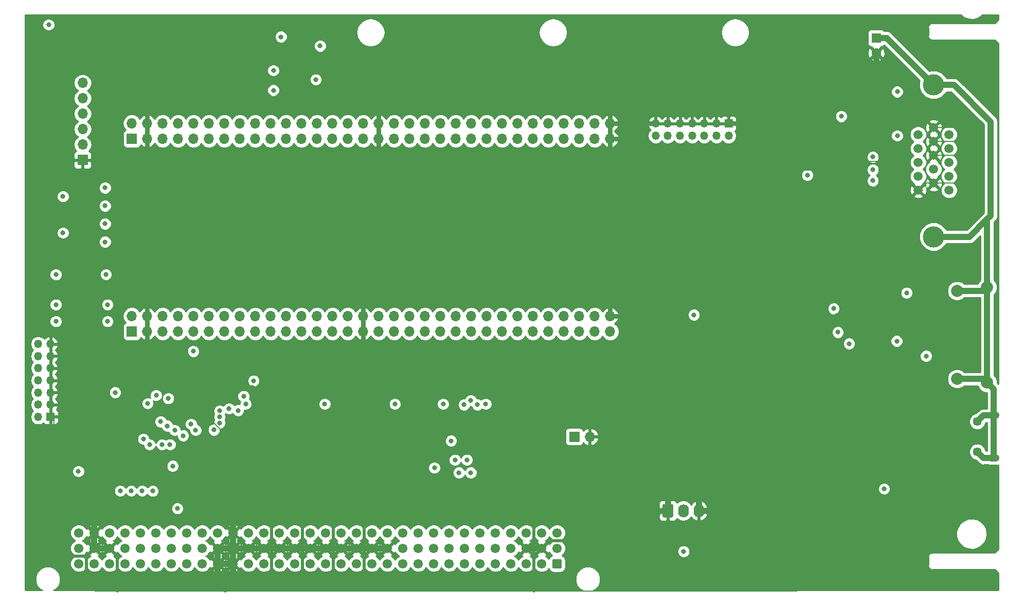
<source format=gbr>
G04 #@! TF.GenerationSoftware,KiCad,Pcbnew,5.0.2+dfsg1-1~bpo9+1*
G04 #@! TF.CreationDate,2022-01-15T11:36:52+01:00*
G04 #@! TF.ProjectId,nubus-to-ztex,6e756275-732d-4746-9f2d-7a7465782e6b,rev?*
G04 #@! TF.SameCoordinates,Original*
G04 #@! TF.FileFunction,Copper,L2,Inr*
G04 #@! TF.FilePolarity,Positive*
%FSLAX46Y46*%
G04 Gerber Fmt 4.6, Leading zero omitted, Abs format (unit mm)*
G04 Created by KiCad (PCBNEW 5.0.2+dfsg1-1~bpo9+1) date Sat Jan 15 11:36:52 2022*
%MOMM*%
%LPD*%
G01*
G04 APERTURE LIST*
G04 #@! TA.AperFunction,ViaPad*
%ADD10R,1.350000X1.350000*%
G04 #@! TD*
G04 #@! TA.AperFunction,ViaPad*
%ADD11O,1.350000X1.350000*%
G04 #@! TD*
G04 #@! TA.AperFunction,ViaPad*
%ADD12C,1.450000*%
G04 #@! TD*
G04 #@! TA.AperFunction,ViaPad*
%ADD13O,1.900000X1.200000*%
G04 #@! TD*
G04 #@! TA.AperFunction,ViaPad*
%ADD14R,1.700000X1.700000*%
G04 #@! TD*
G04 #@! TA.AperFunction,ViaPad*
%ADD15O,1.700000X1.700000*%
G04 #@! TD*
G04 #@! TA.AperFunction,Conductor*
%ADD16C,0.100000*%
G04 #@! TD*
G04 #@! TA.AperFunction,ViaPad*
%ADD17C,1.740000*%
G04 #@! TD*
G04 #@! TA.AperFunction,ViaPad*
%ADD18O,1.740000X2.200000*%
G04 #@! TD*
G04 #@! TA.AperFunction,ViaPad*
%ADD19C,2.000000*%
G04 #@! TD*
G04 #@! TA.AperFunction,ViaPad*
%ADD20C,1.500000*%
G04 #@! TD*
G04 #@! TA.AperFunction,ViaPad*
%ADD21C,3.500000*%
G04 #@! TD*
G04 #@! TA.AperFunction,ViaPad*
%ADD22R,1.600000X1.600000*%
G04 #@! TD*
G04 #@! TA.AperFunction,ViaPad*
%ADD23C,1.600000*%
G04 #@! TD*
G04 #@! TA.AperFunction,ViaPad*
%ADD24C,1.550000*%
G04 #@! TD*
G04 #@! TA.AperFunction,ViaPad*
%ADD25C,0.800000*%
G04 #@! TD*
G04 #@! TA.AperFunction,Conductor*
%ADD26C,0.500000*%
G04 #@! TD*
G04 #@! TA.AperFunction,Conductor*
%ADD27C,1.000000*%
G04 #@! TD*
G04 #@! TA.AperFunction,Conductor*
%ADD28C,0.152400*%
G04 #@! TD*
G04 #@! TA.AperFunction,Conductor*
%ADD29C,0.800000*%
G04 #@! TD*
G04 #@! TA.AperFunction,Conductor*
%ADD30C,0.250000*%
G04 #@! TD*
G04 #@! TA.AperFunction,Conductor*
%ADD31C,0.254000*%
G04 #@! TD*
G04 APERTURE END LIST*
D10*
G04 #@! TO.N,GND*
G04 #@! TO.C,J2*
X116600000Y-75800000D03*
D11*
G04 #@! TO.N,+3V3*
X114600000Y-75800000D03*
G04 #@! TO.N,GND*
X116600000Y-73800000D03*
G04 #@! TO.N,CPLD_JTAG_TMS*
X114600000Y-73800000D03*
G04 #@! TO.N,GND*
X116600000Y-71800000D03*
G04 #@! TO.N,CPLD_JTAG_TCK*
X114600000Y-71800000D03*
G04 #@! TO.N,GND*
X116600000Y-69800000D03*
G04 #@! TO.N,CPLD_JTAG_TDO*
X114600000Y-69800000D03*
G04 #@! TO.N,GND*
X116600000Y-67800000D03*
G04 #@! TO.N,CPLD_JTAG_TDI*
X114600000Y-67800000D03*
G04 #@! TO.N,GND*
X116600000Y-65800000D03*
G04 #@! TO.N,Net-(J2-Pad12)*
X114600000Y-65800000D03*
G04 #@! TO.N,GND*
X116600000Y-63800000D03*
G04 #@! TO.N,Net-(J2-Pad14)*
X114600000Y-63800000D03*
G04 #@! TD*
D12*
G04 #@! TO.N,SHIELD*
G04 #@! TO.C,J6*
X269197500Y-81570000D03*
X269197500Y-76570000D03*
D13*
X271897500Y-82570000D03*
X271897500Y-75570000D03*
G04 #@! TD*
D14*
G04 #@! TO.N,+3V3*
G04 #@! TO.C,J8*
X202830000Y-79080000D03*
D15*
G04 #@! TO.N,GND*
X205370000Y-79080000D03*
G04 #@! TD*
D16*
G04 #@! TO.N,GND*
G04 #@! TO.C,J7*
G36*
X218884505Y-90171204D02*
X218908773Y-90174804D01*
X218932572Y-90180765D01*
X218955671Y-90189030D01*
X218977850Y-90199520D01*
X218998893Y-90212132D01*
X219018599Y-90226747D01*
X219036777Y-90243223D01*
X219053253Y-90261401D01*
X219067868Y-90281107D01*
X219080480Y-90302150D01*
X219090970Y-90324329D01*
X219099235Y-90347428D01*
X219105196Y-90371227D01*
X219108796Y-90395495D01*
X219110000Y-90419999D01*
X219110000Y-92120001D01*
X219108796Y-92144505D01*
X219105196Y-92168773D01*
X219099235Y-92192572D01*
X219090970Y-92215671D01*
X219080480Y-92237850D01*
X219067868Y-92258893D01*
X219053253Y-92278599D01*
X219036777Y-92296777D01*
X219018599Y-92313253D01*
X218998893Y-92327868D01*
X218977850Y-92340480D01*
X218955671Y-92350970D01*
X218932572Y-92359235D01*
X218908773Y-92365196D01*
X218884505Y-92368796D01*
X218860001Y-92370000D01*
X217619999Y-92370000D01*
X217595495Y-92368796D01*
X217571227Y-92365196D01*
X217547428Y-92359235D01*
X217524329Y-92350970D01*
X217502150Y-92340480D01*
X217481107Y-92327868D01*
X217461401Y-92313253D01*
X217443223Y-92296777D01*
X217426747Y-92278599D01*
X217412132Y-92258893D01*
X217399520Y-92237850D01*
X217389030Y-92215671D01*
X217380765Y-92192572D01*
X217374804Y-92168773D01*
X217371204Y-92144505D01*
X217370000Y-92120001D01*
X217370000Y-90419999D01*
X217371204Y-90395495D01*
X217374804Y-90371227D01*
X217380765Y-90347428D01*
X217389030Y-90324329D01*
X217399520Y-90302150D01*
X217412132Y-90281107D01*
X217426747Y-90261401D01*
X217443223Y-90243223D01*
X217461401Y-90226747D01*
X217481107Y-90212132D01*
X217502150Y-90199520D01*
X217524329Y-90189030D01*
X217547428Y-90180765D01*
X217571227Y-90174804D01*
X217595495Y-90171204D01*
X217619999Y-90170000D01*
X218860001Y-90170000D01*
X218884505Y-90171204D01*
X218884505Y-90171204D01*
G37*
D17*
X218240000Y-91270000D03*
D18*
G04 #@! TO.N,+5V*
X220780000Y-91270000D03*
G04 #@! TO.N,GND*
X223320000Y-91270000D03*
G04 #@! TD*
D14*
G04 #@! TO.N,Net-(JCD1-Pad1)*
G04 #@! TO.C,JCD1*
X130000000Y-30000000D03*
D15*
G04 #@! TO.N,Net-(JCD1-Pad2)*
X130000000Y-27460000D03*
G04 #@! TO.N,GND*
X132540000Y-30000000D03*
X132540000Y-27460000D03*
G04 #@! TO.N,/B2B/RX*
X135080000Y-30000000D03*
G04 #@! TO.N,/B2B/TX*
X135080000Y-27460000D03*
G04 #@! TO.N,~ID3_3V3*
X137620000Y-30000000D03*
G04 #@! TO.N,~ID2_3V3*
X137620000Y-27460000D03*
G04 #@! TO.N,~ID0_3V3*
X140160000Y-30000000D03*
G04 #@! TO.N,~ID1_3V3*
X140160000Y-27460000D03*
G04 #@! TO.N,tmoen*
X142700000Y-30000000D03*
G04 #@! TO.N,LED0*
X142700000Y-27460000D03*
G04 #@! TO.N,HDMI_HPD_A*
X145240000Y-30000000D03*
G04 #@! TO.N,LED1*
X145240000Y-27460000D03*
G04 #@! TO.N,HDMI_SDA_A*
X147780000Y-30000000D03*
G04 #@! TO.N,~CLK2X_3V3*
X147780000Y-27460000D03*
G04 #@! TO.N,HDMI_SCL_A*
X150320000Y-30000000D03*
G04 #@! TO.N,~TM2_3V3*
X150320000Y-27460000D03*
G04 #@! TO.N,HDMI_CEC_A*
X152860000Y-30000000D03*
G04 #@! TO.N,FPGA_VGA_HS*
X152860000Y-27460000D03*
G04 #@! TO.N,HDMI_CLK+*
X155400000Y-30000000D03*
G04 #@! TO.N,FPGA_VGA_VS*
X155400000Y-27460000D03*
G04 #@! TO.N,HDMI_CLK-*
X157940000Y-30000000D03*
G04 #@! TO.N,HDMI_D0-*
X157940000Y-27460000D03*
G04 #@! TO.N,HDMI_D1-*
X160480000Y-30000000D03*
G04 #@! TO.N,HDMI_D0+*
X160480000Y-27460000D03*
G04 #@! TO.N,HDMI_D1+*
X163020000Y-30000000D03*
G04 #@! TO.N,HDMI_D2-*
X163020000Y-27460000D03*
G04 #@! TO.N,FPGA_VGA_CLK*
X165560000Y-30000000D03*
G04 #@! TO.N,HDMI_D2+*
X165560000Y-27460000D03*
G04 #@! TO.N,+3V3*
X168100000Y-30000000D03*
X168100000Y-27460000D03*
G04 #@! TO.N,GND*
X170640000Y-30000000D03*
X170640000Y-27460000D03*
G04 #@! TO.N,+3V3*
X173180000Y-30000000D03*
X173180000Y-27460000D03*
G04 #@! TO.N,FPGA_B7*
X175720000Y-30000000D03*
G04 #@! TO.N,FPGA_R0*
X175720000Y-27460000D03*
G04 #@! TO.N,FPGA_B6*
X178260000Y-30000000D03*
G04 #@! TO.N,FPGA_R1*
X178260000Y-27460000D03*
G04 #@! TO.N,FPGA_B5*
X180800000Y-30000000D03*
G04 #@! TO.N,FPGA_R2*
X180800000Y-27460000D03*
G04 #@! TO.N,FPGA_B4*
X183340000Y-30000000D03*
G04 #@! TO.N,FPGA_R3*
X183340000Y-27460000D03*
G04 #@! TO.N,FPGA_B3*
X185880000Y-30000000D03*
G04 #@! TO.N,FPGA_R4*
X185880000Y-27460000D03*
G04 #@! TO.N,FPGA_B2*
X188420000Y-30000000D03*
G04 #@! TO.N,FPGA_R5*
X188420000Y-27460000D03*
G04 #@! TO.N,FPGA_B1*
X190960000Y-30000000D03*
G04 #@! TO.N,FPGA_R6*
X190960000Y-27460000D03*
G04 #@! TO.N,FPGA_B0*
X193500000Y-30000000D03*
G04 #@! TO.N,FPGA_R7*
X193500000Y-27460000D03*
G04 #@! TO.N,FPGA_G7*
X196040000Y-30000000D03*
G04 #@! TO.N,FPGA_G0*
X196040000Y-27460000D03*
G04 #@! TO.N,FPGA_G6*
X198580000Y-30000000D03*
G04 #@! TO.N,FPGA_G1*
X198580000Y-27460000D03*
G04 #@! TO.N,FPGA_G5*
X201120000Y-30000000D03*
G04 #@! TO.N,FPGA_G2*
X201120000Y-27460000D03*
G04 #@! TO.N,FPGA_G4*
X203660000Y-30000000D03*
G04 #@! TO.N,FPGA_G3*
X203660000Y-27460000D03*
G04 #@! TO.N,FPGA_JTAG_TDO*
X206200000Y-30000000D03*
G04 #@! TO.N,FPGA_JTAG_TMS*
X206200000Y-27460000D03*
G04 #@! TO.N,GND*
X208740000Y-30000000D03*
X208740000Y-27460000D03*
G04 #@! TD*
D10*
G04 #@! TO.N,GND*
G04 #@! TO.C,J1*
X228230000Y-27500000D03*
D11*
G04 #@! TO.N,/B2B/JTAG_VIO*
X228230000Y-29500000D03*
G04 #@! TO.N,GND*
X226230000Y-27500000D03*
G04 #@! TO.N,FPGA_JTAG_TMS*
X226230000Y-29500000D03*
G04 #@! TO.N,GND*
X224230000Y-27500000D03*
G04 #@! TO.N,FPGA_JTAG_TCK*
X224230000Y-29500000D03*
G04 #@! TO.N,GND*
X222230000Y-27500000D03*
G04 #@! TO.N,FPGA_JTAG_TDO*
X222230000Y-29500000D03*
G04 #@! TO.N,GND*
X220230000Y-27500000D03*
G04 #@! TO.N,FPGA_JTAG_TDI*
X220230000Y-29500000D03*
G04 #@! TO.N,GND*
X218230000Y-27500000D03*
G04 #@! TO.N,Net-(J1-Pad12)*
X218230000Y-29500000D03*
G04 #@! TO.N,GND*
X216230000Y-27500000D03*
G04 #@! TO.N,Net-(J1-Pad14)*
X216230000Y-29500000D03*
G04 #@! TD*
D19*
G04 #@! TO.N,SHIELD*
G04 #@! TO.C,J5*
X270800000Y-70150000D03*
X270800000Y-54450000D03*
X265850000Y-69550000D03*
X265850000Y-55050000D03*
G04 #@! TD*
D20*
G04 #@! TO.N,Net-(J9-Pad15)*
G04 #@! TO.C,J9*
X264540000Y-38460000D03*
G04 #@! TO.N,/vga/VGA_VS*
X264540000Y-36170000D03*
G04 #@! TO.N,/vga/VGA_HS*
X264540000Y-33876000D03*
G04 #@! TO.N,Net-(J9-Pad12)*
X264540000Y-31590000D03*
G04 #@! TO.N,Net-(J9-Pad11)*
X264540000Y-29300000D03*
G04 #@! TO.N,GND*
X262000000Y-37320000D03*
G04 #@! TO.N,Net-(J9-Pad9)*
X262000000Y-35030000D03*
G04 #@! TO.N,GND*
X262000000Y-32740000D03*
X262000000Y-30450000D03*
X262000000Y-28160000D03*
X259460000Y-38460000D03*
G04 #@! TO.N,Net-(J9-Pad4)*
X259460000Y-36170000D03*
G04 #@! TO.N,/vga/VGA_B*
X259460000Y-33880000D03*
G04 #@! TO.N,/vga/VGA_G*
X259460000Y-31590000D03*
G04 #@! TO.N,/vga/VGA_R*
X259460000Y-29300000D03*
D21*
G04 #@! TO.N,SHIELD*
X262000000Y-21130000D03*
X262000000Y-46130000D03*
G04 #@! TD*
D22*
G04 #@! TO.N,SHIELD*
G04 #@! TO.C,C39*
X252540000Y-13380000D03*
D23*
G04 #@! TO.N,GND*
X252540000Y-15880000D03*
G04 #@! TD*
D16*
G04 #@! TO.N,-12V*
G04 #@! TO.C,J4*
G36*
X200549505Y-99226204D02*
X200573773Y-99229804D01*
X200597572Y-99235765D01*
X200620671Y-99244030D01*
X200642850Y-99254520D01*
X200663893Y-99267132D01*
X200683599Y-99281747D01*
X200701777Y-99298223D01*
X200718253Y-99316401D01*
X200732868Y-99336107D01*
X200745480Y-99357150D01*
X200755970Y-99379329D01*
X200764235Y-99402428D01*
X200770196Y-99426227D01*
X200773796Y-99450495D01*
X200775000Y-99474999D01*
X200775000Y-100525001D01*
X200773796Y-100549505D01*
X200770196Y-100573773D01*
X200764235Y-100597572D01*
X200755970Y-100620671D01*
X200745480Y-100642850D01*
X200732868Y-100663893D01*
X200718253Y-100683599D01*
X200701777Y-100701777D01*
X200683599Y-100718253D01*
X200663893Y-100732868D01*
X200642850Y-100745480D01*
X200620671Y-100755970D01*
X200597572Y-100764235D01*
X200573773Y-100770196D01*
X200549505Y-100773796D01*
X200525001Y-100775000D01*
X199474999Y-100775000D01*
X199450495Y-100773796D01*
X199426227Y-100770196D01*
X199402428Y-100764235D01*
X199379329Y-100755970D01*
X199357150Y-100745480D01*
X199336107Y-100732868D01*
X199316401Y-100718253D01*
X199298223Y-100701777D01*
X199281747Y-100683599D01*
X199267132Y-100663893D01*
X199254520Y-100642850D01*
X199244030Y-100620671D01*
X199235765Y-100597572D01*
X199229804Y-100573773D01*
X199226204Y-100549505D01*
X199225000Y-100525001D01*
X199225000Y-99474999D01*
X199226204Y-99450495D01*
X199229804Y-99426227D01*
X199235765Y-99402428D01*
X199244030Y-99379329D01*
X199254520Y-99357150D01*
X199267132Y-99336107D01*
X199281747Y-99316401D01*
X199298223Y-99298223D01*
X199316401Y-99281747D01*
X199336107Y-99267132D01*
X199357150Y-99254520D01*
X199379329Y-99244030D01*
X199402428Y-99235765D01*
X199426227Y-99229804D01*
X199450495Y-99226204D01*
X199474999Y-99225000D01*
X200525001Y-99225000D01*
X200549505Y-99226204D01*
X200549505Y-99226204D01*
G37*
D24*
X200000000Y-100000000D03*
G04 #@! TO.N,SB0_5V*
X197460000Y-100000000D03*
G04 #@! TO.N,~SPV_5V*
X194920000Y-100000000D03*
G04 #@! TO.N,~SP_5V*
X192380000Y-100000000D03*
G04 #@! TO.N,~TM1_5V*
X189840000Y-100000000D03*
G04 #@! TO.N,~AD1_5V*
X187300000Y-100000000D03*
G04 #@! TO.N,~AD3_5V*
X184760000Y-100000000D03*
G04 #@! TO.N,~AD5_5V*
X182220000Y-100000000D03*
G04 #@! TO.N,~AD7_5V*
X179680000Y-100000000D03*
G04 #@! TO.N,~AD9_5V*
X177140000Y-100000000D03*
G04 #@! TO.N,~AD11_5V*
X174600000Y-100000000D03*
G04 #@! TO.N,~AD13_5V*
X172060000Y-100000000D03*
G04 #@! TO.N,~AD15_5V*
X169520000Y-100000000D03*
G04 #@! TO.N,~AD17_5V*
X166980000Y-100000000D03*
G04 #@! TO.N,~AD19_5V*
X164440000Y-100000000D03*
G04 #@! TO.N,~AD21_5V*
X161900000Y-100000000D03*
G04 #@! TO.N,~AD23_5V*
X159360000Y-100000000D03*
G04 #@! TO.N,~AD25_5V*
X156820000Y-100000000D03*
G04 #@! TO.N,~AD27_5V*
X154280000Y-100000000D03*
G04 #@! TO.N,~AD29_5V*
X151740000Y-100000000D03*
G04 #@! TO.N,~AD31_5V*
X149200000Y-100000000D03*
G04 #@! TO.N,GND*
X146660000Y-100000000D03*
X144120000Y-100000000D03*
G04 #@! TO.N,~ARB1_5V*
X141580000Y-100000000D03*
G04 #@! TO.N,~ARB3_5V*
X139040000Y-100000000D03*
G04 #@! TO.N,~ID1_5V*
X136500000Y-100000000D03*
G04 #@! TO.N,~ID3_5V*
X133960000Y-100000000D03*
G04 #@! TO.N,~ACK_5V*
X131420000Y-100000000D03*
G04 #@! TO.N,+5V*
X128880000Y-100000000D03*
G04 #@! TO.N,~RQST_5V*
X126340000Y-100000000D03*
G04 #@! TO.N,~NMRQ_5V*
X123800000Y-100000000D03*
G04 #@! TO.N,+12V*
X121260000Y-100000000D03*
G04 #@! TO.N,-12V*
X200000000Y-97460000D03*
G04 #@! TO.N,GND*
X197460000Y-97460000D03*
X194920000Y-97460000D03*
G04 #@! TO.N,+5V*
X192380000Y-97460000D03*
X189840000Y-97460000D03*
X187300000Y-97460000D03*
X184760000Y-97460000D03*
G04 #@! TO.N,~TM2_5V*
X182220000Y-97460000D03*
G04 #@! TO.N,~CM0_5V*
X179680000Y-97460000D03*
G04 #@! TO.N,~CM1_5V*
X177140000Y-97460000D03*
G04 #@! TO.N,~CM2_5V*
X174600000Y-97460000D03*
G04 #@! TO.N,GND*
X172060000Y-97460000D03*
X169520000Y-97460000D03*
X166980000Y-97460000D03*
X164440000Y-97460000D03*
X161900000Y-97460000D03*
X159360000Y-97460000D03*
X156820000Y-97460000D03*
X154280000Y-97460000D03*
X151740000Y-97460000D03*
X149200000Y-97460000D03*
X146660000Y-97460000D03*
X144120000Y-97460000D03*
G04 #@! TO.N,~CLK2X_5V*
X141580000Y-97460000D03*
G04 #@! TO.N,STDBYPWR*
X139040000Y-97460000D03*
G04 #@! TO.N,~CLK2XEN_5V*
X136500000Y-97460000D03*
G04 #@! TO.N,~CBUSY_5V*
X133960000Y-97460000D03*
G04 #@! TO.N,+5V*
X131420000Y-97460000D03*
X128880000Y-97460000D03*
G04 #@! TO.N,GND*
X126340000Y-97460000D03*
X123800000Y-97460000D03*
G04 #@! TO.N,+12V*
X121260000Y-97460000D03*
G04 #@! TO.N,~RESET_5V*
X200000000Y-94920000D03*
G04 #@! TO.N,SB1_5V*
X197460000Y-94920000D03*
G04 #@! TO.N,+5V*
X194920000Y-94920000D03*
X192380000Y-94920000D03*
G04 #@! TO.N,~TM0_5V*
X189840000Y-94920000D03*
G04 #@! TO.N,~AD0_5V*
X187300000Y-94920000D03*
G04 #@! TO.N,~AD2_5V*
X184760000Y-94920000D03*
G04 #@! TO.N,~AD4_5V*
X182220000Y-94920000D03*
G04 #@! TO.N,~AD6_5V*
X179680000Y-94920000D03*
G04 #@! TO.N,~AD8_5V*
X177140000Y-94920000D03*
G04 #@! TO.N,~AD10_5V*
X174600000Y-94920000D03*
G04 #@! TO.N,~AD12_5V*
X172060000Y-94920000D03*
G04 #@! TO.N,~AD14_5V*
X169520000Y-94920000D03*
G04 #@! TO.N,~AD16_5V*
X166980000Y-94920000D03*
G04 #@! TO.N,~AD18_5V*
X164440000Y-94920000D03*
G04 #@! TO.N,~AD20_5V*
X161900000Y-94920000D03*
G04 #@! TO.N,~AD22_5V*
X159360000Y-94920000D03*
G04 #@! TO.N,~AD24_5V*
X156820000Y-94920000D03*
G04 #@! TO.N,~AD26_5V*
X154280000Y-94920000D03*
G04 #@! TO.N,~AD28_5V*
X151740000Y-94920000D03*
G04 #@! TO.N,~AD30_5V*
X149200000Y-94920000D03*
G04 #@! TO.N,GND*
X146660000Y-94920000D03*
G04 #@! TO.N,~PFW_5V*
X144120000Y-94920000D03*
G04 #@! TO.N,~ARB0_5V*
X141580000Y-94920000D03*
G04 #@! TO.N,~ARB2_5V*
X139040000Y-94920000D03*
G04 #@! TO.N,~ID0_5V*
X136500000Y-94920000D03*
G04 #@! TO.N,~ID2_5V*
X133960000Y-94920000D03*
G04 #@! TO.N,~START_5V*
X131420000Y-94920000D03*
G04 #@! TO.N,+5V*
X128880000Y-94920000D03*
X126340000Y-94920000D03*
G04 #@! TO.N,GND*
X123800000Y-94920000D03*
G04 #@! TO.N,~CLK_5V*
X121260000Y-94920000D03*
G04 #@! TD*
D15*
G04 #@! TO.N,Net-(J3-Pad6)*
G04 #@! TO.C,J3*
X121900000Y-20800000D03*
G04 #@! TO.N,/B2B/TX*
X121900000Y-23340000D03*
G04 #@! TO.N,/B2B/RX*
X121900000Y-25880000D03*
G04 #@! TO.N,Net-(J3-Pad3)*
X121900000Y-28420000D03*
G04 #@! TO.N,Net-(J3-Pad2)*
X121900000Y-30960000D03*
D14*
G04 #@! TO.N,GND*
X121900000Y-33500000D03*
G04 #@! TD*
D15*
G04 #@! TO.N,GND*
G04 #@! TO.C,JAB1*
X208740000Y-59210000D03*
G04 #@! TO.N,/B2B/JTAG_VIO*
X208740000Y-61750000D03*
G04 #@! TO.N,FPGA_JTAG_TCK*
X206200000Y-59210000D03*
G04 #@! TO.N,FPGA_JTAG_TDI*
X206200000Y-61750000D03*
G04 #@! TO.N,USBH0_D-*
X203660000Y-59210000D03*
G04 #@! TO.N,USBH0_D+*
X203660000Y-61750000D03*
G04 #@! TO.N,~AD0_3V3*
X201120000Y-59210000D03*
G04 #@! TO.N,~AD1_3V3*
X201120000Y-61750000D03*
G04 #@! TO.N,~AD2_3V3*
X198580000Y-59210000D03*
G04 #@! TO.N,~AD3_3V3*
X198580000Y-61750000D03*
G04 #@! TO.N,~AD4_3V3*
X196040000Y-59210000D03*
G04 #@! TO.N,~AD5_3V3*
X196040000Y-61750000D03*
G04 #@! TO.N,~AD6_3V3*
X193500000Y-59210000D03*
G04 #@! TO.N,~AD7_3V3*
X193500000Y-61750000D03*
G04 #@! TO.N,~AD8_3V3*
X190960000Y-59210000D03*
G04 #@! TO.N,~AD9_3V3*
X190960000Y-61750000D03*
G04 #@! TO.N,~AD10_3V3*
X188420000Y-59210000D03*
G04 #@! TO.N,~AD11_3V3*
X188420000Y-61750000D03*
G04 #@! TO.N,~AD12_3V3*
X185880000Y-59210000D03*
G04 #@! TO.N,~AD13_3V3*
X185880000Y-61750000D03*
G04 #@! TO.N,~AD14_3V3*
X183340000Y-59210000D03*
G04 #@! TO.N,~AD15_3V3*
X183340000Y-61750000D03*
G04 #@! TO.N,~AD16_3V3*
X180800000Y-59210000D03*
G04 #@! TO.N,~AD17_3V3*
X180800000Y-61750000D03*
G04 #@! TO.N,~AD18_3V3*
X178260000Y-59210000D03*
G04 #@! TO.N,~AD19_3V3*
X178260000Y-61750000D03*
G04 #@! TO.N,~AD20_3V3*
X175720000Y-59210000D03*
G04 #@! TO.N,~AD21_3V3*
X175720000Y-61750000D03*
G04 #@! TO.N,~AD22_3V3*
X173180000Y-59210000D03*
G04 #@! TO.N,~AD23_3V3*
X173180000Y-61750000D03*
G04 #@! TO.N,+3V3*
X170640000Y-59210000D03*
X170640000Y-61750000D03*
G04 #@! TO.N,GND*
X168100000Y-59210000D03*
X168100000Y-61750000D03*
G04 #@! TO.N,+3V3*
X165560000Y-59210000D03*
X165560000Y-61750000D03*
G04 #@! TO.N,~AD24_3V3*
X163020000Y-59210000D03*
G04 #@! TO.N,NUBUS_OE*
X163020000Y-61750000D03*
G04 #@! TO.N,~AD26_3V3*
X160480000Y-59210000D03*
G04 #@! TO.N,~AD25_3V3*
X160480000Y-61750000D03*
G04 #@! TO.N,~AD28_3V3*
X157940000Y-59210000D03*
G04 #@! TO.N,~AD27_3V3*
X157940000Y-61750000D03*
G04 #@! TO.N,~AD30_3V3*
X155400000Y-59210000D03*
G04 #@! TO.N,~AD29_3V3*
X155400000Y-61750000D03*
G04 #@! TO.N,~CLK_3V3*
X152860000Y-59210000D03*
G04 #@! TO.N,~AD31_3V3*
X152860000Y-61750000D03*
G04 #@! TO.N,NUBUS_AD_DIR*
X150320000Y-59210000D03*
G04 #@! TO.N,~RESET_3V3*
X150320000Y-61750000D03*
G04 #@! TO.N,fpga_to_cpld_signal_2*
X147780000Y-59210000D03*
G04 #@! TO.N,NUBUS_MASTER_DIR*
X147780000Y-61750000D03*
G04 #@! TO.N,fpga_to_cpld_clk*
X145240000Y-59210000D03*
G04 #@! TO.N,fpga_to_cpld_signal*
X145240000Y-61750000D03*
G04 #@! TO.N,ARB*
X142700000Y-59210000D03*
G04 #@! TO.N,GRANT*
X142700000Y-61750000D03*
G04 #@! TO.N,~ACK_3V3*
X140160000Y-59210000D03*
G04 #@! TO.N,~START_3V3*
X140160000Y-61750000D03*
G04 #@! TO.N,~TM1_3V3*
X137620000Y-59210000D03*
G04 #@! TO.N,~TM0_3V3*
X137620000Y-61750000D03*
G04 #@! TO.N,~NMRQ_3V3*
X135080000Y-59210000D03*
G04 #@! TO.N,~RQST_3V3*
X135080000Y-61750000D03*
G04 #@! TO.N,GND*
X132540000Y-59210000D03*
X132540000Y-61750000D03*
G04 #@! TO.N,+5V*
X130000000Y-59210000D03*
D14*
X130000000Y-61750000D03*
G04 #@! TD*
D25*
G04 #@! TO.N,GND*
X137500000Y-89312500D03*
X256220000Y-61875000D03*
X129000000Y-78950000D03*
X246250000Y-22250000D03*
X252900000Y-82730000D03*
X256000000Y-31500000D03*
X251500000Y-23100000D03*
X252380000Y-61875000D03*
X256000000Y-33300000D03*
X262640000Y-79355000D03*
X149900000Y-71000000D03*
X117200000Y-84780000D03*
X189500000Y-71000000D03*
X243770000Y-35180000D03*
X125750000Y-73500000D03*
X115200000Y-87480000D03*
X145400000Y-88100000D03*
X255250000Y-27250000D03*
X242870000Y-30170000D03*
X248840000Y-40287500D03*
X139300000Y-87450000D03*
X155357500Y-79750000D03*
X148200000Y-86800000D03*
X141650000Y-14352500D03*
X256010000Y-87920000D03*
X127100000Y-70212500D03*
X179857500Y-79750000D03*
X115200000Y-90730000D03*
X263200000Y-67357500D03*
X145300000Y-90050000D03*
X224140000Y-96000000D03*
X248670000Y-34670001D03*
X146500000Y-80800000D03*
X194857500Y-79750000D03*
X168357500Y-79750000D03*
X163000000Y-71000000D03*
X137200000Y-72100000D03*
X267730000Y-79355000D03*
X267720000Y-77180000D03*
X233600000Y-36600000D03*
X267000000Y-65550000D03*
X140550000Y-75950000D03*
X174500000Y-71000000D03*
X135152523Y-83900000D03*
X247020000Y-29510000D03*
X267000000Y-58050000D03*
X255500000Y-58625000D03*
X255040000Y-53812500D03*
X248890000Y-16170000D03*
X115200000Y-89430000D03*
X186450000Y-79750000D03*
X183600000Y-71000000D03*
X116300000Y-16437500D03*
X246062500Y-59100000D03*
X267000000Y-61050000D03*
G04 #@! TO.N,+3V3*
X256000000Y-22250000D03*
X140112500Y-65000000D03*
X143500000Y-77950000D03*
X127250000Y-71787500D03*
X252000000Y-33000000D03*
X117503601Y-60080000D03*
X117503601Y-52370000D03*
X256000000Y-29500000D03*
X248080000Y-63750000D03*
X117503601Y-57330000D03*
X161750000Y-73687500D03*
X222537500Y-59000000D03*
X148750000Y-73687500D03*
X257550000Y-55387500D03*
X173300000Y-73700000D03*
X160287500Y-20250000D03*
X241210000Y-35980000D03*
X246800000Y-26300000D03*
X118665134Y-45500000D03*
X118665134Y-39500000D03*
X137500000Y-90887500D03*
X245550000Y-57975000D03*
X136727523Y-83900000D03*
X188250000Y-73687500D03*
X161000000Y-14700000D03*
X121200000Y-84780000D03*
X181250000Y-73687500D03*
X116300000Y-11212500D03*
G04 #@! TO.N,+5V*
X253850000Y-87660000D03*
X246230000Y-61872500D03*
X131697842Y-88000000D03*
X129897842Y-88000000D03*
X128097842Y-88000000D03*
X133421568Y-88014972D03*
X220840000Y-97970000D03*
G04 #@! TO.N,~RESET_5V*
X146000000Y-74450000D03*
G04 #@! TO.N,~TM1_5V*
X140500000Y-78000000D03*
X183850000Y-85000000D03*
G04 #@! TO.N,~TM2_5V*
X186900000Y-73800000D03*
X134960000Y-80370000D03*
X179800000Y-84200000D03*
G04 #@! TO.N,~TM0_5V*
X139750000Y-77000000D03*
X185800000Y-85000000D03*
G04 #@! TO.N,~ID3_3V3*
X125600000Y-38077042D03*
G04 #@! TO.N,~ID2_3V3*
X125600000Y-41043708D03*
G04 #@! TO.N,~ID1_3V3*
X125600000Y-44010374D03*
G04 #@! TO.N,~ID0_3V3*
X125600000Y-46977042D03*
G04 #@! TO.N,~CLK2X_5V*
X132920000Y-80370000D03*
G04 #@! TO.N,~START_3V3*
X132600000Y-73600000D03*
G04 #@! TO.N,~ACK_3V3*
X125750000Y-52344020D03*
X134000000Y-72250000D03*
G04 #@! TO.N,~RESET_3V3*
X154562500Y-13200000D03*
G04 #@! TO.N,~TM0_3V3*
X126000000Y-57330000D03*
G04 #@! TO.N,~TM1_3V3*
X126000000Y-60080000D03*
G04 #@! TO.N,FPGA_VGA_HS*
X252000000Y-35100000D03*
G04 #@! TO.N,FPGA_VGA_VS*
X252000000Y-36900000D03*
G04 #@! TO.N,HDMI_5V*
X255920000Y-63320000D03*
X260760000Y-65782500D03*
G04 #@! TO.N,ARB*
X153300000Y-18750000D03*
G04 #@! TO.N,NUBUS_AD_DIR*
X147500000Y-74750000D03*
G04 #@! TO.N,CPLD_JTAG_TDI*
X134750000Y-76600000D03*
G04 #@! TO.N,CPLD_JTAG_TDO*
X135850000Y-77300000D03*
G04 #@! TO.N,CPLD_JTAG_TMS*
X138450000Y-78900000D03*
G04 #@! TO.N,CPLD_JTAG_TCK*
X137050000Y-78000000D03*
G04 #@! TO.N,fpga_to_cpld_clk*
X131900000Y-79450000D03*
G04 #@! TO.N,GRANT*
X153300000Y-22000000D03*
G04 #@! TO.N,fpga_to_cpld_signal*
X136000000Y-72770000D03*
G04 #@! TO.N,TMx_oe_n*
X144450000Y-74800000D03*
X182550000Y-79750000D03*
G04 #@! TO.N,TM1_n_o*
X183200000Y-82900000D03*
X144450000Y-76800000D03*
G04 #@! TO.N,TM0_n_o*
X144450000Y-75800000D03*
X185150000Y-82900000D03*
G04 #@! TO.N,TM2_o_n*
X150050000Y-69860000D03*
X185800000Y-73100000D03*
G04 #@! TO.N,TM2_oe_n*
X136280000Y-80360000D03*
X184700000Y-73800000D03*
X148400000Y-72400000D03*
G04 #@! TD*
D26*
G04 #@! TO.N,GND*
X153000000Y-102000000D02*
X153000000Y-92000000D01*
D27*
X146660000Y-97460000D02*
X146660000Y-94920000D01*
D28*
X237972500Y-37170000D02*
X238372499Y-36770001D01*
X117200000Y-76400000D02*
X116600000Y-75800000D01*
X226230000Y-27500000D02*
X228230000Y-27500000D01*
X188000000Y-71000000D02*
X202250000Y-71000000D01*
D27*
X154280000Y-97460000D02*
X156820000Y-97460000D01*
D28*
X125750000Y-71562500D02*
X127100000Y-70212500D01*
X267280000Y-30450000D02*
X267290000Y-30460000D01*
D27*
X223320000Y-91270000D02*
X223320000Y-90017600D01*
D29*
X208740000Y-59210000D02*
X208740000Y-58007919D01*
D28*
X248104315Y-34670001D02*
X248670000Y-34670001D01*
D26*
X222362400Y-89060000D02*
X218800000Y-89060000D01*
D28*
X256010000Y-87920000D02*
X239420000Y-104510000D01*
X248850000Y-22250000D02*
X248950000Y-22250000D01*
X116600000Y-67800000D02*
X116600000Y-65800000D01*
X115200000Y-88864315D02*
X115200000Y-87480000D01*
D27*
X164440000Y-97460000D02*
X166980000Y-97460000D01*
D28*
X203510000Y-75210000D02*
X205370000Y-77070000D01*
X243770000Y-35217500D02*
X243770000Y-35180000D01*
D27*
X123800000Y-97460000D02*
X123800000Y-94920000D01*
D28*
X132540000Y-23462500D02*
X132540000Y-23660000D01*
D26*
X144120000Y-103230000D02*
X145390000Y-104500000D01*
D27*
X124896015Y-97460000D02*
X126340000Y-97460000D01*
D28*
X216230000Y-27500000D02*
X218230000Y-27500000D01*
X267290000Y-30460000D02*
X267290000Y-28200000D01*
X262000000Y-32740000D02*
X267290000Y-32740000D01*
X137200000Y-72100000D02*
X140550000Y-75450000D01*
D27*
X252540000Y-15880000D02*
X252540000Y-19430000D01*
X144120000Y-100000000D02*
X144120000Y-97460000D01*
D28*
X196170000Y-97490000D02*
X196200000Y-97460000D01*
X198190000Y-75210000D02*
X203510000Y-75210000D01*
X155357500Y-79750000D02*
X147550000Y-79750000D01*
X129000000Y-79280000D02*
X129000000Y-78950000D01*
X196170000Y-104500000D02*
X145390000Y-104500000D01*
X198500000Y-104500000D02*
X196170000Y-104500000D01*
X257400000Y-30100000D02*
X257400000Y-27250000D01*
X202250000Y-71000000D02*
X207500000Y-71000000D01*
D29*
X208740000Y-27460000D02*
X216190000Y-27460000D01*
D28*
X147550000Y-79750000D02*
X146500000Y-80800000D01*
X247020000Y-29510000D02*
X247020000Y-27580000D01*
X149900000Y-71000000D02*
X163000000Y-71000000D01*
D26*
X146660000Y-103230000D02*
X145390000Y-104500000D01*
D28*
X267290000Y-28200000D02*
X267250000Y-28160000D01*
D26*
X198730000Y-96190000D02*
X212350000Y-96190000D01*
D28*
X208740000Y-57660000D02*
X227133601Y-39266399D01*
X243770000Y-31070000D02*
X242870000Y-30170000D01*
X125750000Y-73500000D02*
X125750000Y-71562500D01*
X148200000Y-86800000D02*
X139950000Y-86800000D01*
X239420000Y-104510000D02*
X239100000Y-104510000D01*
D26*
X123800000Y-97460000D02*
X122500000Y-98760000D01*
D29*
X168100000Y-56480000D02*
X168820000Y-55760000D01*
D27*
X146660000Y-100000000D02*
X144120000Y-100000000D01*
D26*
X122500000Y-98760000D02*
X122500000Y-103000000D01*
D28*
X260600000Y-37320000D02*
X262000000Y-37320000D01*
X224230000Y-27500000D02*
X226230000Y-27500000D01*
D29*
X132540000Y-30000000D02*
X132540000Y-33600000D01*
D26*
X217270000Y-91270000D02*
X212660000Y-95880000D01*
D28*
X239100000Y-104510000D02*
X198510000Y-104510000D01*
X256000000Y-31500000D02*
X257400000Y-30100000D01*
D27*
X218240000Y-89620000D02*
X218240000Y-91270000D01*
D28*
X248850000Y-22250000D02*
X250650000Y-22250000D01*
X244280000Y-34670000D02*
X248104315Y-34670001D01*
X170640000Y-31202081D02*
X170688000Y-31250081D01*
X267290000Y-32740000D02*
X267290000Y-30460000D01*
X262000000Y-37320000D02*
X267260000Y-37320000D01*
D26*
X218800000Y-89060000D02*
X218240000Y-89620000D01*
D28*
X256000000Y-32734315D02*
X256000000Y-31500000D01*
D29*
X132540000Y-33600000D02*
X132540000Y-59210000D01*
D28*
X131600000Y-65900000D02*
X132540000Y-64960000D01*
X256220000Y-61875000D02*
X256220000Y-59345000D01*
X249610001Y-33730000D02*
X255570000Y-33730000D01*
D27*
X159360000Y-97460000D02*
X161900000Y-97460000D01*
D28*
X218230000Y-27500000D02*
X220230000Y-27500000D01*
X248670000Y-34670001D02*
X249610001Y-33730000D01*
X116600000Y-65800000D02*
X116600000Y-63800000D01*
X255040000Y-58165000D02*
X255500000Y-58625000D01*
D30*
X117600000Y-71800000D02*
X116600000Y-71800000D01*
D28*
X246360000Y-30170000D02*
X247020000Y-29510000D01*
X115200000Y-89430000D02*
X115200000Y-89430000D01*
X256010000Y-87920000D02*
X256010000Y-85840000D01*
X233600000Y-37170000D02*
X227143601Y-37170000D01*
X116600000Y-69800000D02*
X116600000Y-68845406D01*
X139300000Y-87450000D02*
X137500000Y-89250000D01*
X131400000Y-65900000D02*
X131600000Y-65900000D01*
X116600000Y-68845406D02*
X116600000Y-67800000D01*
X146660000Y-93260000D02*
X146660000Y-91410000D01*
D29*
X132540000Y-61750000D02*
X132540000Y-64960000D01*
D28*
X137500000Y-89312500D02*
X137500000Y-86247477D01*
X141650000Y-14352500D02*
X132540000Y-23462500D01*
D26*
X196170000Y-98750000D02*
X196170000Y-104500000D01*
D28*
X252990000Y-29510000D02*
X255250000Y-27250000D01*
X261090000Y-27250000D02*
X262000000Y-28160000D01*
X248840000Y-40287500D02*
X243770000Y-35217500D01*
X116600000Y-73800000D02*
X116600000Y-71800000D01*
X155357500Y-79750000D02*
X155923185Y-79750000D01*
X267730000Y-77190000D02*
X267720000Y-77180000D01*
X137200000Y-72100000D02*
X137200000Y-71290000D01*
X216190000Y-27460000D02*
X216230000Y-27500000D01*
X116600000Y-74972600D02*
X116600000Y-73800000D01*
X220230000Y-27500000D02*
X221184594Y-27500000D01*
D26*
X118534670Y-98760000D02*
X122500000Y-98760000D01*
D28*
X267290000Y-32740000D02*
X267290000Y-37290000D01*
X246250000Y-22250000D02*
X248850000Y-22250000D01*
D27*
X151740000Y-97460000D02*
X154280000Y-97460000D01*
D28*
X264670000Y-65550000D02*
X267000000Y-65550000D01*
X251500000Y-23100000D02*
X251899999Y-22700001D01*
X262640000Y-79355000D02*
X256275000Y-79355000D01*
X267000000Y-65550000D02*
X267000000Y-58050000D01*
D26*
X196170000Y-98750000D02*
X196170000Y-97490000D01*
D28*
X247020000Y-29510000D02*
X252990000Y-29510000D01*
D27*
X248890000Y-16170000D02*
X248890000Y-22190000D01*
D29*
X168100000Y-59210000D02*
X168100000Y-56480000D01*
D28*
X127100000Y-70212500D02*
X131400000Y-65912500D01*
D27*
X161900000Y-97460000D02*
X164440000Y-97460000D01*
D26*
X205370000Y-77070000D02*
X205370000Y-79080000D01*
D27*
X144120000Y-97460000D02*
X146660000Y-97460000D01*
D28*
X132440000Y-33500000D02*
X132540000Y-33600000D01*
X262000000Y-30450000D02*
X267280000Y-30450000D01*
X242870000Y-30170000D02*
X246360000Y-30170000D01*
D29*
X132540000Y-27460000D02*
X132540000Y-23660000D01*
X170640000Y-27460000D02*
X170640000Y-21260000D01*
D28*
X163565685Y-71000000D02*
X168100000Y-71000000D01*
X145390000Y-104500000D02*
X144000000Y-104500000D01*
X267260000Y-37320000D02*
X267290000Y-37290000D01*
X251899999Y-20070001D02*
X252540000Y-19430000D01*
X239350000Y-35180000D02*
X243770000Y-35180000D01*
X223184594Y-27500000D02*
X224230000Y-27500000D01*
D29*
X168820000Y-42180000D02*
X170640000Y-40360000D01*
D28*
X128390000Y-65900000D02*
X127500000Y-65900000D01*
X116600000Y-71800000D02*
X116600000Y-69800000D01*
D27*
X123800000Y-97460000D02*
X124896015Y-97460000D01*
D28*
X116600000Y-75800000D02*
X116600000Y-74972600D01*
X248890000Y-22190000D02*
X248950000Y-22250000D01*
X168357500Y-74270000D02*
X168357500Y-79750000D01*
X267250000Y-28160000D02*
X262000000Y-28160000D01*
X221184594Y-27500000D02*
X222230000Y-27500000D01*
X145300000Y-88200000D02*
X145400000Y-88100000D01*
D27*
X218240000Y-91270000D02*
X217270000Y-91270000D01*
D28*
X257400000Y-27250000D02*
X261090000Y-27250000D01*
X176500000Y-71000000D02*
X168100000Y-71000000D01*
X155923185Y-79750000D02*
X168357500Y-79750000D01*
X244280000Y-34670000D02*
X243770000Y-35180000D01*
X256220000Y-59345000D02*
X255500000Y-58625000D01*
D29*
X168100000Y-59210000D02*
X168100000Y-61750000D01*
D28*
X146500000Y-80800000D02*
X146500000Y-80019670D01*
D27*
X146660000Y-100000000D02*
X146660000Y-97460000D01*
X169520000Y-97460000D02*
X172060000Y-97460000D01*
D28*
X256275000Y-79355000D02*
X252900000Y-82730000D01*
D29*
X170640000Y-27460000D02*
X170640000Y-30000000D01*
D27*
X197460000Y-97460000D02*
X196200000Y-97460000D01*
X196200000Y-97460000D02*
X194920000Y-97460000D01*
D28*
X115200000Y-87480000D02*
X115200000Y-86780000D01*
D29*
X168100000Y-61750000D02*
X168100000Y-71000000D01*
D28*
X227133601Y-39266399D02*
X227133601Y-37180000D01*
X228692400Y-82730000D02*
X222362400Y-89060000D01*
D27*
X146660000Y-100000000D02*
X146660000Y-103230000D01*
D28*
X133950000Y-83900000D02*
X129000000Y-78950000D01*
D29*
X132540000Y-27460000D02*
X132540000Y-30000000D01*
X168820000Y-55760000D02*
X168820000Y-42180000D01*
D28*
X259460000Y-38460000D02*
X260600000Y-37320000D01*
D27*
X146660000Y-97460000D02*
X149200000Y-97460000D01*
D28*
X127600000Y-104500000D02*
X124000000Y-104500000D01*
X255040000Y-53812500D02*
X255040000Y-46487500D01*
X146660000Y-91410000D02*
X145300000Y-90050000D01*
X237972500Y-37170000D02*
X233600000Y-37170000D01*
X135152523Y-83900000D02*
X133950000Y-83900000D01*
X128390000Y-65900000D02*
X131400000Y-65900000D01*
D29*
X170640000Y-40360000D02*
X170640000Y-30000000D01*
D28*
X198190000Y-75210000D02*
X202400000Y-71000000D01*
X188000000Y-71000000D02*
X183600000Y-71000000D01*
X144000000Y-104500000D02*
X127600000Y-104500000D01*
D26*
X127600000Y-98720000D02*
X127600000Y-104500000D01*
D28*
X247020000Y-27580000D02*
X251500000Y-23100000D01*
X255250000Y-27250000D02*
X257400000Y-27250000D01*
X168100000Y-74012500D02*
X168357500Y-74270000D01*
D26*
X197460000Y-97460000D02*
X198730000Y-96190000D01*
D28*
X121900000Y-33500000D02*
X132440000Y-33500000D01*
X146900000Y-88100000D02*
X148200000Y-86800000D01*
X137500000Y-86247477D02*
X135152523Y-83900000D01*
X208740000Y-58007919D02*
X208740000Y-57660000D01*
X145300000Y-90050000D02*
X145300000Y-88200000D01*
X233600000Y-36600000D02*
X233600000Y-37165685D01*
D27*
X144120000Y-100000000D02*
X144120000Y-103230000D01*
D28*
X238372499Y-36770001D02*
X238372499Y-36157501D01*
X256000000Y-33300000D02*
X256000000Y-32734315D01*
X262520000Y-71980000D02*
X262520000Y-67700000D01*
X115200000Y-86780000D02*
X117200000Y-84780000D01*
X255570000Y-33730000D02*
X256000000Y-33300000D01*
X223320000Y-91040000D02*
X223320000Y-91270000D01*
D29*
X168100000Y-71000000D02*
X168100000Y-74012500D01*
D28*
X116500000Y-75900000D02*
X116600000Y-75800000D01*
X131400000Y-65912500D02*
X131400000Y-65900000D01*
X262520000Y-67700000D02*
X264670000Y-65550000D01*
X222230000Y-27500000D02*
X223184594Y-27500000D01*
X227402600Y-27500000D02*
X228230000Y-27500000D01*
X255040000Y-53812500D02*
X255040000Y-58165000D01*
X250650000Y-22250000D02*
X251500000Y-23100000D01*
X251899999Y-22700001D02*
X251899999Y-20070001D01*
D26*
X223320000Y-90017600D02*
X222362400Y-89060000D01*
D28*
X227143601Y-37170000D02*
X227133601Y-37180000D01*
X137500000Y-89250000D02*
X137500000Y-89312500D01*
D26*
X126340000Y-97460000D02*
X127600000Y-98720000D01*
D28*
X197897500Y-75210000D02*
X198190000Y-75210000D01*
X145400000Y-88100000D02*
X146900000Y-88100000D01*
X252900000Y-82730000D02*
X228692400Y-82730000D01*
X202250000Y-71000000D02*
X202400000Y-71000000D01*
X262640000Y-79355000D02*
X267730000Y-79355000D01*
X127500000Y-65900000D02*
X123500000Y-65900000D01*
D27*
X123800000Y-94920000D02*
X123800000Y-92000000D01*
D28*
X255040000Y-46487500D02*
X248840000Y-40287500D01*
D27*
X146660000Y-94920000D02*
X146660000Y-92000000D01*
D28*
X123500000Y-65900000D02*
X120600000Y-68800000D01*
X256010000Y-85840000D02*
X252900000Y-82730000D01*
D29*
X168820000Y-55760000D02*
X168820000Y-55760000D01*
D28*
X233600000Y-37165685D02*
X233600000Y-37170000D01*
X267720000Y-77180000D02*
X262520000Y-71980000D01*
X120600000Y-68800000D02*
X117600000Y-71800000D01*
X163000000Y-71000000D02*
X163565685Y-71000000D01*
X238372499Y-36157501D02*
X239350000Y-35180000D01*
X140550000Y-75450000D02*
X140550000Y-75950000D01*
D26*
X196200000Y-97460000D02*
X196200000Y-82592500D01*
D29*
X208740000Y-59210000D02*
X210000000Y-59210000D01*
D28*
X243770000Y-35180000D02*
X243770000Y-31070000D01*
X115200000Y-90730000D02*
X115200000Y-89430000D01*
D26*
X212350000Y-96190000D02*
X212660000Y-95880000D01*
D28*
X170640000Y-30000000D02*
X170640000Y-31202081D01*
X127499999Y-65900001D02*
X127500000Y-65900000D01*
X122500000Y-103000000D02*
X124000000Y-104500000D01*
X117200000Y-84780000D02*
X117200000Y-76400000D01*
X139950000Y-86800000D02*
X139300000Y-87450000D01*
X117250000Y-76450000D02*
X116600000Y-75800000D01*
X267730000Y-79355000D02*
X267730000Y-77190000D01*
D29*
X132540000Y-61750000D02*
X132540000Y-59210000D01*
D28*
X198510000Y-104510000D02*
X198500000Y-104500000D01*
X210000000Y-59210000D02*
X211060000Y-59210000D01*
X211060000Y-59210000D02*
X212100000Y-60250000D01*
X212100000Y-66400000D02*
X207500000Y-71000000D01*
X212100000Y-60250000D02*
X212100000Y-66400000D01*
X142700000Y-75950000D02*
X146500000Y-79750000D01*
X146500000Y-79750000D02*
X146500000Y-80800000D01*
X140550000Y-75950000D02*
X142700000Y-75950000D01*
D26*
X158100000Y-102000000D02*
X158100000Y-92000000D01*
D27*
X156820000Y-97460000D02*
X158100000Y-97460000D01*
X158100000Y-97460000D02*
X159360000Y-97460000D01*
D26*
X168250000Y-102000000D02*
X168250000Y-92000000D01*
D27*
X166980000Y-97460000D02*
X168300000Y-97460000D01*
X168300000Y-97460000D02*
X169520000Y-97460000D01*
D28*
X146500000Y-85100000D02*
X148200000Y-86800000D01*
X146500000Y-80800000D02*
X146500000Y-85100000D01*
D26*
X205370000Y-79080000D02*
X205370000Y-81000000D01*
D27*
X223320000Y-91270000D02*
X225870000Y-91270000D01*
D29*
X208740000Y-30000000D02*
X208740000Y-27460000D01*
X208740000Y-27460000D02*
X208740000Y-25460000D01*
X208740000Y-30000000D02*
X208740000Y-32000000D01*
X208740000Y-30000000D02*
X210740000Y-30000000D01*
D28*
X240200000Y-27500000D02*
X242870000Y-30170000D01*
D29*
X228230000Y-27500000D02*
X240200000Y-27500000D01*
D28*
X115200000Y-95425330D02*
X118534670Y-98760000D01*
X115200000Y-90730000D02*
X115200000Y-95425330D01*
X115200000Y-89430000D02*
X115200000Y-88864315D01*
X196200000Y-81092500D02*
X194857500Y-79750000D01*
X196200000Y-82592500D02*
X196200000Y-81092500D01*
X195257499Y-77850001D02*
X197897500Y-75210000D01*
X195257499Y-79350001D02*
X195257499Y-77850001D01*
X194857500Y-79750000D02*
X195257499Y-79350001D01*
X179857500Y-79750000D02*
X168357500Y-79750000D01*
X194857500Y-79750000D02*
X186450000Y-79750000D01*
X182500000Y-71000000D02*
X176500000Y-71000000D01*
X183600000Y-71000000D02*
X182500000Y-71000000D01*
X125317500Y-16437500D02*
X132540000Y-23660000D01*
X116300000Y-16437500D02*
X125317500Y-16437500D01*
D27*
X149200000Y-97460000D02*
X151740000Y-97460000D01*
D26*
X163150000Y-102000000D02*
X163150000Y-92000000D01*
D28*
G04 #@! TO.N,SHIELD*
X267690000Y-46360000D02*
X267920000Y-46130000D01*
D27*
X267920000Y-46130000D02*
X267370000Y-46130000D01*
X267370000Y-46130000D02*
X262840000Y-46130000D01*
D28*
X267690000Y-46450000D02*
X267370000Y-46130000D01*
D27*
X262840000Y-21130000D02*
X265315000Y-21130000D01*
X265315000Y-21130000D02*
X271380000Y-27195100D01*
X271380000Y-27195100D02*
X271380000Y-42670000D01*
X270200000Y-55050000D02*
X270800000Y-54450000D01*
X265850000Y-55050000D02*
X270200000Y-55050000D01*
X270800000Y-54450000D02*
X270800000Y-70150000D01*
X270200000Y-69550000D02*
X270800000Y-70150000D01*
X265850000Y-69550000D02*
X270200000Y-69550000D01*
X270197500Y-82570000D02*
X269197500Y-81570000D01*
X271897500Y-82570000D02*
X270197500Y-82570000D01*
X270197500Y-75570000D02*
X271897500Y-75570000D01*
X269197500Y-76570000D02*
X270197500Y-75570000D01*
X271897500Y-81817600D02*
X271897500Y-75570000D01*
X271897500Y-82570000D02*
X271897500Y-81817600D01*
X271887500Y-71237500D02*
X270800000Y-70150000D01*
X254250000Y-13380000D02*
X252540000Y-13380000D01*
X262000000Y-21130000D02*
X254250000Y-13380000D01*
D28*
X271897500Y-71247500D02*
X271887500Y-71237500D01*
D27*
X271897500Y-75570000D02*
X271897500Y-71247500D01*
D28*
X270800000Y-43390000D02*
X270730000Y-43320000D01*
D27*
X270800000Y-54450000D02*
X270800000Y-43390000D01*
X270730000Y-43320000D02*
X267920000Y-46130000D01*
X271380000Y-42670000D02*
X270730000Y-43320000D01*
G04 #@! TD*
D31*
G04 #@! TO.N,GND*
G36*
X267006490Y-10027638D02*
X267708098Y-10299069D01*
X268458502Y-10352201D01*
X269191355Y-10182335D01*
X269841864Y-9804489D01*
X270005933Y-9627000D01*
X272620001Y-9627000D01*
X272620001Y-10385908D01*
X272085910Y-10920000D01*
X261869926Y-10920000D01*
X261800000Y-10906091D01*
X261730075Y-10920000D01*
X261730074Y-10920000D01*
X261522972Y-10961195D01*
X261288119Y-11118119D01*
X261131195Y-11352972D01*
X261076091Y-11630000D01*
X261090001Y-11699930D01*
X261090000Y-12960074D01*
X261076091Y-13030000D01*
X261131195Y-13307028D01*
X261288119Y-13541881D01*
X261522972Y-13698805D01*
X261800000Y-13753909D01*
X261869925Y-13740000D01*
X272085910Y-13740000D01*
X272620001Y-14274093D01*
X272620000Y-70364868D01*
X272435000Y-70179868D01*
X272435000Y-69824778D01*
X272186086Y-69223847D01*
X271935000Y-68972761D01*
X271935000Y-55627239D01*
X272186086Y-55376153D01*
X272435000Y-54775222D01*
X272435000Y-54124778D01*
X272186086Y-53523847D01*
X271935000Y-53272761D01*
X271935000Y-43720131D01*
X272103518Y-43551613D01*
X272198289Y-43488289D01*
X272449146Y-43112855D01*
X272515000Y-42781783D01*
X272537235Y-42670000D01*
X272515000Y-42558217D01*
X272515000Y-27306887D01*
X272537235Y-27195109D01*
X272515000Y-27083322D01*
X272515000Y-27083317D01*
X272474674Y-26880582D01*
X272449149Y-26752254D01*
X272449147Y-26752251D01*
X272449146Y-26752245D01*
X272198289Y-26376811D01*
X272103526Y-26313493D01*
X266196616Y-20406487D01*
X266133289Y-20311711D01*
X265845879Y-20119670D01*
X265757863Y-20060858D01*
X265757860Y-20060857D01*
X265757855Y-20060854D01*
X265508877Y-20011329D01*
X265315009Y-19972765D01*
X265203222Y-19995000D01*
X264111373Y-19995000D01*
X264021905Y-19779006D01*
X263350994Y-19108095D01*
X262474406Y-18745000D01*
X261525594Y-18745000D01*
X261309600Y-18834468D01*
X255131613Y-12656482D01*
X255068289Y-12561711D01*
X254692855Y-12310854D01*
X254361783Y-12245000D01*
X254250000Y-12222765D01*
X254138217Y-12245000D01*
X253879868Y-12245000D01*
X253797809Y-12122191D01*
X253587765Y-11981843D01*
X253340000Y-11932560D01*
X251740000Y-11932560D01*
X251492235Y-11981843D01*
X251282191Y-12122191D01*
X251141843Y-12332235D01*
X251092560Y-12580000D01*
X251092560Y-14180000D01*
X251141843Y-14427765D01*
X251282191Y-14637809D01*
X251492235Y-14778157D01*
X251726187Y-14824693D01*
X251711861Y-14872255D01*
X252540000Y-15700395D01*
X253368139Y-14872255D01*
X253353813Y-14824693D01*
X253587765Y-14778157D01*
X253797809Y-14637809D01*
X253839814Y-14574945D01*
X259704468Y-20439600D01*
X259615000Y-20655594D01*
X259615000Y-21604406D01*
X259978095Y-22480994D01*
X260649006Y-23151905D01*
X261525594Y-23515000D01*
X262474406Y-23515000D01*
X263350994Y-23151905D01*
X264021905Y-22480994D01*
X264111373Y-22265000D01*
X264844863Y-22265000D01*
X270245000Y-27665226D01*
X270245001Y-42199868D01*
X270006479Y-42438390D01*
X270006476Y-42438392D01*
X267449869Y-44995000D01*
X264111373Y-44995000D01*
X264021905Y-44779006D01*
X263350994Y-44108095D01*
X262474406Y-43745000D01*
X261525594Y-43745000D01*
X260649006Y-44108095D01*
X259978095Y-44779006D01*
X259615000Y-45655594D01*
X259615000Y-46604406D01*
X259978095Y-47480994D01*
X260649006Y-48151905D01*
X261525594Y-48515000D01*
X262474406Y-48515000D01*
X263350994Y-48151905D01*
X264021905Y-47480994D01*
X264111373Y-47265000D01*
X267808217Y-47265000D01*
X267920000Y-47287235D01*
X268031783Y-47265000D01*
X268362855Y-47199146D01*
X268738289Y-46948289D01*
X268801613Y-46853518D01*
X269665001Y-45990131D01*
X269665000Y-53272761D01*
X269413914Y-53523847D01*
X269251893Y-53915000D01*
X267027239Y-53915000D01*
X266776153Y-53663914D01*
X266175222Y-53415000D01*
X265524778Y-53415000D01*
X264923847Y-53663914D01*
X264463914Y-54123847D01*
X264215000Y-54724778D01*
X264215000Y-55375222D01*
X264463914Y-55976153D01*
X264923847Y-56436086D01*
X265524778Y-56685000D01*
X266175222Y-56685000D01*
X266776153Y-56436086D01*
X267027239Y-56185000D01*
X269665000Y-56185000D01*
X269665001Y-68415000D01*
X267027239Y-68415000D01*
X266776153Y-68163914D01*
X266175222Y-67915000D01*
X265524778Y-67915000D01*
X264923847Y-68163914D01*
X264463914Y-68623847D01*
X264215000Y-69224778D01*
X264215000Y-69875222D01*
X264463914Y-70476153D01*
X264923847Y-70936086D01*
X265524778Y-71185000D01*
X266175222Y-71185000D01*
X266776153Y-70936086D01*
X267027239Y-70685000D01*
X269251893Y-70685000D01*
X269413914Y-71076153D01*
X269873847Y-71536086D01*
X270474778Y-71785000D01*
X270762501Y-71785000D01*
X270762500Y-74435000D01*
X270309283Y-74435000D01*
X270197500Y-74412765D01*
X270085717Y-74435000D01*
X269754645Y-74500854D01*
X269379211Y-74751711D01*
X269315891Y-74846477D01*
X268952368Y-75210000D01*
X268926979Y-75210000D01*
X268427122Y-75417048D01*
X268044548Y-75799622D01*
X267837500Y-76299479D01*
X267837500Y-76840521D01*
X268044548Y-77340378D01*
X268427122Y-77722952D01*
X268926979Y-77930000D01*
X269468021Y-77930000D01*
X269967878Y-77722952D01*
X270350452Y-77340378D01*
X270557500Y-76840521D01*
X270557500Y-76815132D01*
X270667632Y-76705000D01*
X270762501Y-76705000D01*
X270762500Y-81435000D01*
X270667632Y-81435000D01*
X270557500Y-81324868D01*
X270557500Y-81299479D01*
X270350452Y-80799622D01*
X269967878Y-80417048D01*
X269468021Y-80210000D01*
X268926979Y-80210000D01*
X268427122Y-80417048D01*
X268044548Y-80799622D01*
X267837500Y-81299479D01*
X267837500Y-81840521D01*
X268044548Y-82340378D01*
X268427122Y-82722952D01*
X268926979Y-82930000D01*
X268952368Y-82930000D01*
X269315891Y-83293523D01*
X269379211Y-83388289D01*
X269473976Y-83451609D01*
X269754645Y-83639146D01*
X270197500Y-83727235D01*
X270309283Y-83705000D01*
X271023207Y-83705000D01*
X271065627Y-83733344D01*
X271425864Y-83805000D01*
X272369136Y-83805000D01*
X272620000Y-83755100D01*
X272620000Y-97635908D01*
X272085910Y-98170000D01*
X261869926Y-98170000D01*
X261800000Y-98156091D01*
X261730075Y-98170000D01*
X261730074Y-98170000D01*
X261522972Y-98211195D01*
X261288119Y-98368119D01*
X261131195Y-98602972D01*
X261076091Y-98880000D01*
X261090001Y-98949930D01*
X261090000Y-100210074D01*
X261076091Y-100280000D01*
X261131195Y-100557028D01*
X261288119Y-100791881D01*
X261522972Y-100948805D01*
X261800000Y-101003909D01*
X261869925Y-100990000D01*
X272085910Y-100990000D01*
X272620001Y-101524092D01*
X272620000Y-104370000D01*
X206045029Y-104370000D01*
X206246896Y-104286384D01*
X206826384Y-103706896D01*
X207140000Y-102949760D01*
X207140000Y-102130240D01*
X206826384Y-101373104D01*
X206246896Y-100793616D01*
X205489760Y-100480000D01*
X204670240Y-100480000D01*
X203913104Y-100793616D01*
X203333616Y-101373104D01*
X203020000Y-102130240D01*
X203020000Y-102949760D01*
X203333616Y-103706896D01*
X203913104Y-104286384D01*
X204114971Y-104370000D01*
X117145029Y-104370000D01*
X117346896Y-104286384D01*
X117926384Y-103706896D01*
X118240000Y-102949760D01*
X118240000Y-102130240D01*
X117926384Y-101373104D01*
X117346896Y-100793616D01*
X116589760Y-100480000D01*
X115770240Y-100480000D01*
X115013104Y-100793616D01*
X114433616Y-101373104D01*
X114120000Y-102130240D01*
X114120000Y-102949760D01*
X114433616Y-103706896D01*
X115013104Y-104286384D01*
X115214971Y-104370000D01*
X112440000Y-104370000D01*
X112440000Y-94639533D01*
X119850000Y-94639533D01*
X119850000Y-95200467D01*
X120064659Y-95718701D01*
X120461299Y-96115341D01*
X120641542Y-96190000D01*
X120461299Y-96264659D01*
X120064659Y-96661299D01*
X119850000Y-97179533D01*
X119850000Y-97740467D01*
X120064659Y-98258701D01*
X120461299Y-98655341D01*
X120641542Y-98730000D01*
X120461299Y-98804659D01*
X120064659Y-99201299D01*
X119850000Y-99719533D01*
X119850000Y-100280467D01*
X120064659Y-100798701D01*
X120461299Y-101195341D01*
X120979533Y-101410000D01*
X121540467Y-101410000D01*
X122058701Y-101195341D01*
X122455341Y-100798701D01*
X122530000Y-100618458D01*
X122604659Y-100798701D01*
X123001299Y-101195341D01*
X123519533Y-101410000D01*
X124080467Y-101410000D01*
X124598701Y-101195341D01*
X124995341Y-100798701D01*
X125070000Y-100618458D01*
X125144659Y-100798701D01*
X125541299Y-101195341D01*
X126059533Y-101410000D01*
X126620467Y-101410000D01*
X127138701Y-101195341D01*
X127535341Y-100798701D01*
X127610000Y-100618458D01*
X127684659Y-100798701D01*
X128081299Y-101195341D01*
X128599533Y-101410000D01*
X129160467Y-101410000D01*
X129678701Y-101195341D01*
X130075341Y-100798701D01*
X130150000Y-100618458D01*
X130224659Y-100798701D01*
X130621299Y-101195341D01*
X131139533Y-101410000D01*
X131700467Y-101410000D01*
X132218701Y-101195341D01*
X132615341Y-100798701D01*
X132690000Y-100618458D01*
X132764659Y-100798701D01*
X133161299Y-101195341D01*
X133679533Y-101410000D01*
X134240467Y-101410000D01*
X134758701Y-101195341D01*
X135155341Y-100798701D01*
X135230000Y-100618458D01*
X135304659Y-100798701D01*
X135701299Y-101195341D01*
X136219533Y-101410000D01*
X136780467Y-101410000D01*
X137298701Y-101195341D01*
X137695341Y-100798701D01*
X137770000Y-100618458D01*
X137844659Y-100798701D01*
X138241299Y-101195341D01*
X138759533Y-101410000D01*
X139320467Y-101410000D01*
X139838701Y-101195341D01*
X140235341Y-100798701D01*
X140310000Y-100618458D01*
X140384659Y-100798701D01*
X140781299Y-101195341D01*
X141299533Y-101410000D01*
X141860467Y-101410000D01*
X142378701Y-101195341D01*
X142584409Y-100989633D01*
X143309972Y-100989633D01*
X143381035Y-101233163D01*
X143909197Y-101422084D01*
X144469451Y-101394506D01*
X144858965Y-101233163D01*
X144930028Y-100989633D01*
X145849972Y-100989633D01*
X145921035Y-101233163D01*
X146449197Y-101422084D01*
X147009451Y-101394506D01*
X147398965Y-101233163D01*
X147470028Y-100989633D01*
X146660000Y-100179605D01*
X145849972Y-100989633D01*
X144930028Y-100989633D01*
X144120000Y-100179605D01*
X143309972Y-100989633D01*
X142584409Y-100989633D01*
X142775341Y-100798701D01*
X142843461Y-100634246D01*
X142886837Y-100738965D01*
X143130367Y-100810028D01*
X143940395Y-100000000D01*
X144299605Y-100000000D01*
X145109633Y-100810028D01*
X145353163Y-100738965D01*
X145387303Y-100643521D01*
X145426837Y-100738965D01*
X145670367Y-100810028D01*
X146480395Y-100000000D01*
X145670367Y-99189972D01*
X145426837Y-99261035D01*
X145392697Y-99356479D01*
X145353163Y-99261035D01*
X145109633Y-99189972D01*
X144299605Y-100000000D01*
X143940395Y-100000000D01*
X143130367Y-99189972D01*
X142886837Y-99261035D01*
X142846637Y-99373422D01*
X142775341Y-99201299D01*
X142378701Y-98804659D01*
X142198458Y-98730000D01*
X142378701Y-98655341D01*
X142584409Y-98449633D01*
X143309972Y-98449633D01*
X143381035Y-98693163D01*
X143476479Y-98727303D01*
X143381035Y-98766837D01*
X143309972Y-99010367D01*
X144120000Y-99820395D01*
X144930028Y-99010367D01*
X144858965Y-98766837D01*
X144763521Y-98732697D01*
X144858965Y-98693163D01*
X144930028Y-98449633D01*
X145849972Y-98449633D01*
X145921035Y-98693163D01*
X146016479Y-98727303D01*
X145921035Y-98766837D01*
X145849972Y-99010367D01*
X146660000Y-99820395D01*
X147470028Y-99010367D01*
X147398965Y-98766837D01*
X147303521Y-98732697D01*
X147398965Y-98693163D01*
X147470028Y-98449633D01*
X146660000Y-97639605D01*
X145849972Y-98449633D01*
X144930028Y-98449633D01*
X144120000Y-97639605D01*
X143309972Y-98449633D01*
X142584409Y-98449633D01*
X142775341Y-98258701D01*
X142843461Y-98094246D01*
X142886837Y-98198965D01*
X143130367Y-98270028D01*
X143940395Y-97460000D01*
X144299605Y-97460000D01*
X145109633Y-98270028D01*
X145353163Y-98198965D01*
X145387303Y-98103521D01*
X145426837Y-98198965D01*
X145670367Y-98270028D01*
X146480395Y-97460000D01*
X146839605Y-97460000D01*
X147649633Y-98270028D01*
X147893163Y-98198965D01*
X147927303Y-98103521D01*
X147966837Y-98198965D01*
X148210367Y-98270028D01*
X149020395Y-97460000D01*
X149379605Y-97460000D01*
X150189633Y-98270028D01*
X150433163Y-98198965D01*
X150467303Y-98103521D01*
X150506837Y-98198965D01*
X150750367Y-98270028D01*
X151560395Y-97460000D01*
X151919605Y-97460000D01*
X152729633Y-98270028D01*
X152973163Y-98198965D01*
X153007303Y-98103521D01*
X153046837Y-98198965D01*
X153290367Y-98270028D01*
X154100395Y-97460000D01*
X154459605Y-97460000D01*
X155269633Y-98270028D01*
X155513163Y-98198965D01*
X155547303Y-98103521D01*
X155586837Y-98198965D01*
X155830367Y-98270028D01*
X156640395Y-97460000D01*
X156999605Y-97460000D01*
X157809633Y-98270028D01*
X158053163Y-98198965D01*
X158087303Y-98103521D01*
X158126837Y-98198965D01*
X158370367Y-98270028D01*
X159180395Y-97460000D01*
X159539605Y-97460000D01*
X160349633Y-98270028D01*
X160593163Y-98198965D01*
X160627303Y-98103521D01*
X160666837Y-98198965D01*
X160910367Y-98270028D01*
X161720395Y-97460000D01*
X162079605Y-97460000D01*
X162889633Y-98270028D01*
X163133163Y-98198965D01*
X163167303Y-98103521D01*
X163206837Y-98198965D01*
X163450367Y-98270028D01*
X164260395Y-97460000D01*
X164619605Y-97460000D01*
X165429633Y-98270028D01*
X165673163Y-98198965D01*
X165707303Y-98103521D01*
X165746837Y-98198965D01*
X165990367Y-98270028D01*
X166800395Y-97460000D01*
X167159605Y-97460000D01*
X167969633Y-98270028D01*
X168213163Y-98198965D01*
X168247303Y-98103521D01*
X168286837Y-98198965D01*
X168530367Y-98270028D01*
X169340395Y-97460000D01*
X169699605Y-97460000D01*
X170509633Y-98270028D01*
X170753163Y-98198965D01*
X170787303Y-98103521D01*
X170826837Y-98198965D01*
X171070367Y-98270028D01*
X171880395Y-97460000D01*
X171070367Y-96649972D01*
X170826837Y-96721035D01*
X170792697Y-96816479D01*
X170753163Y-96721035D01*
X170509633Y-96649972D01*
X169699605Y-97460000D01*
X169340395Y-97460000D01*
X168530367Y-96649972D01*
X168286837Y-96721035D01*
X168252697Y-96816479D01*
X168213163Y-96721035D01*
X167969633Y-96649972D01*
X167159605Y-97460000D01*
X166800395Y-97460000D01*
X165990367Y-96649972D01*
X165746837Y-96721035D01*
X165712697Y-96816479D01*
X165673163Y-96721035D01*
X165429633Y-96649972D01*
X164619605Y-97460000D01*
X164260395Y-97460000D01*
X163450367Y-96649972D01*
X163206837Y-96721035D01*
X163172697Y-96816479D01*
X163133163Y-96721035D01*
X162889633Y-96649972D01*
X162079605Y-97460000D01*
X161720395Y-97460000D01*
X160910367Y-96649972D01*
X160666837Y-96721035D01*
X160632697Y-96816479D01*
X160593163Y-96721035D01*
X160349633Y-96649972D01*
X159539605Y-97460000D01*
X159180395Y-97460000D01*
X158370367Y-96649972D01*
X158126837Y-96721035D01*
X158092697Y-96816479D01*
X158053163Y-96721035D01*
X157809633Y-96649972D01*
X156999605Y-97460000D01*
X156640395Y-97460000D01*
X155830367Y-96649972D01*
X155586837Y-96721035D01*
X155552697Y-96816479D01*
X155513163Y-96721035D01*
X155269633Y-96649972D01*
X154459605Y-97460000D01*
X154100395Y-97460000D01*
X153290367Y-96649972D01*
X153046837Y-96721035D01*
X153012697Y-96816479D01*
X152973163Y-96721035D01*
X152729633Y-96649972D01*
X151919605Y-97460000D01*
X151560395Y-97460000D01*
X150750367Y-96649972D01*
X150506837Y-96721035D01*
X150472697Y-96816479D01*
X150433163Y-96721035D01*
X150189633Y-96649972D01*
X149379605Y-97460000D01*
X149020395Y-97460000D01*
X148210367Y-96649972D01*
X147966837Y-96721035D01*
X147932697Y-96816479D01*
X147893163Y-96721035D01*
X147649633Y-96649972D01*
X146839605Y-97460000D01*
X146480395Y-97460000D01*
X145670367Y-96649972D01*
X145426837Y-96721035D01*
X145392697Y-96816479D01*
X145353163Y-96721035D01*
X145109633Y-96649972D01*
X144299605Y-97460000D01*
X143940395Y-97460000D01*
X143130367Y-96649972D01*
X142886837Y-96721035D01*
X142846637Y-96833422D01*
X142775341Y-96661299D01*
X142378701Y-96264659D01*
X142198458Y-96190000D01*
X142378701Y-96115341D01*
X142775341Y-95718701D01*
X142850000Y-95538458D01*
X142924659Y-95718701D01*
X143321299Y-96115341D01*
X143485754Y-96183461D01*
X143381035Y-96226837D01*
X143309972Y-96470367D01*
X144120000Y-97280395D01*
X144930028Y-96470367D01*
X144858965Y-96226837D01*
X144746578Y-96186637D01*
X144918701Y-96115341D01*
X145124409Y-95909633D01*
X145849972Y-95909633D01*
X145921035Y-96153163D01*
X146016479Y-96187303D01*
X145921035Y-96226837D01*
X145849972Y-96470367D01*
X146660000Y-97280395D01*
X147470028Y-96470367D01*
X147398965Y-96226837D01*
X147303521Y-96192697D01*
X147398965Y-96153163D01*
X147470028Y-95909633D01*
X146660000Y-95099605D01*
X145849972Y-95909633D01*
X145124409Y-95909633D01*
X145315341Y-95718701D01*
X145383461Y-95554246D01*
X145426837Y-95658965D01*
X145670367Y-95730028D01*
X146480395Y-94920000D01*
X146839605Y-94920000D01*
X147649633Y-95730028D01*
X147893163Y-95658965D01*
X147933363Y-95546578D01*
X148004659Y-95718701D01*
X148401299Y-96115341D01*
X148565754Y-96183461D01*
X148461035Y-96226837D01*
X148389972Y-96470367D01*
X149200000Y-97280395D01*
X150010028Y-96470367D01*
X149938965Y-96226837D01*
X149826578Y-96186637D01*
X149998701Y-96115341D01*
X150395341Y-95718701D01*
X150470000Y-95538458D01*
X150544659Y-95718701D01*
X150941299Y-96115341D01*
X151105754Y-96183461D01*
X151001035Y-96226837D01*
X150929972Y-96470367D01*
X151740000Y-97280395D01*
X152550028Y-96470367D01*
X152478965Y-96226837D01*
X152366578Y-96186637D01*
X152538701Y-96115341D01*
X152935341Y-95718701D01*
X153010000Y-95538458D01*
X153084659Y-95718701D01*
X153481299Y-96115341D01*
X153645754Y-96183461D01*
X153541035Y-96226837D01*
X153469972Y-96470367D01*
X154280000Y-97280395D01*
X155090028Y-96470367D01*
X155018965Y-96226837D01*
X154906578Y-96186637D01*
X155078701Y-96115341D01*
X155475341Y-95718701D01*
X155550000Y-95538458D01*
X155624659Y-95718701D01*
X156021299Y-96115341D01*
X156185754Y-96183461D01*
X156081035Y-96226837D01*
X156009972Y-96470367D01*
X156820000Y-97280395D01*
X157630028Y-96470367D01*
X157558965Y-96226837D01*
X157446578Y-96186637D01*
X157618701Y-96115341D01*
X158015341Y-95718701D01*
X158090000Y-95538458D01*
X158164659Y-95718701D01*
X158561299Y-96115341D01*
X158725754Y-96183461D01*
X158621035Y-96226837D01*
X158549972Y-96470367D01*
X159360000Y-97280395D01*
X160170028Y-96470367D01*
X160098965Y-96226837D01*
X159986578Y-96186637D01*
X160158701Y-96115341D01*
X160555341Y-95718701D01*
X160630000Y-95538458D01*
X160704659Y-95718701D01*
X161101299Y-96115341D01*
X161265754Y-96183461D01*
X161161035Y-96226837D01*
X161089972Y-96470367D01*
X161900000Y-97280395D01*
X162710028Y-96470367D01*
X162638965Y-96226837D01*
X162526578Y-96186637D01*
X162698701Y-96115341D01*
X163095341Y-95718701D01*
X163170000Y-95538458D01*
X163244659Y-95718701D01*
X163641299Y-96115341D01*
X163805754Y-96183461D01*
X163701035Y-96226837D01*
X163629972Y-96470367D01*
X164440000Y-97280395D01*
X165250028Y-96470367D01*
X165178965Y-96226837D01*
X165066578Y-96186637D01*
X165238701Y-96115341D01*
X165635341Y-95718701D01*
X165710000Y-95538458D01*
X165784659Y-95718701D01*
X166181299Y-96115341D01*
X166345754Y-96183461D01*
X166241035Y-96226837D01*
X166169972Y-96470367D01*
X166980000Y-97280395D01*
X167790028Y-96470367D01*
X167718965Y-96226837D01*
X167606578Y-96186637D01*
X167778701Y-96115341D01*
X168175341Y-95718701D01*
X168250000Y-95538458D01*
X168324659Y-95718701D01*
X168721299Y-96115341D01*
X168885754Y-96183461D01*
X168781035Y-96226837D01*
X168709972Y-96470367D01*
X169520000Y-97280395D01*
X170330028Y-96470367D01*
X170258965Y-96226837D01*
X170146578Y-96186637D01*
X170318701Y-96115341D01*
X170715341Y-95718701D01*
X170790000Y-95538458D01*
X170864659Y-95718701D01*
X171261299Y-96115341D01*
X171425754Y-96183461D01*
X171321035Y-96226837D01*
X171249972Y-96470367D01*
X172060000Y-97280395D01*
X172870028Y-96470367D01*
X172798965Y-96226837D01*
X172686578Y-96186637D01*
X172858701Y-96115341D01*
X173255341Y-95718701D01*
X173330000Y-95538458D01*
X173404659Y-95718701D01*
X173801299Y-96115341D01*
X173981542Y-96190000D01*
X173801299Y-96264659D01*
X173404659Y-96661299D01*
X173336539Y-96825754D01*
X173293163Y-96721035D01*
X173049633Y-96649972D01*
X172239605Y-97460000D01*
X173049633Y-98270028D01*
X173293163Y-98198965D01*
X173333363Y-98086578D01*
X173404659Y-98258701D01*
X173801299Y-98655341D01*
X173981542Y-98730000D01*
X173801299Y-98804659D01*
X173404659Y-99201299D01*
X173330000Y-99381542D01*
X173255341Y-99201299D01*
X172858701Y-98804659D01*
X172694246Y-98736539D01*
X172798965Y-98693163D01*
X172870028Y-98449633D01*
X172060000Y-97639605D01*
X171249972Y-98449633D01*
X171321035Y-98693163D01*
X171433422Y-98733363D01*
X171261299Y-98804659D01*
X170864659Y-99201299D01*
X170790000Y-99381542D01*
X170715341Y-99201299D01*
X170318701Y-98804659D01*
X170154246Y-98736539D01*
X170258965Y-98693163D01*
X170330028Y-98449633D01*
X169520000Y-97639605D01*
X168709972Y-98449633D01*
X168781035Y-98693163D01*
X168893422Y-98733363D01*
X168721299Y-98804659D01*
X168324659Y-99201299D01*
X168250000Y-99381542D01*
X168175341Y-99201299D01*
X167778701Y-98804659D01*
X167614246Y-98736539D01*
X167718965Y-98693163D01*
X167790028Y-98449633D01*
X166980000Y-97639605D01*
X166169972Y-98449633D01*
X166241035Y-98693163D01*
X166353422Y-98733363D01*
X166181299Y-98804659D01*
X165784659Y-99201299D01*
X165710000Y-99381542D01*
X165635341Y-99201299D01*
X165238701Y-98804659D01*
X165074246Y-98736539D01*
X165178965Y-98693163D01*
X165250028Y-98449633D01*
X164440000Y-97639605D01*
X163629972Y-98449633D01*
X163701035Y-98693163D01*
X163813422Y-98733363D01*
X163641299Y-98804659D01*
X163244659Y-99201299D01*
X163170000Y-99381542D01*
X163095341Y-99201299D01*
X162698701Y-98804659D01*
X162534246Y-98736539D01*
X162638965Y-98693163D01*
X162710028Y-98449633D01*
X161900000Y-97639605D01*
X161089972Y-98449633D01*
X161161035Y-98693163D01*
X161273422Y-98733363D01*
X161101299Y-98804659D01*
X160704659Y-99201299D01*
X160630000Y-99381542D01*
X160555341Y-99201299D01*
X160158701Y-98804659D01*
X159994246Y-98736539D01*
X160098965Y-98693163D01*
X160170028Y-98449633D01*
X159360000Y-97639605D01*
X158549972Y-98449633D01*
X158621035Y-98693163D01*
X158733422Y-98733363D01*
X158561299Y-98804659D01*
X158164659Y-99201299D01*
X158090000Y-99381542D01*
X158015341Y-99201299D01*
X157618701Y-98804659D01*
X157454246Y-98736539D01*
X157558965Y-98693163D01*
X157630028Y-98449633D01*
X156820000Y-97639605D01*
X156009972Y-98449633D01*
X156081035Y-98693163D01*
X156193422Y-98733363D01*
X156021299Y-98804659D01*
X155624659Y-99201299D01*
X155550000Y-99381542D01*
X155475341Y-99201299D01*
X155078701Y-98804659D01*
X154914246Y-98736539D01*
X155018965Y-98693163D01*
X155090028Y-98449633D01*
X154280000Y-97639605D01*
X153469972Y-98449633D01*
X153541035Y-98693163D01*
X153653422Y-98733363D01*
X153481299Y-98804659D01*
X153084659Y-99201299D01*
X153010000Y-99381542D01*
X152935341Y-99201299D01*
X152538701Y-98804659D01*
X152374246Y-98736539D01*
X152478965Y-98693163D01*
X152550028Y-98449633D01*
X151740000Y-97639605D01*
X150929972Y-98449633D01*
X151001035Y-98693163D01*
X151113422Y-98733363D01*
X150941299Y-98804659D01*
X150544659Y-99201299D01*
X150470000Y-99381542D01*
X150395341Y-99201299D01*
X149998701Y-98804659D01*
X149834246Y-98736539D01*
X149938965Y-98693163D01*
X150010028Y-98449633D01*
X149200000Y-97639605D01*
X148389972Y-98449633D01*
X148461035Y-98693163D01*
X148573422Y-98733363D01*
X148401299Y-98804659D01*
X148004659Y-99201299D01*
X147936539Y-99365754D01*
X147893163Y-99261035D01*
X147649633Y-99189972D01*
X146839605Y-100000000D01*
X147649633Y-100810028D01*
X147893163Y-100738965D01*
X147933363Y-100626578D01*
X148004659Y-100798701D01*
X148401299Y-101195341D01*
X148919533Y-101410000D01*
X149480467Y-101410000D01*
X149998701Y-101195341D01*
X150395341Y-100798701D01*
X150470000Y-100618458D01*
X150544659Y-100798701D01*
X150941299Y-101195341D01*
X151459533Y-101410000D01*
X152020467Y-101410000D01*
X152538701Y-101195341D01*
X152935341Y-100798701D01*
X153010000Y-100618458D01*
X153084659Y-100798701D01*
X153481299Y-101195341D01*
X153999533Y-101410000D01*
X154560467Y-101410000D01*
X155078701Y-101195341D01*
X155475341Y-100798701D01*
X155550000Y-100618458D01*
X155624659Y-100798701D01*
X156021299Y-101195341D01*
X156539533Y-101410000D01*
X157100467Y-101410000D01*
X157618701Y-101195341D01*
X158015341Y-100798701D01*
X158090000Y-100618458D01*
X158164659Y-100798701D01*
X158561299Y-101195341D01*
X159079533Y-101410000D01*
X159640467Y-101410000D01*
X160158701Y-101195341D01*
X160555341Y-100798701D01*
X160630000Y-100618458D01*
X160704659Y-100798701D01*
X161101299Y-101195341D01*
X161619533Y-101410000D01*
X162180467Y-101410000D01*
X162698701Y-101195341D01*
X163095341Y-100798701D01*
X163170000Y-100618458D01*
X163244659Y-100798701D01*
X163641299Y-101195341D01*
X164159533Y-101410000D01*
X164720467Y-101410000D01*
X165238701Y-101195341D01*
X165635341Y-100798701D01*
X165710000Y-100618458D01*
X165784659Y-100798701D01*
X166181299Y-101195341D01*
X166699533Y-101410000D01*
X167260467Y-101410000D01*
X167778701Y-101195341D01*
X168175341Y-100798701D01*
X168250000Y-100618458D01*
X168324659Y-100798701D01*
X168721299Y-101195341D01*
X169239533Y-101410000D01*
X169800467Y-101410000D01*
X170318701Y-101195341D01*
X170715341Y-100798701D01*
X170790000Y-100618458D01*
X170864659Y-100798701D01*
X171261299Y-101195341D01*
X171779533Y-101410000D01*
X172340467Y-101410000D01*
X172858701Y-101195341D01*
X173255341Y-100798701D01*
X173330000Y-100618458D01*
X173404659Y-100798701D01*
X173801299Y-101195341D01*
X174319533Y-101410000D01*
X174880467Y-101410000D01*
X175398701Y-101195341D01*
X175795341Y-100798701D01*
X175870000Y-100618458D01*
X175944659Y-100798701D01*
X176341299Y-101195341D01*
X176859533Y-101410000D01*
X177420467Y-101410000D01*
X177938701Y-101195341D01*
X178335341Y-100798701D01*
X178410000Y-100618458D01*
X178484659Y-100798701D01*
X178881299Y-101195341D01*
X179399533Y-101410000D01*
X179960467Y-101410000D01*
X180478701Y-101195341D01*
X180875341Y-100798701D01*
X180950000Y-100618458D01*
X181024659Y-100798701D01*
X181421299Y-101195341D01*
X181939533Y-101410000D01*
X182500467Y-101410000D01*
X183018701Y-101195341D01*
X183415341Y-100798701D01*
X183490000Y-100618458D01*
X183564659Y-100798701D01*
X183961299Y-101195341D01*
X184479533Y-101410000D01*
X185040467Y-101410000D01*
X185558701Y-101195341D01*
X185955341Y-100798701D01*
X186030000Y-100618458D01*
X186104659Y-100798701D01*
X186501299Y-101195341D01*
X187019533Y-101410000D01*
X187580467Y-101410000D01*
X188098701Y-101195341D01*
X188495341Y-100798701D01*
X188570000Y-100618458D01*
X188644659Y-100798701D01*
X189041299Y-101195341D01*
X189559533Y-101410000D01*
X190120467Y-101410000D01*
X190638701Y-101195341D01*
X191035341Y-100798701D01*
X191110000Y-100618458D01*
X191184659Y-100798701D01*
X191581299Y-101195341D01*
X192099533Y-101410000D01*
X192660467Y-101410000D01*
X193178701Y-101195341D01*
X193575341Y-100798701D01*
X193650000Y-100618458D01*
X193724659Y-100798701D01*
X194121299Y-101195341D01*
X194639533Y-101410000D01*
X195200467Y-101410000D01*
X195718701Y-101195341D01*
X196115341Y-100798701D01*
X196190000Y-100618458D01*
X196264659Y-100798701D01*
X196661299Y-101195341D01*
X197179533Y-101410000D01*
X197740467Y-101410000D01*
X198258701Y-101195341D01*
X198635874Y-100818168D01*
X198645873Y-100868436D01*
X198840414Y-101159586D01*
X199131564Y-101354127D01*
X199474999Y-101422440D01*
X200525001Y-101422440D01*
X200868436Y-101354127D01*
X201159586Y-101159586D01*
X201354127Y-100868436D01*
X201422440Y-100525001D01*
X201422440Y-99474999D01*
X201354127Y-99131564D01*
X201159586Y-98840414D01*
X200868436Y-98645873D01*
X200818168Y-98635874D01*
X201195341Y-98258701D01*
X201400200Y-97764126D01*
X219805000Y-97764126D01*
X219805000Y-98175874D01*
X219962569Y-98556280D01*
X220253720Y-98847431D01*
X220634126Y-99005000D01*
X221045874Y-99005000D01*
X221426280Y-98847431D01*
X221717431Y-98556280D01*
X221875000Y-98175874D01*
X221875000Y-97764126D01*
X221717431Y-97383720D01*
X221426280Y-97092569D01*
X221045874Y-96935000D01*
X220634126Y-96935000D01*
X220253720Y-97092569D01*
X219962569Y-97383720D01*
X219805000Y-97764126D01*
X201400200Y-97764126D01*
X201410000Y-97740467D01*
X201410000Y-97179533D01*
X201195341Y-96661299D01*
X200798701Y-96264659D01*
X200618458Y-96190000D01*
X200798701Y-96115341D01*
X201195341Y-95718701D01*
X201410000Y-95200467D01*
X201410000Y-94719997D01*
X265730490Y-94719997D01*
X265736456Y-95479690D01*
X265965540Y-96204045D01*
X266397485Y-96829018D01*
X266994103Y-97299354D01*
X267702644Y-97573467D01*
X268460463Y-97627124D01*
X269200558Y-97455579D01*
X269857495Y-97074000D01*
X270373191Y-96516123D01*
X270702051Y-95831273D01*
X270815000Y-95080000D01*
X270814685Y-95039868D01*
X270689949Y-94290462D01*
X270350373Y-93610862D01*
X269825978Y-93061154D01*
X269163128Y-92689941D01*
X268420430Y-92530042D01*
X267663547Y-92595595D01*
X266959399Y-92880804D01*
X266370243Y-93360453D01*
X265948167Y-93992134D01*
X265730490Y-94719997D01*
X201410000Y-94719997D01*
X201410000Y-94639533D01*
X201195341Y-94121299D01*
X200798701Y-93724659D01*
X200280467Y-93510000D01*
X199719533Y-93510000D01*
X199201299Y-93724659D01*
X198804659Y-94121299D01*
X198730000Y-94301542D01*
X198655341Y-94121299D01*
X198258701Y-93724659D01*
X197740467Y-93510000D01*
X197179533Y-93510000D01*
X196661299Y-93724659D01*
X196264659Y-94121299D01*
X196190000Y-94301542D01*
X196115341Y-94121299D01*
X195718701Y-93724659D01*
X195200467Y-93510000D01*
X194639533Y-93510000D01*
X194121299Y-93724659D01*
X193724659Y-94121299D01*
X193650000Y-94301542D01*
X193575341Y-94121299D01*
X193178701Y-93724659D01*
X192660467Y-93510000D01*
X192099533Y-93510000D01*
X191581299Y-93724659D01*
X191184659Y-94121299D01*
X191110000Y-94301542D01*
X191035341Y-94121299D01*
X190638701Y-93724659D01*
X190120467Y-93510000D01*
X189559533Y-93510000D01*
X189041299Y-93724659D01*
X188644659Y-94121299D01*
X188570000Y-94301542D01*
X188495341Y-94121299D01*
X188098701Y-93724659D01*
X187580467Y-93510000D01*
X187019533Y-93510000D01*
X186501299Y-93724659D01*
X186104659Y-94121299D01*
X186030000Y-94301542D01*
X185955341Y-94121299D01*
X185558701Y-93724659D01*
X185040467Y-93510000D01*
X184479533Y-93510000D01*
X183961299Y-93724659D01*
X183564659Y-94121299D01*
X183490000Y-94301542D01*
X183415341Y-94121299D01*
X183018701Y-93724659D01*
X182500467Y-93510000D01*
X181939533Y-93510000D01*
X181421299Y-93724659D01*
X181024659Y-94121299D01*
X180950000Y-94301542D01*
X180875341Y-94121299D01*
X180478701Y-93724659D01*
X179960467Y-93510000D01*
X179399533Y-93510000D01*
X178881299Y-93724659D01*
X178484659Y-94121299D01*
X178410000Y-94301542D01*
X178335341Y-94121299D01*
X177938701Y-93724659D01*
X177420467Y-93510000D01*
X176859533Y-93510000D01*
X176341299Y-93724659D01*
X175944659Y-94121299D01*
X175870000Y-94301542D01*
X175795341Y-94121299D01*
X175398701Y-93724659D01*
X174880467Y-93510000D01*
X174319533Y-93510000D01*
X173801299Y-93724659D01*
X173404659Y-94121299D01*
X173330000Y-94301542D01*
X173255341Y-94121299D01*
X172858701Y-93724659D01*
X172340467Y-93510000D01*
X171779533Y-93510000D01*
X171261299Y-93724659D01*
X170864659Y-94121299D01*
X170790000Y-94301542D01*
X170715341Y-94121299D01*
X170318701Y-93724659D01*
X169800467Y-93510000D01*
X169239533Y-93510000D01*
X168721299Y-93724659D01*
X168324659Y-94121299D01*
X168250000Y-94301542D01*
X168175341Y-94121299D01*
X167778701Y-93724659D01*
X167260467Y-93510000D01*
X166699533Y-93510000D01*
X166181299Y-93724659D01*
X165784659Y-94121299D01*
X165710000Y-94301542D01*
X165635341Y-94121299D01*
X165238701Y-93724659D01*
X164720467Y-93510000D01*
X164159533Y-93510000D01*
X163641299Y-93724659D01*
X163244659Y-94121299D01*
X163170000Y-94301542D01*
X163095341Y-94121299D01*
X162698701Y-93724659D01*
X162180467Y-93510000D01*
X161619533Y-93510000D01*
X161101299Y-93724659D01*
X160704659Y-94121299D01*
X160630000Y-94301542D01*
X160555341Y-94121299D01*
X160158701Y-93724659D01*
X159640467Y-93510000D01*
X159079533Y-93510000D01*
X158561299Y-93724659D01*
X158164659Y-94121299D01*
X158090000Y-94301542D01*
X158015341Y-94121299D01*
X157618701Y-93724659D01*
X157100467Y-93510000D01*
X156539533Y-93510000D01*
X156021299Y-93724659D01*
X155624659Y-94121299D01*
X155550000Y-94301542D01*
X155475341Y-94121299D01*
X155078701Y-93724659D01*
X154560467Y-93510000D01*
X153999533Y-93510000D01*
X153481299Y-93724659D01*
X153084659Y-94121299D01*
X153010000Y-94301542D01*
X152935341Y-94121299D01*
X152538701Y-93724659D01*
X152020467Y-93510000D01*
X151459533Y-93510000D01*
X150941299Y-93724659D01*
X150544659Y-94121299D01*
X150470000Y-94301542D01*
X150395341Y-94121299D01*
X149998701Y-93724659D01*
X149480467Y-93510000D01*
X148919533Y-93510000D01*
X148401299Y-93724659D01*
X148004659Y-94121299D01*
X147936539Y-94285754D01*
X147893163Y-94181035D01*
X147649633Y-94109972D01*
X146839605Y-94920000D01*
X146480395Y-94920000D01*
X145670367Y-94109972D01*
X145426837Y-94181035D01*
X145386637Y-94293422D01*
X145315341Y-94121299D01*
X145124409Y-93930367D01*
X145849972Y-93930367D01*
X146660000Y-94740395D01*
X147470028Y-93930367D01*
X147398965Y-93686837D01*
X146870803Y-93497916D01*
X146310549Y-93525494D01*
X145921035Y-93686837D01*
X145849972Y-93930367D01*
X145124409Y-93930367D01*
X144918701Y-93724659D01*
X144400467Y-93510000D01*
X143839533Y-93510000D01*
X143321299Y-93724659D01*
X142924659Y-94121299D01*
X142850000Y-94301542D01*
X142775341Y-94121299D01*
X142378701Y-93724659D01*
X141860467Y-93510000D01*
X141299533Y-93510000D01*
X140781299Y-93724659D01*
X140384659Y-94121299D01*
X140310000Y-94301542D01*
X140235341Y-94121299D01*
X139838701Y-93724659D01*
X139320467Y-93510000D01*
X138759533Y-93510000D01*
X138241299Y-93724659D01*
X137844659Y-94121299D01*
X137770000Y-94301542D01*
X137695341Y-94121299D01*
X137298701Y-93724659D01*
X136780467Y-93510000D01*
X136219533Y-93510000D01*
X135701299Y-93724659D01*
X135304659Y-94121299D01*
X135230000Y-94301542D01*
X135155341Y-94121299D01*
X134758701Y-93724659D01*
X134240467Y-93510000D01*
X133679533Y-93510000D01*
X133161299Y-93724659D01*
X132764659Y-94121299D01*
X132690000Y-94301542D01*
X132615341Y-94121299D01*
X132218701Y-93724659D01*
X131700467Y-93510000D01*
X131139533Y-93510000D01*
X130621299Y-93724659D01*
X130224659Y-94121299D01*
X130150000Y-94301542D01*
X130075341Y-94121299D01*
X129678701Y-93724659D01*
X129160467Y-93510000D01*
X128599533Y-93510000D01*
X128081299Y-93724659D01*
X127684659Y-94121299D01*
X127610000Y-94301542D01*
X127535341Y-94121299D01*
X127138701Y-93724659D01*
X126620467Y-93510000D01*
X126059533Y-93510000D01*
X125541299Y-93724659D01*
X125144659Y-94121299D01*
X125076539Y-94285754D01*
X125033163Y-94181035D01*
X124789633Y-94109972D01*
X123979605Y-94920000D01*
X124789633Y-95730028D01*
X125033163Y-95658965D01*
X125073363Y-95546578D01*
X125144659Y-95718701D01*
X125541299Y-96115341D01*
X125705754Y-96183461D01*
X125601035Y-96226837D01*
X125529972Y-96470367D01*
X126340000Y-97280395D01*
X127150028Y-96470367D01*
X127078965Y-96226837D01*
X126966578Y-96186637D01*
X127138701Y-96115341D01*
X127535341Y-95718701D01*
X127610000Y-95538458D01*
X127684659Y-95718701D01*
X128081299Y-96115341D01*
X128261542Y-96190000D01*
X128081299Y-96264659D01*
X127684659Y-96661299D01*
X127616539Y-96825754D01*
X127573163Y-96721035D01*
X127329633Y-96649972D01*
X126519605Y-97460000D01*
X127329633Y-98270028D01*
X127573163Y-98198965D01*
X127613363Y-98086578D01*
X127684659Y-98258701D01*
X128081299Y-98655341D01*
X128261542Y-98730000D01*
X128081299Y-98804659D01*
X127684659Y-99201299D01*
X127610000Y-99381542D01*
X127535341Y-99201299D01*
X127138701Y-98804659D01*
X126974246Y-98736539D01*
X127078965Y-98693163D01*
X127150028Y-98449633D01*
X126340000Y-97639605D01*
X125529972Y-98449633D01*
X125601035Y-98693163D01*
X125713422Y-98733363D01*
X125541299Y-98804659D01*
X125144659Y-99201299D01*
X125070000Y-99381542D01*
X124995341Y-99201299D01*
X124598701Y-98804659D01*
X124434246Y-98736539D01*
X124538965Y-98693163D01*
X124610028Y-98449633D01*
X123800000Y-97639605D01*
X122989972Y-98449633D01*
X123061035Y-98693163D01*
X123173422Y-98733363D01*
X123001299Y-98804659D01*
X122604659Y-99201299D01*
X122530000Y-99381542D01*
X122455341Y-99201299D01*
X122058701Y-98804659D01*
X121878458Y-98730000D01*
X122058701Y-98655341D01*
X122455341Y-98258701D01*
X122523461Y-98094246D01*
X122566837Y-98198965D01*
X122810367Y-98270028D01*
X123620395Y-97460000D01*
X123979605Y-97460000D01*
X124789633Y-98270028D01*
X125033163Y-98198965D01*
X125067303Y-98103521D01*
X125106837Y-98198965D01*
X125350367Y-98270028D01*
X126160395Y-97460000D01*
X125350367Y-96649972D01*
X125106837Y-96721035D01*
X125072697Y-96816479D01*
X125033163Y-96721035D01*
X124789633Y-96649972D01*
X123979605Y-97460000D01*
X123620395Y-97460000D01*
X122810367Y-96649972D01*
X122566837Y-96721035D01*
X122526637Y-96833422D01*
X122455341Y-96661299D01*
X122058701Y-96264659D01*
X121878458Y-96190000D01*
X122058701Y-96115341D01*
X122264409Y-95909633D01*
X122989972Y-95909633D01*
X123061035Y-96153163D01*
X123156479Y-96187303D01*
X123061035Y-96226837D01*
X122989972Y-96470367D01*
X123800000Y-97280395D01*
X124610028Y-96470367D01*
X124538965Y-96226837D01*
X124443521Y-96192697D01*
X124538965Y-96153163D01*
X124610028Y-95909633D01*
X123800000Y-95099605D01*
X122989972Y-95909633D01*
X122264409Y-95909633D01*
X122455341Y-95718701D01*
X122523461Y-95554246D01*
X122566837Y-95658965D01*
X122810367Y-95730028D01*
X123620395Y-94920000D01*
X122810367Y-94109972D01*
X122566837Y-94181035D01*
X122526637Y-94293422D01*
X122455341Y-94121299D01*
X122264409Y-93930367D01*
X122989972Y-93930367D01*
X123800000Y-94740395D01*
X124610028Y-93930367D01*
X124538965Y-93686837D01*
X124010803Y-93497916D01*
X123450549Y-93525494D01*
X123061035Y-93686837D01*
X122989972Y-93930367D01*
X122264409Y-93930367D01*
X122058701Y-93724659D01*
X121540467Y-93510000D01*
X120979533Y-93510000D01*
X120461299Y-93724659D01*
X120064659Y-94121299D01*
X119850000Y-94639533D01*
X112440000Y-94639533D01*
X112440000Y-90681626D01*
X136465000Y-90681626D01*
X136465000Y-91093374D01*
X136622569Y-91473780D01*
X136913720Y-91764931D01*
X137294126Y-91922500D01*
X137705874Y-91922500D01*
X138086280Y-91764931D01*
X138295461Y-91555750D01*
X216735000Y-91555750D01*
X216735000Y-92496310D01*
X216831673Y-92729699D01*
X217010302Y-92908327D01*
X217243691Y-93005000D01*
X217954250Y-93005000D01*
X218113000Y-92846250D01*
X218113000Y-91397000D01*
X216893750Y-91397000D01*
X216735000Y-91555750D01*
X138295461Y-91555750D01*
X138377431Y-91473780D01*
X138535000Y-91093374D01*
X138535000Y-90681626D01*
X138377431Y-90301220D01*
X138119901Y-90043690D01*
X216735000Y-90043690D01*
X216735000Y-90984250D01*
X216893750Y-91143000D01*
X218113000Y-91143000D01*
X218113000Y-89693750D01*
X218367000Y-89693750D01*
X218367000Y-91143000D01*
X218387000Y-91143000D01*
X218387000Y-91397000D01*
X218367000Y-91397000D01*
X218367000Y-92846250D01*
X218525750Y-93005000D01*
X219236309Y-93005000D01*
X219469698Y-92908327D01*
X219648327Y-92729699D01*
X219705364Y-92591999D01*
X220192779Y-92917678D01*
X220780000Y-93034484D01*
X221367222Y-92917678D01*
X221865044Y-92585044D01*
X222057159Y-92297522D01*
X222349509Y-92660533D01*
X222867500Y-92943584D01*
X222959969Y-92961302D01*
X223193000Y-92840246D01*
X223193000Y-91397000D01*
X223447000Y-91397000D01*
X223447000Y-92840246D01*
X223680031Y-92961302D01*
X223772500Y-92943584D01*
X224290491Y-92660533D01*
X224660734Y-92200802D01*
X224826862Y-91634380D01*
X224670582Y-91397000D01*
X223447000Y-91397000D01*
X223193000Y-91397000D01*
X223173000Y-91397000D01*
X223173000Y-91143000D01*
X223193000Y-91143000D01*
X223193000Y-89699754D01*
X223447000Y-89699754D01*
X223447000Y-91143000D01*
X224670582Y-91143000D01*
X224826862Y-90905620D01*
X224660734Y-90339198D01*
X224290491Y-89879467D01*
X223772500Y-89596416D01*
X223680031Y-89578698D01*
X223447000Y-89699754D01*
X223193000Y-89699754D01*
X222959969Y-89578698D01*
X222867500Y-89596416D01*
X222349509Y-89879467D01*
X222057160Y-90242477D01*
X221865044Y-89954956D01*
X221367221Y-89622322D01*
X220780000Y-89505516D01*
X220192778Y-89622322D01*
X219705364Y-89948001D01*
X219648327Y-89810301D01*
X219469698Y-89631673D01*
X219236309Y-89535000D01*
X218525750Y-89535000D01*
X218367000Y-89693750D01*
X218113000Y-89693750D01*
X217954250Y-89535000D01*
X217243691Y-89535000D01*
X217010302Y-89631673D01*
X216831673Y-89810301D01*
X216735000Y-90043690D01*
X138119901Y-90043690D01*
X138086280Y-90010069D01*
X137705874Y-89852500D01*
X137294126Y-89852500D01*
X136913720Y-90010069D01*
X136622569Y-90301220D01*
X136465000Y-90681626D01*
X112440000Y-90681626D01*
X112440000Y-87794126D01*
X127062842Y-87794126D01*
X127062842Y-88205874D01*
X127220411Y-88586280D01*
X127511562Y-88877431D01*
X127891968Y-89035000D01*
X128303716Y-89035000D01*
X128684122Y-88877431D01*
X128975273Y-88586280D01*
X128997842Y-88531794D01*
X129020411Y-88586280D01*
X129311562Y-88877431D01*
X129691968Y-89035000D01*
X130103716Y-89035000D01*
X130484122Y-88877431D01*
X130775273Y-88586280D01*
X130797842Y-88531794D01*
X130820411Y-88586280D01*
X131111562Y-88877431D01*
X131491968Y-89035000D01*
X131903716Y-89035000D01*
X132284122Y-88877431D01*
X132552219Y-88609334D01*
X132835288Y-88892403D01*
X133215694Y-89049972D01*
X133627442Y-89049972D01*
X134007848Y-88892403D01*
X134298999Y-88601252D01*
X134456568Y-88220846D01*
X134456568Y-87809098D01*
X134309535Y-87454126D01*
X252815000Y-87454126D01*
X252815000Y-87865874D01*
X252972569Y-88246280D01*
X253263720Y-88537431D01*
X253644126Y-88695000D01*
X254055874Y-88695000D01*
X254436280Y-88537431D01*
X254727431Y-88246280D01*
X254885000Y-87865874D01*
X254885000Y-87454126D01*
X254727431Y-87073720D01*
X254436280Y-86782569D01*
X254055874Y-86625000D01*
X253644126Y-86625000D01*
X253263720Y-86782569D01*
X252972569Y-87073720D01*
X252815000Y-87454126D01*
X134309535Y-87454126D01*
X134298999Y-87428692D01*
X134007848Y-87137541D01*
X133627442Y-86979972D01*
X133215694Y-86979972D01*
X132835288Y-87137541D01*
X132567191Y-87405638D01*
X132284122Y-87122569D01*
X131903716Y-86965000D01*
X131491968Y-86965000D01*
X131111562Y-87122569D01*
X130820411Y-87413720D01*
X130797842Y-87468206D01*
X130775273Y-87413720D01*
X130484122Y-87122569D01*
X130103716Y-86965000D01*
X129691968Y-86965000D01*
X129311562Y-87122569D01*
X129020411Y-87413720D01*
X128997842Y-87468206D01*
X128975273Y-87413720D01*
X128684122Y-87122569D01*
X128303716Y-86965000D01*
X127891968Y-86965000D01*
X127511562Y-87122569D01*
X127220411Y-87413720D01*
X127062842Y-87794126D01*
X112440000Y-87794126D01*
X112440000Y-84574126D01*
X120165000Y-84574126D01*
X120165000Y-84985874D01*
X120322569Y-85366280D01*
X120613720Y-85657431D01*
X120994126Y-85815000D01*
X121405874Y-85815000D01*
X121786280Y-85657431D01*
X122077431Y-85366280D01*
X122235000Y-84985874D01*
X122235000Y-84574126D01*
X122077431Y-84193720D01*
X121786280Y-83902569D01*
X121405874Y-83745000D01*
X120994126Y-83745000D01*
X120613720Y-83902569D01*
X120322569Y-84193720D01*
X120165000Y-84574126D01*
X112440000Y-84574126D01*
X112440000Y-83694126D01*
X135692523Y-83694126D01*
X135692523Y-84105874D01*
X135850092Y-84486280D01*
X136141243Y-84777431D01*
X136521649Y-84935000D01*
X136933397Y-84935000D01*
X137313803Y-84777431D01*
X137604954Y-84486280D01*
X137762523Y-84105874D01*
X137762523Y-83994126D01*
X178765000Y-83994126D01*
X178765000Y-84405874D01*
X178922569Y-84786280D01*
X179213720Y-85077431D01*
X179594126Y-85235000D01*
X180005874Y-85235000D01*
X180386280Y-85077431D01*
X180669585Y-84794126D01*
X182815000Y-84794126D01*
X182815000Y-85205874D01*
X182972569Y-85586280D01*
X183263720Y-85877431D01*
X183644126Y-86035000D01*
X184055874Y-86035000D01*
X184436280Y-85877431D01*
X184727431Y-85586280D01*
X184825000Y-85350727D01*
X184922569Y-85586280D01*
X185213720Y-85877431D01*
X185594126Y-86035000D01*
X186005874Y-86035000D01*
X186386280Y-85877431D01*
X186677431Y-85586280D01*
X186835000Y-85205874D01*
X186835000Y-84794126D01*
X186677431Y-84413720D01*
X186386280Y-84122569D01*
X186005874Y-83965000D01*
X185594126Y-83965000D01*
X185213720Y-84122569D01*
X184922569Y-84413720D01*
X184825000Y-84649273D01*
X184727431Y-84413720D01*
X184436280Y-84122569D01*
X184055874Y-83965000D01*
X183644126Y-83965000D01*
X183263720Y-84122569D01*
X182972569Y-84413720D01*
X182815000Y-84794126D01*
X180669585Y-84794126D01*
X180677431Y-84786280D01*
X180835000Y-84405874D01*
X180835000Y-83994126D01*
X180677431Y-83613720D01*
X180386280Y-83322569D01*
X180005874Y-83165000D01*
X179594126Y-83165000D01*
X179213720Y-83322569D01*
X178922569Y-83613720D01*
X178765000Y-83994126D01*
X137762523Y-83994126D01*
X137762523Y-83694126D01*
X137604954Y-83313720D01*
X137313803Y-83022569D01*
X136933397Y-82865000D01*
X136521649Y-82865000D01*
X136141243Y-83022569D01*
X135850092Y-83313720D01*
X135692523Y-83694126D01*
X112440000Y-83694126D01*
X112440000Y-82694126D01*
X182165000Y-82694126D01*
X182165000Y-83105874D01*
X182322569Y-83486280D01*
X182613720Y-83777431D01*
X182994126Y-83935000D01*
X183405874Y-83935000D01*
X183786280Y-83777431D01*
X184077431Y-83486280D01*
X184175000Y-83250727D01*
X184272569Y-83486280D01*
X184563720Y-83777431D01*
X184944126Y-83935000D01*
X185355874Y-83935000D01*
X185736280Y-83777431D01*
X186027431Y-83486280D01*
X186185000Y-83105874D01*
X186185000Y-82694126D01*
X186027431Y-82313720D01*
X185736280Y-82022569D01*
X185355874Y-81865000D01*
X184944126Y-81865000D01*
X184563720Y-82022569D01*
X184272569Y-82313720D01*
X184175000Y-82549273D01*
X184077431Y-82313720D01*
X183786280Y-82022569D01*
X183405874Y-81865000D01*
X182994126Y-81865000D01*
X182613720Y-82022569D01*
X182322569Y-82313720D01*
X182165000Y-82694126D01*
X112440000Y-82694126D01*
X112440000Y-79244126D01*
X130865000Y-79244126D01*
X130865000Y-79655874D01*
X131022569Y-80036280D01*
X131313720Y-80327431D01*
X131694126Y-80485000D01*
X131885000Y-80485000D01*
X131885000Y-80575874D01*
X132042569Y-80956280D01*
X132333720Y-81247431D01*
X132714126Y-81405000D01*
X133125874Y-81405000D01*
X133506280Y-81247431D01*
X133797431Y-80956280D01*
X133940000Y-80612087D01*
X134082569Y-80956280D01*
X134373720Y-81247431D01*
X134754126Y-81405000D01*
X135165874Y-81405000D01*
X135546280Y-81247431D01*
X135625000Y-81168711D01*
X135693720Y-81237431D01*
X136074126Y-81395000D01*
X136485874Y-81395000D01*
X136866280Y-81237431D01*
X137157431Y-80946280D01*
X137315000Y-80565874D01*
X137315000Y-80154126D01*
X137157431Y-79773720D01*
X136866280Y-79482569D01*
X136485874Y-79325000D01*
X136074126Y-79325000D01*
X135693720Y-79482569D01*
X135615000Y-79561289D01*
X135546280Y-79492569D01*
X135165874Y-79335000D01*
X134754126Y-79335000D01*
X134373720Y-79492569D01*
X134082569Y-79783720D01*
X133940000Y-80127913D01*
X133797431Y-79783720D01*
X133506280Y-79492569D01*
X133125874Y-79335000D01*
X132935000Y-79335000D01*
X132935000Y-79244126D01*
X132777431Y-78863720D01*
X132486280Y-78572569D01*
X132105874Y-78415000D01*
X131694126Y-78415000D01*
X131313720Y-78572569D01*
X131022569Y-78863720D01*
X130865000Y-79244126D01*
X112440000Y-79244126D01*
X112440000Y-63800000D01*
X113264336Y-63800000D01*
X113366007Y-64311136D01*
X113655543Y-64744457D01*
X113738669Y-64800000D01*
X113655543Y-64855543D01*
X113366007Y-65288864D01*
X113264336Y-65800000D01*
X113366007Y-66311136D01*
X113655543Y-66744457D01*
X113738669Y-66800000D01*
X113655543Y-66855543D01*
X113366007Y-67288864D01*
X113264336Y-67800000D01*
X113366007Y-68311136D01*
X113655543Y-68744457D01*
X113738669Y-68800000D01*
X113655543Y-68855543D01*
X113366007Y-69288864D01*
X113264336Y-69800000D01*
X113366007Y-70311136D01*
X113655543Y-70744457D01*
X113738669Y-70800000D01*
X113655543Y-70855543D01*
X113366007Y-71288864D01*
X113264336Y-71800000D01*
X113366007Y-72311136D01*
X113655543Y-72744457D01*
X113738669Y-72800000D01*
X113655543Y-72855543D01*
X113366007Y-73288864D01*
X113264336Y-73800000D01*
X113366007Y-74311136D01*
X113655543Y-74744457D01*
X113738669Y-74800000D01*
X113655543Y-74855543D01*
X113366007Y-75288864D01*
X113264336Y-75800000D01*
X113366007Y-76311136D01*
X113655543Y-76744457D01*
X114088864Y-77033993D01*
X114470978Y-77110000D01*
X114729022Y-77110000D01*
X115111136Y-77033993D01*
X115395776Y-76843802D01*
X115565302Y-77013327D01*
X115798691Y-77110000D01*
X116314250Y-77110000D01*
X116473000Y-76951250D01*
X116473000Y-75927000D01*
X116727000Y-75927000D01*
X116727000Y-76951250D01*
X116885750Y-77110000D01*
X117401309Y-77110000D01*
X117634698Y-77013327D01*
X117813327Y-76834699D01*
X117910000Y-76601310D01*
X117910000Y-76394126D01*
X133715000Y-76394126D01*
X133715000Y-76805874D01*
X133872569Y-77186280D01*
X134163720Y-77477431D01*
X134544126Y-77635000D01*
X134868486Y-77635000D01*
X134972569Y-77886280D01*
X135263720Y-78177431D01*
X135644126Y-78335000D01*
X136055874Y-78335000D01*
X136066639Y-78330541D01*
X136172569Y-78586280D01*
X136463720Y-78877431D01*
X136844126Y-79035000D01*
X137255874Y-79035000D01*
X137415000Y-78969088D01*
X137415000Y-79105874D01*
X137572569Y-79486280D01*
X137863720Y-79777431D01*
X138244126Y-79935000D01*
X138655874Y-79935000D01*
X139036280Y-79777431D01*
X139269585Y-79544126D01*
X181515000Y-79544126D01*
X181515000Y-79955874D01*
X181672569Y-80336280D01*
X181963720Y-80627431D01*
X182344126Y-80785000D01*
X182755874Y-80785000D01*
X183136280Y-80627431D01*
X183427431Y-80336280D01*
X183585000Y-79955874D01*
X183585000Y-79544126D01*
X183427431Y-79163720D01*
X183136280Y-78872569D01*
X182755874Y-78715000D01*
X182344126Y-78715000D01*
X181963720Y-78872569D01*
X181672569Y-79163720D01*
X181515000Y-79544126D01*
X139269585Y-79544126D01*
X139327431Y-79486280D01*
X139485000Y-79105874D01*
X139485000Y-78694126D01*
X139327431Y-78313720D01*
X139036280Y-78022569D01*
X138655874Y-77865000D01*
X138244126Y-77865000D01*
X138085000Y-77930912D01*
X138085000Y-77794126D01*
X137927431Y-77413720D01*
X137636280Y-77122569D01*
X137255874Y-76965000D01*
X136844126Y-76965000D01*
X136833361Y-76969459D01*
X136760737Y-76794126D01*
X138715000Y-76794126D01*
X138715000Y-77205874D01*
X138872569Y-77586280D01*
X139163720Y-77877431D01*
X139465000Y-78002225D01*
X139465000Y-78205874D01*
X139622569Y-78586280D01*
X139913720Y-78877431D01*
X140294126Y-79035000D01*
X140705874Y-79035000D01*
X141086280Y-78877431D01*
X141377431Y-78586280D01*
X141535000Y-78205874D01*
X141535000Y-77794126D01*
X141514290Y-77744126D01*
X142465000Y-77744126D01*
X142465000Y-78155874D01*
X142622569Y-78536280D01*
X142913720Y-78827431D01*
X143294126Y-78985000D01*
X143705874Y-78985000D01*
X144086280Y-78827431D01*
X144377431Y-78536280D01*
X144504296Y-78230000D01*
X201332560Y-78230000D01*
X201332560Y-79930000D01*
X201381843Y-80177765D01*
X201522191Y-80387809D01*
X201732235Y-80528157D01*
X201980000Y-80577440D01*
X203680000Y-80577440D01*
X203927765Y-80528157D01*
X204137809Y-80387809D01*
X204278157Y-80177765D01*
X204298739Y-80074292D01*
X204603076Y-80351645D01*
X205013110Y-80521476D01*
X205243000Y-80400155D01*
X205243000Y-79207000D01*
X205497000Y-79207000D01*
X205497000Y-80400155D01*
X205726890Y-80521476D01*
X206136924Y-80351645D01*
X206565183Y-79961358D01*
X206811486Y-79436892D01*
X206690819Y-79207000D01*
X205497000Y-79207000D01*
X205243000Y-79207000D01*
X205223000Y-79207000D01*
X205223000Y-78953000D01*
X205243000Y-78953000D01*
X205243000Y-77759845D01*
X205497000Y-77759845D01*
X205497000Y-78953000D01*
X206690819Y-78953000D01*
X206811486Y-78723108D01*
X206565183Y-78198642D01*
X206136924Y-77808355D01*
X205726890Y-77638524D01*
X205497000Y-77759845D01*
X205243000Y-77759845D01*
X205013110Y-77638524D01*
X204603076Y-77808355D01*
X204298739Y-78085708D01*
X204278157Y-77982235D01*
X204137809Y-77772191D01*
X203927765Y-77631843D01*
X203680000Y-77582560D01*
X201980000Y-77582560D01*
X201732235Y-77631843D01*
X201522191Y-77772191D01*
X201381843Y-77982235D01*
X201332560Y-78230000D01*
X144504296Y-78230000D01*
X144535000Y-78155874D01*
X144535000Y-77835000D01*
X144655874Y-77835000D01*
X145036280Y-77677431D01*
X145327431Y-77386280D01*
X145485000Y-77005874D01*
X145485000Y-76594126D01*
X145363169Y-76300000D01*
X145485000Y-76005874D01*
X145485000Y-75594126D01*
X145363169Y-75300000D01*
X145369941Y-75283652D01*
X145413720Y-75327431D01*
X145794126Y-75485000D01*
X146205874Y-75485000D01*
X146586280Y-75327431D01*
X146609348Y-75304363D01*
X146622569Y-75336280D01*
X146913720Y-75627431D01*
X147294126Y-75785000D01*
X147705874Y-75785000D01*
X148086280Y-75627431D01*
X148377431Y-75336280D01*
X148535000Y-74955874D01*
X148535000Y-74718720D01*
X148544126Y-74722500D01*
X148955874Y-74722500D01*
X149336280Y-74564931D01*
X149627431Y-74273780D01*
X149785000Y-73893374D01*
X149785000Y-73481626D01*
X160715000Y-73481626D01*
X160715000Y-73893374D01*
X160872569Y-74273780D01*
X161163720Y-74564931D01*
X161544126Y-74722500D01*
X161955874Y-74722500D01*
X162336280Y-74564931D01*
X162627431Y-74273780D01*
X162785000Y-73893374D01*
X162785000Y-73494126D01*
X172265000Y-73494126D01*
X172265000Y-73905874D01*
X172422569Y-74286280D01*
X172713720Y-74577431D01*
X173094126Y-74735000D01*
X173505874Y-74735000D01*
X173886280Y-74577431D01*
X174177431Y-74286280D01*
X174335000Y-73905874D01*
X174335000Y-73494126D01*
X174329823Y-73481626D01*
X180215000Y-73481626D01*
X180215000Y-73893374D01*
X180372569Y-74273780D01*
X180663720Y-74564931D01*
X181044126Y-74722500D01*
X181455874Y-74722500D01*
X181836280Y-74564931D01*
X182127431Y-74273780D01*
X182285000Y-73893374D01*
X182285000Y-73594126D01*
X183665000Y-73594126D01*
X183665000Y-74005874D01*
X183822569Y-74386280D01*
X184113720Y-74677431D01*
X184494126Y-74835000D01*
X184905874Y-74835000D01*
X185286280Y-74677431D01*
X185577431Y-74386280D01*
X185681514Y-74135000D01*
X185918486Y-74135000D01*
X186022569Y-74386280D01*
X186313720Y-74677431D01*
X186694126Y-74835000D01*
X187105874Y-74835000D01*
X187486280Y-74677431D01*
X187631250Y-74532461D01*
X187663720Y-74564931D01*
X188044126Y-74722500D01*
X188455874Y-74722500D01*
X188836280Y-74564931D01*
X189127431Y-74273780D01*
X189285000Y-73893374D01*
X189285000Y-73481626D01*
X189127431Y-73101220D01*
X188836280Y-72810069D01*
X188455874Y-72652500D01*
X188044126Y-72652500D01*
X187663720Y-72810069D01*
X187518750Y-72955039D01*
X187486280Y-72922569D01*
X187105874Y-72765000D01*
X186781514Y-72765000D01*
X186677431Y-72513720D01*
X186386280Y-72222569D01*
X186005874Y-72065000D01*
X185594126Y-72065000D01*
X185213720Y-72222569D01*
X184922569Y-72513720D01*
X184818486Y-72765000D01*
X184494126Y-72765000D01*
X184113720Y-72922569D01*
X183822569Y-73213720D01*
X183665000Y-73594126D01*
X182285000Y-73594126D01*
X182285000Y-73481626D01*
X182127431Y-73101220D01*
X181836280Y-72810069D01*
X181455874Y-72652500D01*
X181044126Y-72652500D01*
X180663720Y-72810069D01*
X180372569Y-73101220D01*
X180215000Y-73481626D01*
X174329823Y-73481626D01*
X174177431Y-73113720D01*
X173886280Y-72822569D01*
X173505874Y-72665000D01*
X173094126Y-72665000D01*
X172713720Y-72822569D01*
X172422569Y-73113720D01*
X172265000Y-73494126D01*
X162785000Y-73494126D01*
X162785000Y-73481626D01*
X162627431Y-73101220D01*
X162336280Y-72810069D01*
X161955874Y-72652500D01*
X161544126Y-72652500D01*
X161163720Y-72810069D01*
X160872569Y-73101220D01*
X160715000Y-73481626D01*
X149785000Y-73481626D01*
X149627431Y-73101220D01*
X149346278Y-72820067D01*
X149435000Y-72605874D01*
X149435000Y-72194126D01*
X149277431Y-71813720D01*
X148986280Y-71522569D01*
X148605874Y-71365000D01*
X148194126Y-71365000D01*
X147813720Y-71522569D01*
X147522569Y-71813720D01*
X147365000Y-72194126D01*
X147365000Y-72605874D01*
X147522569Y-72986280D01*
X147803722Y-73267433D01*
X147715000Y-73481626D01*
X147715000Y-73718780D01*
X147705874Y-73715000D01*
X147294126Y-73715000D01*
X146913720Y-73872569D01*
X146890652Y-73895637D01*
X146877431Y-73863720D01*
X146586280Y-73572569D01*
X146205874Y-73415000D01*
X145794126Y-73415000D01*
X145413720Y-73572569D01*
X145122569Y-73863720D01*
X145080059Y-73966348D01*
X145036280Y-73922569D01*
X144655874Y-73765000D01*
X144244126Y-73765000D01*
X143863720Y-73922569D01*
X143572569Y-74213720D01*
X143415000Y-74594126D01*
X143415000Y-75005874D01*
X143536831Y-75300000D01*
X143415000Y-75594126D01*
X143415000Y-76005874D01*
X143536831Y-76300000D01*
X143415000Y-76594126D01*
X143415000Y-76915000D01*
X143294126Y-76915000D01*
X142913720Y-77072569D01*
X142622569Y-77363720D01*
X142465000Y-77744126D01*
X141514290Y-77744126D01*
X141377431Y-77413720D01*
X141086280Y-77122569D01*
X140785000Y-76997775D01*
X140785000Y-76794126D01*
X140627431Y-76413720D01*
X140336280Y-76122569D01*
X139955874Y-75965000D01*
X139544126Y-75965000D01*
X139163720Y-76122569D01*
X138872569Y-76413720D01*
X138715000Y-76794126D01*
X136760737Y-76794126D01*
X136727431Y-76713720D01*
X136436280Y-76422569D01*
X136055874Y-76265000D01*
X135731514Y-76265000D01*
X135627431Y-76013720D01*
X135336280Y-75722569D01*
X134955874Y-75565000D01*
X134544126Y-75565000D01*
X134163720Y-75722569D01*
X133872569Y-76013720D01*
X133715000Y-76394126D01*
X117910000Y-76394126D01*
X117910000Y-76085750D01*
X117751250Y-75927000D01*
X116727000Y-75927000D01*
X116473000Y-75927000D01*
X116453000Y-75927000D01*
X116453000Y-75673000D01*
X116473000Y-75673000D01*
X116473000Y-73927000D01*
X116727000Y-73927000D01*
X116727000Y-75673000D01*
X117751250Y-75673000D01*
X117910000Y-75514250D01*
X117910000Y-74998690D01*
X117813327Y-74765301D01*
X117634698Y-74586673D01*
X117623891Y-74582197D01*
X117729478Y-74463633D01*
X117867910Y-74129400D01*
X117744224Y-73927000D01*
X116727000Y-73927000D01*
X116473000Y-73927000D01*
X116453000Y-73927000D01*
X116453000Y-73673000D01*
X116473000Y-73673000D01*
X116473000Y-71927000D01*
X116727000Y-71927000D01*
X116727000Y-73673000D01*
X117744224Y-73673000D01*
X117867910Y-73470600D01*
X117836237Y-73394126D01*
X131565000Y-73394126D01*
X131565000Y-73805874D01*
X131722569Y-74186280D01*
X132013720Y-74477431D01*
X132394126Y-74635000D01*
X132805874Y-74635000D01*
X133186280Y-74477431D01*
X133477431Y-74186280D01*
X133635000Y-73805874D01*
X133635000Y-73394126D01*
X133547481Y-73182837D01*
X133794126Y-73285000D01*
X134205874Y-73285000D01*
X134586280Y-73127431D01*
X134877431Y-72836280D01*
X134965000Y-72624869D01*
X134965000Y-72975874D01*
X135122569Y-73356280D01*
X135413720Y-73647431D01*
X135794126Y-73805000D01*
X136205874Y-73805000D01*
X136586280Y-73647431D01*
X136877431Y-73356280D01*
X137035000Y-72975874D01*
X137035000Y-72564126D01*
X136877431Y-72183720D01*
X136586280Y-71892569D01*
X136205874Y-71735000D01*
X135794126Y-71735000D01*
X135413720Y-71892569D01*
X135122569Y-72183720D01*
X135035000Y-72395131D01*
X135035000Y-72044126D01*
X134877431Y-71663720D01*
X134586280Y-71372569D01*
X134205874Y-71215000D01*
X133794126Y-71215000D01*
X133413720Y-71372569D01*
X133122569Y-71663720D01*
X132965000Y-72044126D01*
X132965000Y-72455874D01*
X133052519Y-72667163D01*
X132805874Y-72565000D01*
X132394126Y-72565000D01*
X132013720Y-72722569D01*
X131722569Y-73013720D01*
X131565000Y-73394126D01*
X117836237Y-73394126D01*
X117729478Y-73136367D01*
X117429926Y-72800000D01*
X117729478Y-72463633D01*
X117867910Y-72129400D01*
X117744224Y-71927000D01*
X116727000Y-71927000D01*
X116473000Y-71927000D01*
X116453000Y-71927000D01*
X116453000Y-71673000D01*
X116473000Y-71673000D01*
X116473000Y-69927000D01*
X116727000Y-69927000D01*
X116727000Y-71673000D01*
X117744224Y-71673000D01*
X117800062Y-71581626D01*
X126215000Y-71581626D01*
X126215000Y-71993374D01*
X126372569Y-72373780D01*
X126663720Y-72664931D01*
X127044126Y-72822500D01*
X127455874Y-72822500D01*
X127836280Y-72664931D01*
X128127431Y-72373780D01*
X128285000Y-71993374D01*
X128285000Y-71581626D01*
X128127431Y-71201220D01*
X127836280Y-70910069D01*
X127455874Y-70752500D01*
X127044126Y-70752500D01*
X126663720Y-70910069D01*
X126372569Y-71201220D01*
X126215000Y-71581626D01*
X117800062Y-71581626D01*
X117867910Y-71470600D01*
X117729478Y-71136367D01*
X117429926Y-70800000D01*
X117729478Y-70463633D01*
X117867910Y-70129400D01*
X117744224Y-69927000D01*
X116727000Y-69927000D01*
X116473000Y-69927000D01*
X116453000Y-69927000D01*
X116453000Y-69673000D01*
X116473000Y-69673000D01*
X116473000Y-67927000D01*
X116727000Y-67927000D01*
X116727000Y-69673000D01*
X117744224Y-69673000D01*
X117755757Y-69654126D01*
X149015000Y-69654126D01*
X149015000Y-70065874D01*
X149172569Y-70446280D01*
X149463720Y-70737431D01*
X149844126Y-70895000D01*
X150255874Y-70895000D01*
X150636280Y-70737431D01*
X150927431Y-70446280D01*
X151085000Y-70065874D01*
X151085000Y-69654126D01*
X150927431Y-69273720D01*
X150636280Y-68982569D01*
X150255874Y-68825000D01*
X149844126Y-68825000D01*
X149463720Y-68982569D01*
X149172569Y-69273720D01*
X149015000Y-69654126D01*
X117755757Y-69654126D01*
X117867910Y-69470600D01*
X117729478Y-69136367D01*
X117429926Y-68800000D01*
X117729478Y-68463633D01*
X117867910Y-68129400D01*
X117744224Y-67927000D01*
X116727000Y-67927000D01*
X116473000Y-67927000D01*
X116453000Y-67927000D01*
X116453000Y-67673000D01*
X116473000Y-67673000D01*
X116473000Y-65927000D01*
X116727000Y-65927000D01*
X116727000Y-67673000D01*
X117744224Y-67673000D01*
X117867910Y-67470600D01*
X117729478Y-67136367D01*
X117429926Y-66800000D01*
X117729478Y-66463633D01*
X117867910Y-66129400D01*
X117744224Y-65927000D01*
X116727000Y-65927000D01*
X116473000Y-65927000D01*
X116453000Y-65927000D01*
X116453000Y-65673000D01*
X116473000Y-65673000D01*
X116473000Y-63927000D01*
X116727000Y-63927000D01*
X116727000Y-65673000D01*
X117744224Y-65673000D01*
X117867910Y-65470600D01*
X117729478Y-65136367D01*
X117429926Y-64800000D01*
X117435157Y-64794126D01*
X139077500Y-64794126D01*
X139077500Y-65205874D01*
X139235069Y-65586280D01*
X139526220Y-65877431D01*
X139906626Y-66035000D01*
X140318374Y-66035000D01*
X140698780Y-65877431D01*
X140989931Y-65586280D01*
X140993929Y-65576626D01*
X259725000Y-65576626D01*
X259725000Y-65988374D01*
X259882569Y-66368780D01*
X260173720Y-66659931D01*
X260554126Y-66817500D01*
X260965874Y-66817500D01*
X261346280Y-66659931D01*
X261637431Y-66368780D01*
X261795000Y-65988374D01*
X261795000Y-65576626D01*
X261637431Y-65196220D01*
X261346280Y-64905069D01*
X260965874Y-64747500D01*
X260554126Y-64747500D01*
X260173720Y-64905069D01*
X259882569Y-65196220D01*
X259725000Y-65576626D01*
X140993929Y-65576626D01*
X141147500Y-65205874D01*
X141147500Y-64794126D01*
X140989931Y-64413720D01*
X140698780Y-64122569D01*
X140318374Y-63965000D01*
X139906626Y-63965000D01*
X139526220Y-64122569D01*
X139235069Y-64413720D01*
X139077500Y-64794126D01*
X117435157Y-64794126D01*
X117729478Y-64463633D01*
X117867910Y-64129400D01*
X117744224Y-63927000D01*
X116727000Y-63927000D01*
X116473000Y-63927000D01*
X116453000Y-63927000D01*
X116453000Y-63673000D01*
X116473000Y-63673000D01*
X116473000Y-62654910D01*
X116727000Y-62654910D01*
X116727000Y-63673000D01*
X117744224Y-63673000D01*
X117822978Y-63544126D01*
X247045000Y-63544126D01*
X247045000Y-63955874D01*
X247202569Y-64336280D01*
X247493720Y-64627431D01*
X247874126Y-64785000D01*
X248285874Y-64785000D01*
X248666280Y-64627431D01*
X248957431Y-64336280D01*
X249115000Y-63955874D01*
X249115000Y-63544126D01*
X248957431Y-63163720D01*
X248907837Y-63114126D01*
X254885000Y-63114126D01*
X254885000Y-63525874D01*
X255042569Y-63906280D01*
X255333720Y-64197431D01*
X255714126Y-64355000D01*
X256125874Y-64355000D01*
X256506280Y-64197431D01*
X256797431Y-63906280D01*
X256955000Y-63525874D01*
X256955000Y-63114126D01*
X256797431Y-62733720D01*
X256506280Y-62442569D01*
X256125874Y-62285000D01*
X255714126Y-62285000D01*
X255333720Y-62442569D01*
X255042569Y-62733720D01*
X254885000Y-63114126D01*
X248907837Y-63114126D01*
X248666280Y-62872569D01*
X248285874Y-62715000D01*
X247874126Y-62715000D01*
X247493720Y-62872569D01*
X247202569Y-63163720D01*
X247045000Y-63544126D01*
X117822978Y-63544126D01*
X117867910Y-63470600D01*
X117729478Y-63136367D01*
X117389540Y-62754651D01*
X116929402Y-62532080D01*
X116727000Y-62654910D01*
X116473000Y-62654910D01*
X116270598Y-62532080D01*
X115810460Y-62754651D01*
X115619968Y-62968554D01*
X115544457Y-62855543D01*
X115111136Y-62566007D01*
X114729022Y-62490000D01*
X114470978Y-62490000D01*
X114088864Y-62566007D01*
X113655543Y-62855543D01*
X113366007Y-63288864D01*
X113264336Y-63800000D01*
X112440000Y-63800000D01*
X112440000Y-59874126D01*
X116468601Y-59874126D01*
X116468601Y-60285874D01*
X116626170Y-60666280D01*
X116917321Y-60957431D01*
X117297727Y-61115000D01*
X117709475Y-61115000D01*
X118089881Y-60957431D01*
X118381032Y-60666280D01*
X118538601Y-60285874D01*
X118538601Y-59874126D01*
X124965000Y-59874126D01*
X124965000Y-60285874D01*
X125122569Y-60666280D01*
X125413720Y-60957431D01*
X125794126Y-61115000D01*
X126205874Y-61115000D01*
X126586280Y-60957431D01*
X126877431Y-60666280D01*
X127035000Y-60285874D01*
X127035000Y-59874126D01*
X126877431Y-59493720D01*
X126593711Y-59210000D01*
X128485908Y-59210000D01*
X128601161Y-59789418D01*
X128929375Y-60280625D01*
X128947619Y-60292816D01*
X128902235Y-60301843D01*
X128692191Y-60442191D01*
X128551843Y-60652235D01*
X128502560Y-60900000D01*
X128502560Y-62600000D01*
X128551843Y-62847765D01*
X128692191Y-63057809D01*
X128902235Y-63198157D01*
X129150000Y-63247440D01*
X130850000Y-63247440D01*
X131097765Y-63198157D01*
X131307809Y-63057809D01*
X131448157Y-62847765D01*
X131468739Y-62744292D01*
X131773076Y-63021645D01*
X132183110Y-63191476D01*
X132413000Y-63070155D01*
X132413000Y-61877000D01*
X132393000Y-61877000D01*
X132393000Y-61623000D01*
X132413000Y-61623000D01*
X132413000Y-59337000D01*
X132393000Y-59337000D01*
X132393000Y-59083000D01*
X132413000Y-59083000D01*
X132413000Y-57889845D01*
X132667000Y-57889845D01*
X132667000Y-59083000D01*
X132687000Y-59083000D01*
X132687000Y-59337000D01*
X132667000Y-59337000D01*
X132667000Y-61623000D01*
X132687000Y-61623000D01*
X132687000Y-61877000D01*
X132667000Y-61877000D01*
X132667000Y-63070155D01*
X132896890Y-63191476D01*
X133306924Y-63021645D01*
X133735183Y-62631358D01*
X133796157Y-62501522D01*
X134009375Y-62820625D01*
X134500582Y-63148839D01*
X134933744Y-63235000D01*
X135226256Y-63235000D01*
X135659418Y-63148839D01*
X136150625Y-62820625D01*
X136350000Y-62522239D01*
X136549375Y-62820625D01*
X137040582Y-63148839D01*
X137473744Y-63235000D01*
X137766256Y-63235000D01*
X138199418Y-63148839D01*
X138690625Y-62820625D01*
X138890000Y-62522239D01*
X139089375Y-62820625D01*
X139580582Y-63148839D01*
X140013744Y-63235000D01*
X140306256Y-63235000D01*
X140739418Y-63148839D01*
X141230625Y-62820625D01*
X141430000Y-62522239D01*
X141629375Y-62820625D01*
X142120582Y-63148839D01*
X142553744Y-63235000D01*
X142846256Y-63235000D01*
X143279418Y-63148839D01*
X143770625Y-62820625D01*
X143970000Y-62522239D01*
X144169375Y-62820625D01*
X144660582Y-63148839D01*
X145093744Y-63235000D01*
X145386256Y-63235000D01*
X145819418Y-63148839D01*
X146310625Y-62820625D01*
X146510000Y-62522239D01*
X146709375Y-62820625D01*
X147200582Y-63148839D01*
X147633744Y-63235000D01*
X147926256Y-63235000D01*
X148359418Y-63148839D01*
X148850625Y-62820625D01*
X149050000Y-62522239D01*
X149249375Y-62820625D01*
X149740582Y-63148839D01*
X150173744Y-63235000D01*
X150466256Y-63235000D01*
X150899418Y-63148839D01*
X151390625Y-62820625D01*
X151590000Y-62522239D01*
X151789375Y-62820625D01*
X152280582Y-63148839D01*
X152713744Y-63235000D01*
X153006256Y-63235000D01*
X153439418Y-63148839D01*
X153930625Y-62820625D01*
X154130000Y-62522239D01*
X154329375Y-62820625D01*
X154820582Y-63148839D01*
X155253744Y-63235000D01*
X155546256Y-63235000D01*
X155979418Y-63148839D01*
X156470625Y-62820625D01*
X156670000Y-62522239D01*
X156869375Y-62820625D01*
X157360582Y-63148839D01*
X157793744Y-63235000D01*
X158086256Y-63235000D01*
X158519418Y-63148839D01*
X159010625Y-62820625D01*
X159210000Y-62522239D01*
X159409375Y-62820625D01*
X159900582Y-63148839D01*
X160333744Y-63235000D01*
X160626256Y-63235000D01*
X161059418Y-63148839D01*
X161550625Y-62820625D01*
X161750000Y-62522239D01*
X161949375Y-62820625D01*
X162440582Y-63148839D01*
X162873744Y-63235000D01*
X163166256Y-63235000D01*
X163599418Y-63148839D01*
X164090625Y-62820625D01*
X164290000Y-62522239D01*
X164489375Y-62820625D01*
X164980582Y-63148839D01*
X165413744Y-63235000D01*
X165706256Y-63235000D01*
X166139418Y-63148839D01*
X166630625Y-62820625D01*
X166843843Y-62501522D01*
X166904817Y-62631358D01*
X167333076Y-63021645D01*
X167743110Y-63191476D01*
X167973000Y-63070155D01*
X167973000Y-61877000D01*
X167953000Y-61877000D01*
X167953000Y-61623000D01*
X167973000Y-61623000D01*
X167973000Y-59337000D01*
X167953000Y-59337000D01*
X167953000Y-59083000D01*
X167973000Y-59083000D01*
X167973000Y-57889845D01*
X168227000Y-57889845D01*
X168227000Y-59083000D01*
X168247000Y-59083000D01*
X168247000Y-59337000D01*
X168227000Y-59337000D01*
X168227000Y-61623000D01*
X168247000Y-61623000D01*
X168247000Y-61877000D01*
X168227000Y-61877000D01*
X168227000Y-63070155D01*
X168456890Y-63191476D01*
X168866924Y-63021645D01*
X169295183Y-62631358D01*
X169356157Y-62501522D01*
X169569375Y-62820625D01*
X170060582Y-63148839D01*
X170493744Y-63235000D01*
X170786256Y-63235000D01*
X171219418Y-63148839D01*
X171710625Y-62820625D01*
X171910000Y-62522239D01*
X172109375Y-62820625D01*
X172600582Y-63148839D01*
X173033744Y-63235000D01*
X173326256Y-63235000D01*
X173759418Y-63148839D01*
X174250625Y-62820625D01*
X174450000Y-62522239D01*
X174649375Y-62820625D01*
X175140582Y-63148839D01*
X175573744Y-63235000D01*
X175866256Y-63235000D01*
X176299418Y-63148839D01*
X176790625Y-62820625D01*
X176990000Y-62522239D01*
X177189375Y-62820625D01*
X177680582Y-63148839D01*
X178113744Y-63235000D01*
X178406256Y-63235000D01*
X178839418Y-63148839D01*
X179330625Y-62820625D01*
X179530000Y-62522239D01*
X179729375Y-62820625D01*
X180220582Y-63148839D01*
X180653744Y-63235000D01*
X180946256Y-63235000D01*
X181379418Y-63148839D01*
X181870625Y-62820625D01*
X182070000Y-62522239D01*
X182269375Y-62820625D01*
X182760582Y-63148839D01*
X183193744Y-63235000D01*
X183486256Y-63235000D01*
X183919418Y-63148839D01*
X184410625Y-62820625D01*
X184610000Y-62522239D01*
X184809375Y-62820625D01*
X185300582Y-63148839D01*
X185733744Y-63235000D01*
X186026256Y-63235000D01*
X186459418Y-63148839D01*
X186950625Y-62820625D01*
X187150000Y-62522239D01*
X187349375Y-62820625D01*
X187840582Y-63148839D01*
X188273744Y-63235000D01*
X188566256Y-63235000D01*
X188999418Y-63148839D01*
X189490625Y-62820625D01*
X189690000Y-62522239D01*
X189889375Y-62820625D01*
X190380582Y-63148839D01*
X190813744Y-63235000D01*
X191106256Y-63235000D01*
X191539418Y-63148839D01*
X192030625Y-62820625D01*
X192230000Y-62522239D01*
X192429375Y-62820625D01*
X192920582Y-63148839D01*
X193353744Y-63235000D01*
X193646256Y-63235000D01*
X194079418Y-63148839D01*
X194570625Y-62820625D01*
X194770000Y-62522239D01*
X194969375Y-62820625D01*
X195460582Y-63148839D01*
X195893744Y-63235000D01*
X196186256Y-63235000D01*
X196619418Y-63148839D01*
X197110625Y-62820625D01*
X197310000Y-62522239D01*
X197509375Y-62820625D01*
X198000582Y-63148839D01*
X198433744Y-63235000D01*
X198726256Y-63235000D01*
X199159418Y-63148839D01*
X199650625Y-62820625D01*
X199850000Y-62522239D01*
X200049375Y-62820625D01*
X200540582Y-63148839D01*
X200973744Y-63235000D01*
X201266256Y-63235000D01*
X201699418Y-63148839D01*
X202190625Y-62820625D01*
X202390000Y-62522239D01*
X202589375Y-62820625D01*
X203080582Y-63148839D01*
X203513744Y-63235000D01*
X203806256Y-63235000D01*
X204239418Y-63148839D01*
X204730625Y-62820625D01*
X204930000Y-62522239D01*
X205129375Y-62820625D01*
X205620582Y-63148839D01*
X206053744Y-63235000D01*
X206346256Y-63235000D01*
X206779418Y-63148839D01*
X207270625Y-62820625D01*
X207470000Y-62522239D01*
X207669375Y-62820625D01*
X208160582Y-63148839D01*
X208593744Y-63235000D01*
X208886256Y-63235000D01*
X209319418Y-63148839D01*
X209810625Y-62820625D01*
X210138839Y-62329418D01*
X210254092Y-61750000D01*
X210237508Y-61666626D01*
X245195000Y-61666626D01*
X245195000Y-62078374D01*
X245352569Y-62458780D01*
X245643720Y-62749931D01*
X246024126Y-62907500D01*
X246435874Y-62907500D01*
X246816280Y-62749931D01*
X247107431Y-62458780D01*
X247265000Y-62078374D01*
X247265000Y-61666626D01*
X247107431Y-61286220D01*
X246816280Y-60995069D01*
X246435874Y-60837500D01*
X246024126Y-60837500D01*
X245643720Y-60995069D01*
X245352569Y-61286220D01*
X245195000Y-61666626D01*
X210237508Y-61666626D01*
X210138839Y-61170582D01*
X209810625Y-60679375D01*
X209510214Y-60478647D01*
X209935183Y-60091358D01*
X210181486Y-59566892D01*
X210060819Y-59337000D01*
X208867000Y-59337000D01*
X208867000Y-59357000D01*
X208613000Y-59357000D01*
X208613000Y-59337000D01*
X208593000Y-59337000D01*
X208593000Y-59083000D01*
X208613000Y-59083000D01*
X208613000Y-57889845D01*
X208867000Y-57889845D01*
X208867000Y-59083000D01*
X210060819Y-59083000D01*
X210181486Y-58853108D01*
X210153787Y-58794126D01*
X221502500Y-58794126D01*
X221502500Y-59205874D01*
X221660069Y-59586280D01*
X221951220Y-59877431D01*
X222331626Y-60035000D01*
X222743374Y-60035000D01*
X223123780Y-59877431D01*
X223414931Y-59586280D01*
X223572500Y-59205874D01*
X223572500Y-58794126D01*
X223414931Y-58413720D01*
X223123780Y-58122569D01*
X222743374Y-57965000D01*
X222331626Y-57965000D01*
X221951220Y-58122569D01*
X221660069Y-58413720D01*
X221502500Y-58794126D01*
X210153787Y-58794126D01*
X209935183Y-58328642D01*
X209506924Y-57938355D01*
X209098344Y-57769126D01*
X244515000Y-57769126D01*
X244515000Y-58180874D01*
X244672569Y-58561280D01*
X244963720Y-58852431D01*
X245344126Y-59010000D01*
X245755874Y-59010000D01*
X246136280Y-58852431D01*
X246427431Y-58561280D01*
X246585000Y-58180874D01*
X246585000Y-57769126D01*
X246427431Y-57388720D01*
X246136280Y-57097569D01*
X245755874Y-56940000D01*
X245344126Y-56940000D01*
X244963720Y-57097569D01*
X244672569Y-57388720D01*
X244515000Y-57769126D01*
X209098344Y-57769126D01*
X209096890Y-57768524D01*
X208867000Y-57889845D01*
X208613000Y-57889845D01*
X208383110Y-57768524D01*
X207973076Y-57938355D01*
X207544817Y-58328642D01*
X207483843Y-58458478D01*
X207270625Y-58139375D01*
X206779418Y-57811161D01*
X206346256Y-57725000D01*
X206053744Y-57725000D01*
X205620582Y-57811161D01*
X205129375Y-58139375D01*
X204930000Y-58437761D01*
X204730625Y-58139375D01*
X204239418Y-57811161D01*
X203806256Y-57725000D01*
X203513744Y-57725000D01*
X203080582Y-57811161D01*
X202589375Y-58139375D01*
X202390000Y-58437761D01*
X202190625Y-58139375D01*
X201699418Y-57811161D01*
X201266256Y-57725000D01*
X200973744Y-57725000D01*
X200540582Y-57811161D01*
X200049375Y-58139375D01*
X199850000Y-58437761D01*
X199650625Y-58139375D01*
X199159418Y-57811161D01*
X198726256Y-57725000D01*
X198433744Y-57725000D01*
X198000582Y-57811161D01*
X197509375Y-58139375D01*
X197310000Y-58437761D01*
X197110625Y-58139375D01*
X196619418Y-57811161D01*
X196186256Y-57725000D01*
X195893744Y-57725000D01*
X195460582Y-57811161D01*
X194969375Y-58139375D01*
X194770000Y-58437761D01*
X194570625Y-58139375D01*
X194079418Y-57811161D01*
X193646256Y-57725000D01*
X193353744Y-57725000D01*
X192920582Y-57811161D01*
X192429375Y-58139375D01*
X192230000Y-58437761D01*
X192030625Y-58139375D01*
X191539418Y-57811161D01*
X191106256Y-57725000D01*
X190813744Y-57725000D01*
X190380582Y-57811161D01*
X189889375Y-58139375D01*
X189690000Y-58437761D01*
X189490625Y-58139375D01*
X188999418Y-57811161D01*
X188566256Y-57725000D01*
X188273744Y-57725000D01*
X187840582Y-57811161D01*
X187349375Y-58139375D01*
X187150000Y-58437761D01*
X186950625Y-58139375D01*
X186459418Y-57811161D01*
X186026256Y-57725000D01*
X185733744Y-57725000D01*
X185300582Y-57811161D01*
X184809375Y-58139375D01*
X184610000Y-58437761D01*
X184410625Y-58139375D01*
X183919418Y-57811161D01*
X183486256Y-57725000D01*
X183193744Y-57725000D01*
X182760582Y-57811161D01*
X182269375Y-58139375D01*
X182070000Y-58437761D01*
X181870625Y-58139375D01*
X181379418Y-57811161D01*
X180946256Y-57725000D01*
X180653744Y-57725000D01*
X180220582Y-57811161D01*
X179729375Y-58139375D01*
X179530000Y-58437761D01*
X179330625Y-58139375D01*
X178839418Y-57811161D01*
X178406256Y-57725000D01*
X178113744Y-57725000D01*
X177680582Y-57811161D01*
X177189375Y-58139375D01*
X176990000Y-58437761D01*
X176790625Y-58139375D01*
X176299418Y-57811161D01*
X175866256Y-57725000D01*
X175573744Y-57725000D01*
X175140582Y-57811161D01*
X174649375Y-58139375D01*
X174450000Y-58437761D01*
X174250625Y-58139375D01*
X173759418Y-57811161D01*
X173326256Y-57725000D01*
X173033744Y-57725000D01*
X172600582Y-57811161D01*
X172109375Y-58139375D01*
X171910000Y-58437761D01*
X171710625Y-58139375D01*
X171219418Y-57811161D01*
X170786256Y-57725000D01*
X170493744Y-57725000D01*
X170060582Y-57811161D01*
X169569375Y-58139375D01*
X169356157Y-58458478D01*
X169295183Y-58328642D01*
X168866924Y-57938355D01*
X168456890Y-57768524D01*
X168227000Y-57889845D01*
X167973000Y-57889845D01*
X167743110Y-57768524D01*
X167333076Y-57938355D01*
X166904817Y-58328642D01*
X166843843Y-58458478D01*
X166630625Y-58139375D01*
X166139418Y-57811161D01*
X165706256Y-57725000D01*
X165413744Y-57725000D01*
X164980582Y-57811161D01*
X164489375Y-58139375D01*
X164290000Y-58437761D01*
X164090625Y-58139375D01*
X163599418Y-57811161D01*
X163166256Y-57725000D01*
X162873744Y-57725000D01*
X162440582Y-57811161D01*
X161949375Y-58139375D01*
X161750000Y-58437761D01*
X161550625Y-58139375D01*
X161059418Y-57811161D01*
X160626256Y-57725000D01*
X160333744Y-57725000D01*
X159900582Y-57811161D01*
X159409375Y-58139375D01*
X159210000Y-58437761D01*
X159010625Y-58139375D01*
X158519418Y-57811161D01*
X158086256Y-57725000D01*
X157793744Y-57725000D01*
X157360582Y-57811161D01*
X156869375Y-58139375D01*
X156670000Y-58437761D01*
X156470625Y-58139375D01*
X155979418Y-57811161D01*
X155546256Y-57725000D01*
X155253744Y-57725000D01*
X154820582Y-57811161D01*
X154329375Y-58139375D01*
X154130000Y-58437761D01*
X153930625Y-58139375D01*
X153439418Y-57811161D01*
X153006256Y-57725000D01*
X152713744Y-57725000D01*
X152280582Y-57811161D01*
X151789375Y-58139375D01*
X151590000Y-58437761D01*
X151390625Y-58139375D01*
X150899418Y-57811161D01*
X150466256Y-57725000D01*
X150173744Y-57725000D01*
X149740582Y-57811161D01*
X149249375Y-58139375D01*
X149050000Y-58437761D01*
X148850625Y-58139375D01*
X148359418Y-57811161D01*
X147926256Y-57725000D01*
X147633744Y-57725000D01*
X147200582Y-57811161D01*
X146709375Y-58139375D01*
X146510000Y-58437761D01*
X146310625Y-58139375D01*
X145819418Y-57811161D01*
X145386256Y-57725000D01*
X145093744Y-57725000D01*
X144660582Y-57811161D01*
X144169375Y-58139375D01*
X143970000Y-58437761D01*
X143770625Y-58139375D01*
X143279418Y-57811161D01*
X142846256Y-57725000D01*
X142553744Y-57725000D01*
X142120582Y-57811161D01*
X141629375Y-58139375D01*
X141430000Y-58437761D01*
X141230625Y-58139375D01*
X140739418Y-57811161D01*
X140306256Y-57725000D01*
X140013744Y-57725000D01*
X139580582Y-57811161D01*
X139089375Y-58139375D01*
X138890000Y-58437761D01*
X138690625Y-58139375D01*
X138199418Y-57811161D01*
X137766256Y-57725000D01*
X137473744Y-57725000D01*
X137040582Y-57811161D01*
X136549375Y-58139375D01*
X136350000Y-58437761D01*
X136150625Y-58139375D01*
X135659418Y-57811161D01*
X135226256Y-57725000D01*
X134933744Y-57725000D01*
X134500582Y-57811161D01*
X134009375Y-58139375D01*
X133796157Y-58458478D01*
X133735183Y-58328642D01*
X133306924Y-57938355D01*
X132896890Y-57768524D01*
X132667000Y-57889845D01*
X132413000Y-57889845D01*
X132183110Y-57768524D01*
X131773076Y-57938355D01*
X131344817Y-58328642D01*
X131283843Y-58458478D01*
X131070625Y-58139375D01*
X130579418Y-57811161D01*
X130146256Y-57725000D01*
X129853744Y-57725000D01*
X129420582Y-57811161D01*
X128929375Y-58139375D01*
X128601161Y-58630582D01*
X128485908Y-59210000D01*
X126593711Y-59210000D01*
X126586280Y-59202569D01*
X126205874Y-59045000D01*
X125794126Y-59045000D01*
X125413720Y-59202569D01*
X125122569Y-59493720D01*
X124965000Y-59874126D01*
X118538601Y-59874126D01*
X118381032Y-59493720D01*
X118089881Y-59202569D01*
X117709475Y-59045000D01*
X117297727Y-59045000D01*
X116917321Y-59202569D01*
X116626170Y-59493720D01*
X116468601Y-59874126D01*
X112440000Y-59874126D01*
X112440000Y-57124126D01*
X116468601Y-57124126D01*
X116468601Y-57535874D01*
X116626170Y-57916280D01*
X116917321Y-58207431D01*
X117297727Y-58365000D01*
X117709475Y-58365000D01*
X118089881Y-58207431D01*
X118381032Y-57916280D01*
X118538601Y-57535874D01*
X118538601Y-57124126D01*
X124965000Y-57124126D01*
X124965000Y-57535874D01*
X125122569Y-57916280D01*
X125413720Y-58207431D01*
X125794126Y-58365000D01*
X126205874Y-58365000D01*
X126586280Y-58207431D01*
X126877431Y-57916280D01*
X127035000Y-57535874D01*
X127035000Y-57124126D01*
X126877431Y-56743720D01*
X126586280Y-56452569D01*
X126205874Y-56295000D01*
X125794126Y-56295000D01*
X125413720Y-56452569D01*
X125122569Y-56743720D01*
X124965000Y-57124126D01*
X118538601Y-57124126D01*
X118381032Y-56743720D01*
X118089881Y-56452569D01*
X117709475Y-56295000D01*
X117297727Y-56295000D01*
X116917321Y-56452569D01*
X116626170Y-56743720D01*
X116468601Y-57124126D01*
X112440000Y-57124126D01*
X112440000Y-55181626D01*
X256515000Y-55181626D01*
X256515000Y-55593374D01*
X256672569Y-55973780D01*
X256963720Y-56264931D01*
X257344126Y-56422500D01*
X257755874Y-56422500D01*
X258136280Y-56264931D01*
X258427431Y-55973780D01*
X258585000Y-55593374D01*
X258585000Y-55181626D01*
X258427431Y-54801220D01*
X258136280Y-54510069D01*
X257755874Y-54352500D01*
X257344126Y-54352500D01*
X256963720Y-54510069D01*
X256672569Y-54801220D01*
X256515000Y-55181626D01*
X112440000Y-55181626D01*
X112440000Y-52164126D01*
X116468601Y-52164126D01*
X116468601Y-52575874D01*
X116626170Y-52956280D01*
X116917321Y-53247431D01*
X117297727Y-53405000D01*
X117709475Y-53405000D01*
X118089881Y-53247431D01*
X118381032Y-52956280D01*
X118538601Y-52575874D01*
X118538601Y-52164126D01*
X118527840Y-52138146D01*
X124715000Y-52138146D01*
X124715000Y-52549894D01*
X124872569Y-52930300D01*
X125163720Y-53221451D01*
X125544126Y-53379020D01*
X125955874Y-53379020D01*
X126336280Y-53221451D01*
X126627431Y-52930300D01*
X126785000Y-52549894D01*
X126785000Y-52138146D01*
X126627431Y-51757740D01*
X126336280Y-51466589D01*
X125955874Y-51309020D01*
X125544126Y-51309020D01*
X125163720Y-51466589D01*
X124872569Y-51757740D01*
X124715000Y-52138146D01*
X118527840Y-52138146D01*
X118381032Y-51783720D01*
X118089881Y-51492569D01*
X117709475Y-51335000D01*
X117297727Y-51335000D01*
X116917321Y-51492569D01*
X116626170Y-51783720D01*
X116468601Y-52164126D01*
X112440000Y-52164126D01*
X112440000Y-46771168D01*
X124565000Y-46771168D01*
X124565000Y-47182916D01*
X124722569Y-47563322D01*
X125013720Y-47854473D01*
X125394126Y-48012042D01*
X125805874Y-48012042D01*
X126186280Y-47854473D01*
X126477431Y-47563322D01*
X126635000Y-47182916D01*
X126635000Y-46771168D01*
X126477431Y-46390762D01*
X126186280Y-46099611D01*
X125805874Y-45942042D01*
X125394126Y-45942042D01*
X125013720Y-46099611D01*
X124722569Y-46390762D01*
X124565000Y-46771168D01*
X112440000Y-46771168D01*
X112440000Y-45294126D01*
X117630134Y-45294126D01*
X117630134Y-45705874D01*
X117787703Y-46086280D01*
X118078854Y-46377431D01*
X118459260Y-46535000D01*
X118871008Y-46535000D01*
X119251414Y-46377431D01*
X119542565Y-46086280D01*
X119700134Y-45705874D01*
X119700134Y-45294126D01*
X119542565Y-44913720D01*
X119251414Y-44622569D01*
X118871008Y-44465000D01*
X118459260Y-44465000D01*
X118078854Y-44622569D01*
X117787703Y-44913720D01*
X117630134Y-45294126D01*
X112440000Y-45294126D01*
X112440000Y-43804500D01*
X124565000Y-43804500D01*
X124565000Y-44216248D01*
X124722569Y-44596654D01*
X125013720Y-44887805D01*
X125394126Y-45045374D01*
X125805874Y-45045374D01*
X126186280Y-44887805D01*
X126477431Y-44596654D01*
X126635000Y-44216248D01*
X126635000Y-43804500D01*
X126477431Y-43424094D01*
X126186280Y-43132943D01*
X125805874Y-42975374D01*
X125394126Y-42975374D01*
X125013720Y-43132943D01*
X124722569Y-43424094D01*
X124565000Y-43804500D01*
X112440000Y-43804500D01*
X112440000Y-40837834D01*
X124565000Y-40837834D01*
X124565000Y-41249582D01*
X124722569Y-41629988D01*
X125013720Y-41921139D01*
X125394126Y-42078708D01*
X125805874Y-42078708D01*
X126186280Y-41921139D01*
X126477431Y-41629988D01*
X126635000Y-41249582D01*
X126635000Y-40837834D01*
X126477431Y-40457428D01*
X126186280Y-40166277D01*
X125805874Y-40008708D01*
X125394126Y-40008708D01*
X125013720Y-40166277D01*
X124722569Y-40457428D01*
X124565000Y-40837834D01*
X112440000Y-40837834D01*
X112440000Y-39294126D01*
X117630134Y-39294126D01*
X117630134Y-39705874D01*
X117787703Y-40086280D01*
X118078854Y-40377431D01*
X118459260Y-40535000D01*
X118871008Y-40535000D01*
X119251414Y-40377431D01*
X119542565Y-40086280D01*
X119700134Y-39705874D01*
X119700134Y-39431517D01*
X258668088Y-39431517D01*
X258736077Y-39672460D01*
X259255171Y-39857201D01*
X259805448Y-39829230D01*
X260183923Y-39672460D01*
X260251912Y-39431517D01*
X259460000Y-38639605D01*
X258668088Y-39431517D01*
X119700134Y-39431517D01*
X119700134Y-39294126D01*
X119542565Y-38913720D01*
X119251414Y-38622569D01*
X118871008Y-38465000D01*
X118459260Y-38465000D01*
X118078854Y-38622569D01*
X117787703Y-38913720D01*
X117630134Y-39294126D01*
X112440000Y-39294126D01*
X112440000Y-37871168D01*
X124565000Y-37871168D01*
X124565000Y-38282916D01*
X124722569Y-38663322D01*
X125013720Y-38954473D01*
X125394126Y-39112042D01*
X125805874Y-39112042D01*
X126186280Y-38954473D01*
X126477431Y-38663322D01*
X126635000Y-38282916D01*
X126635000Y-38255171D01*
X258062799Y-38255171D01*
X258090770Y-38805448D01*
X258247540Y-39183923D01*
X258488483Y-39251912D01*
X259280395Y-38460000D01*
X259639605Y-38460000D01*
X260431517Y-39251912D01*
X260672460Y-39183923D01*
X260857201Y-38664829D01*
X260838226Y-38291517D01*
X261208088Y-38291517D01*
X261276077Y-38532460D01*
X261795171Y-38717201D01*
X262345448Y-38689230D01*
X262723923Y-38532460D01*
X262791912Y-38291517D01*
X262000000Y-37499605D01*
X261208088Y-38291517D01*
X260838226Y-38291517D01*
X260829230Y-38114552D01*
X260801620Y-38047896D01*
X261028483Y-38111912D01*
X261820395Y-37320000D01*
X262179605Y-37320000D01*
X262971517Y-38111912D01*
X263212460Y-38043923D01*
X263397201Y-37524829D01*
X263369230Y-36974552D01*
X263212460Y-36596077D01*
X262971517Y-36528088D01*
X262179605Y-37320000D01*
X261820395Y-37320000D01*
X261028483Y-36528088D01*
X260787540Y-36596077D01*
X260602799Y-37115171D01*
X260630770Y-37665448D01*
X260658380Y-37732104D01*
X260431517Y-37668088D01*
X259639605Y-38460000D01*
X259280395Y-38460000D01*
X258488483Y-37668088D01*
X258247540Y-37736077D01*
X258062799Y-38255171D01*
X126635000Y-38255171D01*
X126635000Y-37871168D01*
X126477431Y-37490762D01*
X126186280Y-37199611D01*
X125805874Y-37042042D01*
X125394126Y-37042042D01*
X125013720Y-37199611D01*
X124722569Y-37490762D01*
X124565000Y-37871168D01*
X112440000Y-37871168D01*
X112440000Y-35774126D01*
X240175000Y-35774126D01*
X240175000Y-36185874D01*
X240332569Y-36566280D01*
X240623720Y-36857431D01*
X241004126Y-37015000D01*
X241415874Y-37015000D01*
X241796280Y-36857431D01*
X242087431Y-36566280D01*
X242245000Y-36185874D01*
X242245000Y-35774126D01*
X242087431Y-35393720D01*
X241796280Y-35102569D01*
X241415874Y-34945000D01*
X241004126Y-34945000D01*
X240623720Y-35102569D01*
X240332569Y-35393720D01*
X240175000Y-35774126D01*
X112440000Y-35774126D01*
X112440000Y-33785750D01*
X120415000Y-33785750D01*
X120415000Y-34476310D01*
X120511673Y-34709699D01*
X120690302Y-34888327D01*
X120923691Y-34985000D01*
X121614250Y-34985000D01*
X121773000Y-34826250D01*
X121773000Y-33627000D01*
X122027000Y-33627000D01*
X122027000Y-34826250D01*
X122185750Y-34985000D01*
X122876309Y-34985000D01*
X123095697Y-34894126D01*
X250965000Y-34894126D01*
X250965000Y-35305874D01*
X251122569Y-35686280D01*
X251413720Y-35977431D01*
X251468206Y-36000000D01*
X251413720Y-36022569D01*
X251122569Y-36313720D01*
X250965000Y-36694126D01*
X250965000Y-37105874D01*
X251122569Y-37486280D01*
X251413720Y-37777431D01*
X251794126Y-37935000D01*
X252205874Y-37935000D01*
X252586280Y-37777431D01*
X252877431Y-37486280D01*
X253035000Y-37105874D01*
X253035000Y-36694126D01*
X252877431Y-36313720D01*
X252586280Y-36022569D01*
X252531794Y-36000000D01*
X252586280Y-35977431D01*
X252877431Y-35686280D01*
X253035000Y-35305874D01*
X253035000Y-34894126D01*
X252877431Y-34513720D01*
X252586280Y-34222569D01*
X252205874Y-34065000D01*
X251794126Y-34065000D01*
X251413720Y-34222569D01*
X251122569Y-34513720D01*
X250965000Y-34894126D01*
X123095697Y-34894126D01*
X123109698Y-34888327D01*
X123288327Y-34709699D01*
X123385000Y-34476310D01*
X123385000Y-33785750D01*
X123226250Y-33627000D01*
X122027000Y-33627000D01*
X121773000Y-33627000D01*
X120573750Y-33627000D01*
X120415000Y-33785750D01*
X112440000Y-33785750D01*
X112440000Y-20800000D01*
X120385908Y-20800000D01*
X120501161Y-21379418D01*
X120829375Y-21870625D01*
X121127761Y-22070000D01*
X120829375Y-22269375D01*
X120501161Y-22760582D01*
X120385908Y-23340000D01*
X120501161Y-23919418D01*
X120829375Y-24410625D01*
X121127761Y-24610000D01*
X120829375Y-24809375D01*
X120501161Y-25300582D01*
X120385908Y-25880000D01*
X120501161Y-26459418D01*
X120829375Y-26950625D01*
X121127761Y-27150000D01*
X120829375Y-27349375D01*
X120501161Y-27840582D01*
X120385908Y-28420000D01*
X120501161Y-28999418D01*
X120829375Y-29490625D01*
X121127761Y-29690000D01*
X120829375Y-29889375D01*
X120501161Y-30380582D01*
X120385908Y-30960000D01*
X120501161Y-31539418D01*
X120829375Y-32030625D01*
X120851033Y-32045096D01*
X120690302Y-32111673D01*
X120511673Y-32290301D01*
X120415000Y-32523690D01*
X120415000Y-33214250D01*
X120573750Y-33373000D01*
X121773000Y-33373000D01*
X121773000Y-33353000D01*
X122027000Y-33353000D01*
X122027000Y-33373000D01*
X123226250Y-33373000D01*
X123385000Y-33214250D01*
X123385000Y-32794126D01*
X250965000Y-32794126D01*
X250965000Y-33205874D01*
X251122569Y-33586280D01*
X251413720Y-33877431D01*
X251794126Y-34035000D01*
X252205874Y-34035000D01*
X252586280Y-33877431D01*
X252877431Y-33586280D01*
X253035000Y-33205874D01*
X253035000Y-32794126D01*
X252877431Y-32413720D01*
X252586280Y-32122569D01*
X252205874Y-31965000D01*
X251794126Y-31965000D01*
X251413720Y-32122569D01*
X251122569Y-32413720D01*
X250965000Y-32794126D01*
X123385000Y-32794126D01*
X123385000Y-32523690D01*
X123288327Y-32290301D01*
X123109698Y-32111673D01*
X122948967Y-32045096D01*
X122970625Y-32030625D01*
X123298839Y-31539418D01*
X123414092Y-30960000D01*
X123298839Y-30380582D01*
X122970625Y-29889375D01*
X122672239Y-29690000D01*
X122970625Y-29490625D01*
X123298839Y-28999418D01*
X123414092Y-28420000D01*
X123298839Y-27840582D01*
X123044543Y-27460000D01*
X128485908Y-27460000D01*
X128601161Y-28039418D01*
X128929375Y-28530625D01*
X128947619Y-28542816D01*
X128902235Y-28551843D01*
X128692191Y-28692191D01*
X128551843Y-28902235D01*
X128502560Y-29150000D01*
X128502560Y-30850000D01*
X128551843Y-31097765D01*
X128692191Y-31307809D01*
X128902235Y-31448157D01*
X129150000Y-31497440D01*
X130850000Y-31497440D01*
X131097765Y-31448157D01*
X131307809Y-31307809D01*
X131448157Y-31097765D01*
X131468739Y-30994292D01*
X131773076Y-31271645D01*
X132183110Y-31441476D01*
X132413000Y-31320155D01*
X132413000Y-30127000D01*
X132393000Y-30127000D01*
X132393000Y-29873000D01*
X132413000Y-29873000D01*
X132413000Y-27587000D01*
X132393000Y-27587000D01*
X132393000Y-27333000D01*
X132413000Y-27333000D01*
X132413000Y-26139845D01*
X132667000Y-26139845D01*
X132667000Y-27333000D01*
X132687000Y-27333000D01*
X132687000Y-27587000D01*
X132667000Y-27587000D01*
X132667000Y-29873000D01*
X132687000Y-29873000D01*
X132687000Y-30127000D01*
X132667000Y-30127000D01*
X132667000Y-31320155D01*
X132896890Y-31441476D01*
X133306924Y-31271645D01*
X133735183Y-30881358D01*
X133796157Y-30751522D01*
X134009375Y-31070625D01*
X134500582Y-31398839D01*
X134933744Y-31485000D01*
X135226256Y-31485000D01*
X135659418Y-31398839D01*
X136150625Y-31070625D01*
X136350000Y-30772239D01*
X136549375Y-31070625D01*
X137040582Y-31398839D01*
X137473744Y-31485000D01*
X137766256Y-31485000D01*
X138199418Y-31398839D01*
X138690625Y-31070625D01*
X138890000Y-30772239D01*
X139089375Y-31070625D01*
X139580582Y-31398839D01*
X140013744Y-31485000D01*
X140306256Y-31485000D01*
X140739418Y-31398839D01*
X141230625Y-31070625D01*
X141430000Y-30772239D01*
X141629375Y-31070625D01*
X142120582Y-31398839D01*
X142553744Y-31485000D01*
X142846256Y-31485000D01*
X143279418Y-31398839D01*
X143770625Y-31070625D01*
X143970000Y-30772239D01*
X144169375Y-31070625D01*
X144660582Y-31398839D01*
X145093744Y-31485000D01*
X145386256Y-31485000D01*
X145819418Y-31398839D01*
X146310625Y-31070625D01*
X146510000Y-30772239D01*
X146709375Y-31070625D01*
X147200582Y-31398839D01*
X147633744Y-31485000D01*
X147926256Y-31485000D01*
X148359418Y-31398839D01*
X148850625Y-31070625D01*
X149050000Y-30772239D01*
X149249375Y-31070625D01*
X149740582Y-31398839D01*
X150173744Y-31485000D01*
X150466256Y-31485000D01*
X150899418Y-31398839D01*
X151390625Y-31070625D01*
X151590000Y-30772239D01*
X151789375Y-31070625D01*
X152280582Y-31398839D01*
X152713744Y-31485000D01*
X153006256Y-31485000D01*
X153439418Y-31398839D01*
X153930625Y-31070625D01*
X154130000Y-30772239D01*
X154329375Y-31070625D01*
X154820582Y-31398839D01*
X155253744Y-31485000D01*
X155546256Y-31485000D01*
X155979418Y-31398839D01*
X156470625Y-31070625D01*
X156670000Y-30772239D01*
X156869375Y-31070625D01*
X157360582Y-31398839D01*
X157793744Y-31485000D01*
X158086256Y-31485000D01*
X158519418Y-31398839D01*
X159010625Y-31070625D01*
X159210000Y-30772239D01*
X159409375Y-31070625D01*
X159900582Y-31398839D01*
X160333744Y-31485000D01*
X160626256Y-31485000D01*
X161059418Y-31398839D01*
X161550625Y-31070625D01*
X161750000Y-30772239D01*
X161949375Y-31070625D01*
X162440582Y-31398839D01*
X162873744Y-31485000D01*
X163166256Y-31485000D01*
X163599418Y-31398839D01*
X164090625Y-31070625D01*
X164290000Y-30772239D01*
X164489375Y-31070625D01*
X164980582Y-31398839D01*
X165413744Y-31485000D01*
X165706256Y-31485000D01*
X166139418Y-31398839D01*
X166630625Y-31070625D01*
X166830000Y-30772239D01*
X167029375Y-31070625D01*
X167520582Y-31398839D01*
X167953744Y-31485000D01*
X168246256Y-31485000D01*
X168679418Y-31398839D01*
X169170625Y-31070625D01*
X169383843Y-30751522D01*
X169444817Y-30881358D01*
X169873076Y-31271645D01*
X170283110Y-31441476D01*
X170513000Y-31320155D01*
X170513000Y-30127000D01*
X170493000Y-30127000D01*
X170493000Y-29873000D01*
X170513000Y-29873000D01*
X170513000Y-27587000D01*
X170493000Y-27587000D01*
X170493000Y-27333000D01*
X170513000Y-27333000D01*
X170513000Y-26139845D01*
X170767000Y-26139845D01*
X170767000Y-27333000D01*
X170787000Y-27333000D01*
X170787000Y-27587000D01*
X170767000Y-27587000D01*
X170767000Y-29873000D01*
X170787000Y-29873000D01*
X170787000Y-30127000D01*
X170767000Y-30127000D01*
X170767000Y-31320155D01*
X170996890Y-31441476D01*
X171406924Y-31271645D01*
X171835183Y-30881358D01*
X171896157Y-30751522D01*
X172109375Y-31070625D01*
X172600582Y-31398839D01*
X173033744Y-31485000D01*
X173326256Y-31485000D01*
X173759418Y-31398839D01*
X174250625Y-31070625D01*
X174450000Y-30772239D01*
X174649375Y-31070625D01*
X175140582Y-31398839D01*
X175573744Y-31485000D01*
X175866256Y-31485000D01*
X176299418Y-31398839D01*
X176790625Y-31070625D01*
X176990000Y-30772239D01*
X177189375Y-31070625D01*
X177680582Y-31398839D01*
X178113744Y-31485000D01*
X178406256Y-31485000D01*
X178839418Y-31398839D01*
X179330625Y-31070625D01*
X179530000Y-30772239D01*
X179729375Y-31070625D01*
X180220582Y-31398839D01*
X180653744Y-31485000D01*
X180946256Y-31485000D01*
X181379418Y-31398839D01*
X181870625Y-31070625D01*
X182070000Y-30772239D01*
X182269375Y-31070625D01*
X182760582Y-31398839D01*
X183193744Y-31485000D01*
X183486256Y-31485000D01*
X183919418Y-31398839D01*
X184410625Y-31070625D01*
X184610000Y-30772239D01*
X184809375Y-31070625D01*
X185300582Y-31398839D01*
X185733744Y-31485000D01*
X186026256Y-31485000D01*
X186459418Y-31398839D01*
X186950625Y-31070625D01*
X187150000Y-30772239D01*
X187349375Y-31070625D01*
X187840582Y-31398839D01*
X188273744Y-31485000D01*
X188566256Y-31485000D01*
X188999418Y-31398839D01*
X189490625Y-31070625D01*
X189690000Y-30772239D01*
X189889375Y-31070625D01*
X190380582Y-31398839D01*
X190813744Y-31485000D01*
X191106256Y-31485000D01*
X191539418Y-31398839D01*
X192030625Y-31070625D01*
X192230000Y-30772239D01*
X192429375Y-31070625D01*
X192920582Y-31398839D01*
X193353744Y-31485000D01*
X193646256Y-31485000D01*
X194079418Y-31398839D01*
X194570625Y-31070625D01*
X194770000Y-30772239D01*
X194969375Y-31070625D01*
X195460582Y-31398839D01*
X195893744Y-31485000D01*
X196186256Y-31485000D01*
X196619418Y-31398839D01*
X197110625Y-31070625D01*
X197310000Y-30772239D01*
X197509375Y-31070625D01*
X198000582Y-31398839D01*
X198433744Y-31485000D01*
X198726256Y-31485000D01*
X199159418Y-31398839D01*
X199650625Y-31070625D01*
X199850000Y-30772239D01*
X200049375Y-31070625D01*
X200540582Y-31398839D01*
X200973744Y-31485000D01*
X201266256Y-31485000D01*
X201699418Y-31398839D01*
X202190625Y-31070625D01*
X202390000Y-30772239D01*
X202589375Y-31070625D01*
X203080582Y-31398839D01*
X203513744Y-31485000D01*
X203806256Y-31485000D01*
X204239418Y-31398839D01*
X204730625Y-31070625D01*
X204930000Y-30772239D01*
X205129375Y-31070625D01*
X205620582Y-31398839D01*
X206053744Y-31485000D01*
X206346256Y-31485000D01*
X206779418Y-31398839D01*
X207270625Y-31070625D01*
X207483843Y-30751522D01*
X207544817Y-30881358D01*
X207973076Y-31271645D01*
X208383110Y-31441476D01*
X208613000Y-31320155D01*
X208613000Y-30127000D01*
X208867000Y-30127000D01*
X208867000Y-31320155D01*
X209096890Y-31441476D01*
X209506924Y-31271645D01*
X209935183Y-30881358D01*
X210181486Y-30356892D01*
X210060819Y-30127000D01*
X208867000Y-30127000D01*
X208613000Y-30127000D01*
X208593000Y-30127000D01*
X208593000Y-29873000D01*
X208613000Y-29873000D01*
X208613000Y-27587000D01*
X208867000Y-27587000D01*
X208867000Y-29873000D01*
X210060819Y-29873000D01*
X210181486Y-29643108D01*
X210114279Y-29500000D01*
X214894336Y-29500000D01*
X214996007Y-30011136D01*
X215285543Y-30444457D01*
X215718864Y-30733993D01*
X216100978Y-30810000D01*
X216359022Y-30810000D01*
X216741136Y-30733993D01*
X217174457Y-30444457D01*
X217230000Y-30361331D01*
X217285543Y-30444457D01*
X217718864Y-30733993D01*
X218100978Y-30810000D01*
X218359022Y-30810000D01*
X218741136Y-30733993D01*
X219174457Y-30444457D01*
X219230000Y-30361331D01*
X219285543Y-30444457D01*
X219718864Y-30733993D01*
X220100978Y-30810000D01*
X220359022Y-30810000D01*
X220741136Y-30733993D01*
X221174457Y-30444457D01*
X221230000Y-30361331D01*
X221285543Y-30444457D01*
X221718864Y-30733993D01*
X222100978Y-30810000D01*
X222359022Y-30810000D01*
X222741136Y-30733993D01*
X223174457Y-30444457D01*
X223230000Y-30361331D01*
X223285543Y-30444457D01*
X223718864Y-30733993D01*
X224100978Y-30810000D01*
X224359022Y-30810000D01*
X224741136Y-30733993D01*
X225174457Y-30444457D01*
X225230000Y-30361331D01*
X225285543Y-30444457D01*
X225718864Y-30733993D01*
X226100978Y-30810000D01*
X226359022Y-30810000D01*
X226741136Y-30733993D01*
X227174457Y-30444457D01*
X227230000Y-30361331D01*
X227285543Y-30444457D01*
X227718864Y-30733993D01*
X228100978Y-30810000D01*
X228359022Y-30810000D01*
X228741136Y-30733993D01*
X229174457Y-30444457D01*
X229463993Y-30011136D01*
X229565664Y-29500000D01*
X229524714Y-29294126D01*
X254965000Y-29294126D01*
X254965000Y-29705874D01*
X255122569Y-30086280D01*
X255413720Y-30377431D01*
X255794126Y-30535000D01*
X256205874Y-30535000D01*
X256586280Y-30377431D01*
X256877431Y-30086280D01*
X257035000Y-29705874D01*
X257035000Y-29294126D01*
X256923320Y-29024506D01*
X258075000Y-29024506D01*
X258075000Y-29575494D01*
X258285853Y-30084540D01*
X258646313Y-30445000D01*
X258285853Y-30805460D01*
X258075000Y-31314506D01*
X258075000Y-31865494D01*
X258285853Y-32374540D01*
X258646313Y-32735000D01*
X258285853Y-33095460D01*
X258075000Y-33604506D01*
X258075000Y-34155494D01*
X258285853Y-34664540D01*
X258646313Y-35025000D01*
X258285853Y-35385460D01*
X258075000Y-35894506D01*
X258075000Y-36445494D01*
X258285853Y-36954540D01*
X258675460Y-37344147D01*
X258705326Y-37356518D01*
X258668088Y-37488483D01*
X259460000Y-38280395D01*
X260251912Y-37488483D01*
X260214674Y-37356518D01*
X260244540Y-37344147D01*
X260634147Y-36954540D01*
X260845000Y-36445494D01*
X260845000Y-35894506D01*
X260634147Y-35385460D01*
X260273687Y-35025000D01*
X260544181Y-34754506D01*
X260615000Y-34754506D01*
X260615000Y-35305494D01*
X260825853Y-35814540D01*
X261215460Y-36204147D01*
X261245326Y-36216518D01*
X261208088Y-36348483D01*
X262000000Y-37140395D01*
X262791912Y-36348483D01*
X262754674Y-36216518D01*
X262784540Y-36204147D01*
X263174147Y-35814540D01*
X263385000Y-35305494D01*
X263385000Y-34754506D01*
X263174147Y-34245460D01*
X262784540Y-33855853D01*
X262754674Y-33843482D01*
X262791912Y-33711517D01*
X262000000Y-32919605D01*
X261208088Y-33711517D01*
X261245326Y-33843482D01*
X261215460Y-33855853D01*
X260825853Y-34245460D01*
X260615000Y-34754506D01*
X260544181Y-34754506D01*
X260634147Y-34664540D01*
X260845000Y-34155494D01*
X260845000Y-33604506D01*
X260634147Y-33095460D01*
X260273687Y-32735000D01*
X260473516Y-32535171D01*
X260602799Y-32535171D01*
X260630770Y-33085448D01*
X260787540Y-33463923D01*
X261028483Y-33531912D01*
X261820395Y-32740000D01*
X262179605Y-32740000D01*
X262971517Y-33531912D01*
X263211457Y-33464206D01*
X263155000Y-33600506D01*
X263155000Y-34151494D01*
X263365853Y-34660540D01*
X263728313Y-35023000D01*
X263365853Y-35385460D01*
X263155000Y-35894506D01*
X263155000Y-36445494D01*
X263365853Y-36954540D01*
X263726313Y-37315000D01*
X263365853Y-37675460D01*
X263155000Y-38184506D01*
X263155000Y-38735494D01*
X263365853Y-39244540D01*
X263755460Y-39634147D01*
X264264506Y-39845000D01*
X264815494Y-39845000D01*
X265324540Y-39634147D01*
X265714147Y-39244540D01*
X265925000Y-38735494D01*
X265925000Y-38184506D01*
X265714147Y-37675460D01*
X265353687Y-37315000D01*
X265714147Y-36954540D01*
X265925000Y-36445494D01*
X265925000Y-35894506D01*
X265714147Y-35385460D01*
X265351687Y-35023000D01*
X265714147Y-34660540D01*
X265925000Y-34151494D01*
X265925000Y-33600506D01*
X265714147Y-33091460D01*
X265355687Y-32733000D01*
X265714147Y-32374540D01*
X265925000Y-31865494D01*
X265925000Y-31314506D01*
X265714147Y-30805460D01*
X265353687Y-30445000D01*
X265714147Y-30084540D01*
X265925000Y-29575494D01*
X265925000Y-29024506D01*
X265714147Y-28515460D01*
X265324540Y-28125853D01*
X264815494Y-27915000D01*
X264264506Y-27915000D01*
X263755460Y-28125853D01*
X263365853Y-28515460D01*
X263155000Y-29024506D01*
X263155000Y-29575494D01*
X263365853Y-30084540D01*
X263726313Y-30445000D01*
X263365853Y-30805460D01*
X263155000Y-31314506D01*
X263155000Y-31865494D01*
X263365853Y-32374540D01*
X263724313Y-32733000D01*
X263365853Y-33091460D01*
X263217865Y-33448737D01*
X263397201Y-32944829D01*
X263369230Y-32394552D01*
X263212460Y-32016077D01*
X262971517Y-31948088D01*
X262179605Y-32740000D01*
X261820395Y-32740000D01*
X261028483Y-31948088D01*
X260787540Y-32016077D01*
X260602799Y-32535171D01*
X260473516Y-32535171D01*
X260634147Y-32374540D01*
X260845000Y-31865494D01*
X260845000Y-31421517D01*
X261208088Y-31421517D01*
X261257041Y-31595000D01*
X261208088Y-31768483D01*
X262000000Y-32560395D01*
X262791912Y-31768483D01*
X262742959Y-31595000D01*
X262791912Y-31421517D01*
X262000000Y-30629605D01*
X261208088Y-31421517D01*
X260845000Y-31421517D01*
X260845000Y-31314506D01*
X260634147Y-30805460D01*
X260273687Y-30445000D01*
X260473516Y-30245171D01*
X260602799Y-30245171D01*
X260630770Y-30795448D01*
X260787540Y-31173923D01*
X261028483Y-31241912D01*
X261820395Y-30450000D01*
X262179605Y-30450000D01*
X262971517Y-31241912D01*
X263212460Y-31173923D01*
X263397201Y-30654829D01*
X263369230Y-30104552D01*
X263212460Y-29726077D01*
X262971517Y-29658088D01*
X262179605Y-30450000D01*
X261820395Y-30450000D01*
X261028483Y-29658088D01*
X260787540Y-29726077D01*
X260602799Y-30245171D01*
X260473516Y-30245171D01*
X260634147Y-30084540D01*
X260845000Y-29575494D01*
X260845000Y-29131517D01*
X261208088Y-29131517D01*
X261257041Y-29305000D01*
X261208088Y-29478483D01*
X262000000Y-30270395D01*
X262791912Y-29478483D01*
X262742959Y-29305000D01*
X262791912Y-29131517D01*
X262000000Y-28339605D01*
X261208088Y-29131517D01*
X260845000Y-29131517D01*
X260845000Y-29024506D01*
X260634147Y-28515460D01*
X260244540Y-28125853D01*
X259832476Y-27955171D01*
X260602799Y-27955171D01*
X260630770Y-28505448D01*
X260787540Y-28883923D01*
X261028483Y-28951912D01*
X261820395Y-28160000D01*
X262179605Y-28160000D01*
X262971517Y-28951912D01*
X263212460Y-28883923D01*
X263397201Y-28364829D01*
X263369230Y-27814552D01*
X263212460Y-27436077D01*
X262971517Y-27368088D01*
X262179605Y-28160000D01*
X261820395Y-28160000D01*
X261028483Y-27368088D01*
X260787540Y-27436077D01*
X260602799Y-27955171D01*
X259832476Y-27955171D01*
X259735494Y-27915000D01*
X259184506Y-27915000D01*
X258675460Y-28125853D01*
X258285853Y-28515460D01*
X258075000Y-29024506D01*
X256923320Y-29024506D01*
X256877431Y-28913720D01*
X256586280Y-28622569D01*
X256205874Y-28465000D01*
X255794126Y-28465000D01*
X255413720Y-28622569D01*
X255122569Y-28913720D01*
X254965000Y-29294126D01*
X229524714Y-29294126D01*
X229463993Y-28988864D01*
X229273802Y-28704224D01*
X229443327Y-28534698D01*
X229540000Y-28301309D01*
X229540000Y-27785750D01*
X229381250Y-27627000D01*
X228357000Y-27627000D01*
X228357000Y-27647000D01*
X228103000Y-27647000D01*
X228103000Y-27627000D01*
X226357000Y-27627000D01*
X226357000Y-27647000D01*
X226103000Y-27647000D01*
X226103000Y-27627000D01*
X224357000Y-27627000D01*
X224357000Y-27647000D01*
X224103000Y-27647000D01*
X224103000Y-27627000D01*
X222357000Y-27627000D01*
X222357000Y-27647000D01*
X222103000Y-27647000D01*
X222103000Y-27627000D01*
X220357000Y-27627000D01*
X220357000Y-27647000D01*
X220103000Y-27647000D01*
X220103000Y-27627000D01*
X218357000Y-27627000D01*
X218357000Y-27647000D01*
X218103000Y-27647000D01*
X218103000Y-27627000D01*
X216357000Y-27627000D01*
X216357000Y-27647000D01*
X216103000Y-27647000D01*
X216103000Y-27627000D01*
X215084910Y-27627000D01*
X214962080Y-27829402D01*
X215184651Y-28289540D01*
X215398554Y-28480032D01*
X215285543Y-28555543D01*
X214996007Y-28988864D01*
X214894336Y-29500000D01*
X210114279Y-29500000D01*
X209935183Y-29118642D01*
X209508729Y-28730000D01*
X209935183Y-28341358D01*
X210181486Y-27816892D01*
X210060819Y-27587000D01*
X208867000Y-27587000D01*
X208613000Y-27587000D01*
X208593000Y-27587000D01*
X208593000Y-27333000D01*
X208613000Y-27333000D01*
X208613000Y-26139845D01*
X208867000Y-26139845D01*
X208867000Y-27333000D01*
X210060819Y-27333000D01*
X210146061Y-27170598D01*
X214962080Y-27170598D01*
X215084910Y-27373000D01*
X216103000Y-27373000D01*
X216103000Y-26355776D01*
X216357000Y-26355776D01*
X216357000Y-27373000D01*
X218103000Y-27373000D01*
X218103000Y-26355776D01*
X218357000Y-26355776D01*
X218357000Y-27373000D01*
X220103000Y-27373000D01*
X220103000Y-26355776D01*
X220357000Y-26355776D01*
X220357000Y-27373000D01*
X222103000Y-27373000D01*
X222103000Y-26355776D01*
X222357000Y-26355776D01*
X222357000Y-27373000D01*
X224103000Y-27373000D01*
X224103000Y-26355776D01*
X224357000Y-26355776D01*
X224357000Y-27373000D01*
X226103000Y-27373000D01*
X226103000Y-26355776D01*
X226357000Y-26355776D01*
X226357000Y-27373000D01*
X228103000Y-27373000D01*
X228103000Y-26348750D01*
X228357000Y-26348750D01*
X228357000Y-27373000D01*
X229381250Y-27373000D01*
X229540000Y-27214250D01*
X229540000Y-26698691D01*
X229443327Y-26465302D01*
X229264699Y-26286673D01*
X229031310Y-26190000D01*
X228515750Y-26190000D01*
X228357000Y-26348750D01*
X228103000Y-26348750D01*
X227944250Y-26190000D01*
X227428690Y-26190000D01*
X227195301Y-26286673D01*
X227016673Y-26465302D01*
X227012197Y-26476109D01*
X226893633Y-26370522D01*
X226559400Y-26232090D01*
X226357000Y-26355776D01*
X226103000Y-26355776D01*
X225900600Y-26232090D01*
X225566367Y-26370522D01*
X225230000Y-26670074D01*
X224893633Y-26370522D01*
X224559400Y-26232090D01*
X224357000Y-26355776D01*
X224103000Y-26355776D01*
X223900600Y-26232090D01*
X223566367Y-26370522D01*
X223230000Y-26670074D01*
X222893633Y-26370522D01*
X222559400Y-26232090D01*
X222357000Y-26355776D01*
X222103000Y-26355776D01*
X221900600Y-26232090D01*
X221566367Y-26370522D01*
X221230000Y-26670074D01*
X220893633Y-26370522D01*
X220559400Y-26232090D01*
X220357000Y-26355776D01*
X220103000Y-26355776D01*
X219900600Y-26232090D01*
X219566367Y-26370522D01*
X219230000Y-26670074D01*
X218893633Y-26370522D01*
X218559400Y-26232090D01*
X218357000Y-26355776D01*
X218103000Y-26355776D01*
X217900600Y-26232090D01*
X217566367Y-26370522D01*
X217230000Y-26670074D01*
X216893633Y-26370522D01*
X216559400Y-26232090D01*
X216357000Y-26355776D01*
X216103000Y-26355776D01*
X215900600Y-26232090D01*
X215566367Y-26370522D01*
X215184651Y-26710460D01*
X214962080Y-27170598D01*
X210146061Y-27170598D01*
X210181486Y-27103108D01*
X209935183Y-26578642D01*
X209506924Y-26188355D01*
X209279421Y-26094126D01*
X245765000Y-26094126D01*
X245765000Y-26505874D01*
X245922569Y-26886280D01*
X246213720Y-27177431D01*
X246594126Y-27335000D01*
X247005874Y-27335000D01*
X247359598Y-27188483D01*
X261208088Y-27188483D01*
X262000000Y-27980395D01*
X262791912Y-27188483D01*
X262723923Y-26947540D01*
X262204829Y-26762799D01*
X261654552Y-26790770D01*
X261276077Y-26947540D01*
X261208088Y-27188483D01*
X247359598Y-27188483D01*
X247386280Y-27177431D01*
X247677431Y-26886280D01*
X247835000Y-26505874D01*
X247835000Y-26094126D01*
X247677431Y-25713720D01*
X247386280Y-25422569D01*
X247005874Y-25265000D01*
X246594126Y-25265000D01*
X246213720Y-25422569D01*
X245922569Y-25713720D01*
X245765000Y-26094126D01*
X209279421Y-26094126D01*
X209096890Y-26018524D01*
X208867000Y-26139845D01*
X208613000Y-26139845D01*
X208383110Y-26018524D01*
X207973076Y-26188355D01*
X207544817Y-26578642D01*
X207483843Y-26708478D01*
X207270625Y-26389375D01*
X206779418Y-26061161D01*
X206346256Y-25975000D01*
X206053744Y-25975000D01*
X205620582Y-26061161D01*
X205129375Y-26389375D01*
X204930000Y-26687761D01*
X204730625Y-26389375D01*
X204239418Y-26061161D01*
X203806256Y-25975000D01*
X203513744Y-25975000D01*
X203080582Y-26061161D01*
X202589375Y-26389375D01*
X202390000Y-26687761D01*
X202190625Y-26389375D01*
X201699418Y-26061161D01*
X201266256Y-25975000D01*
X200973744Y-25975000D01*
X200540582Y-26061161D01*
X200049375Y-26389375D01*
X199850000Y-26687761D01*
X199650625Y-26389375D01*
X199159418Y-26061161D01*
X198726256Y-25975000D01*
X198433744Y-25975000D01*
X198000582Y-26061161D01*
X197509375Y-26389375D01*
X197310000Y-26687761D01*
X197110625Y-26389375D01*
X196619418Y-26061161D01*
X196186256Y-25975000D01*
X195893744Y-25975000D01*
X195460582Y-26061161D01*
X194969375Y-26389375D01*
X194770000Y-26687761D01*
X194570625Y-26389375D01*
X194079418Y-26061161D01*
X193646256Y-25975000D01*
X193353744Y-25975000D01*
X192920582Y-26061161D01*
X192429375Y-26389375D01*
X192230000Y-26687761D01*
X192030625Y-26389375D01*
X191539418Y-26061161D01*
X191106256Y-25975000D01*
X190813744Y-25975000D01*
X190380582Y-26061161D01*
X189889375Y-26389375D01*
X189690000Y-26687761D01*
X189490625Y-26389375D01*
X188999418Y-26061161D01*
X188566256Y-25975000D01*
X188273744Y-25975000D01*
X187840582Y-26061161D01*
X187349375Y-26389375D01*
X187150000Y-26687761D01*
X186950625Y-26389375D01*
X186459418Y-26061161D01*
X186026256Y-25975000D01*
X185733744Y-25975000D01*
X185300582Y-26061161D01*
X184809375Y-26389375D01*
X184610000Y-26687761D01*
X184410625Y-26389375D01*
X183919418Y-26061161D01*
X183486256Y-25975000D01*
X183193744Y-25975000D01*
X182760582Y-26061161D01*
X182269375Y-26389375D01*
X182070000Y-26687761D01*
X181870625Y-26389375D01*
X181379418Y-26061161D01*
X180946256Y-25975000D01*
X180653744Y-25975000D01*
X180220582Y-26061161D01*
X179729375Y-26389375D01*
X179530000Y-26687761D01*
X179330625Y-26389375D01*
X178839418Y-26061161D01*
X178406256Y-25975000D01*
X178113744Y-25975000D01*
X177680582Y-26061161D01*
X177189375Y-26389375D01*
X176990000Y-26687761D01*
X176790625Y-26389375D01*
X176299418Y-26061161D01*
X175866256Y-25975000D01*
X175573744Y-25975000D01*
X175140582Y-26061161D01*
X174649375Y-26389375D01*
X174450000Y-26687761D01*
X174250625Y-26389375D01*
X173759418Y-26061161D01*
X173326256Y-25975000D01*
X173033744Y-25975000D01*
X172600582Y-26061161D01*
X172109375Y-26389375D01*
X171896157Y-26708478D01*
X171835183Y-26578642D01*
X171406924Y-26188355D01*
X170996890Y-26018524D01*
X170767000Y-26139845D01*
X170513000Y-26139845D01*
X170283110Y-26018524D01*
X169873076Y-26188355D01*
X169444817Y-26578642D01*
X169383843Y-26708478D01*
X169170625Y-26389375D01*
X168679418Y-26061161D01*
X168246256Y-25975000D01*
X167953744Y-25975000D01*
X167520582Y-26061161D01*
X167029375Y-26389375D01*
X166830000Y-26687761D01*
X166630625Y-26389375D01*
X166139418Y-26061161D01*
X165706256Y-25975000D01*
X165413744Y-25975000D01*
X164980582Y-26061161D01*
X164489375Y-26389375D01*
X164290000Y-26687761D01*
X164090625Y-26389375D01*
X163599418Y-26061161D01*
X163166256Y-25975000D01*
X162873744Y-25975000D01*
X162440582Y-26061161D01*
X161949375Y-26389375D01*
X161750000Y-26687761D01*
X161550625Y-26389375D01*
X161059418Y-26061161D01*
X160626256Y-25975000D01*
X160333744Y-25975000D01*
X159900582Y-26061161D01*
X159409375Y-26389375D01*
X159210000Y-26687761D01*
X159010625Y-26389375D01*
X158519418Y-26061161D01*
X158086256Y-25975000D01*
X157793744Y-25975000D01*
X157360582Y-26061161D01*
X156869375Y-26389375D01*
X156670000Y-26687761D01*
X156470625Y-26389375D01*
X155979418Y-26061161D01*
X155546256Y-25975000D01*
X155253744Y-25975000D01*
X154820582Y-26061161D01*
X154329375Y-26389375D01*
X154130000Y-26687761D01*
X153930625Y-26389375D01*
X153439418Y-26061161D01*
X153006256Y-25975000D01*
X152713744Y-25975000D01*
X152280582Y-26061161D01*
X151789375Y-26389375D01*
X151590000Y-26687761D01*
X151390625Y-26389375D01*
X150899418Y-26061161D01*
X150466256Y-25975000D01*
X150173744Y-25975000D01*
X149740582Y-26061161D01*
X149249375Y-26389375D01*
X149050000Y-26687761D01*
X148850625Y-26389375D01*
X148359418Y-26061161D01*
X147926256Y-25975000D01*
X147633744Y-25975000D01*
X147200582Y-26061161D01*
X146709375Y-26389375D01*
X146510000Y-26687761D01*
X146310625Y-26389375D01*
X145819418Y-26061161D01*
X145386256Y-25975000D01*
X145093744Y-25975000D01*
X144660582Y-26061161D01*
X144169375Y-26389375D01*
X143970000Y-26687761D01*
X143770625Y-26389375D01*
X143279418Y-26061161D01*
X142846256Y-25975000D01*
X142553744Y-25975000D01*
X142120582Y-26061161D01*
X141629375Y-26389375D01*
X141430000Y-26687761D01*
X141230625Y-26389375D01*
X140739418Y-26061161D01*
X140306256Y-25975000D01*
X140013744Y-25975000D01*
X139580582Y-26061161D01*
X139089375Y-26389375D01*
X138890000Y-26687761D01*
X138690625Y-26389375D01*
X138199418Y-26061161D01*
X137766256Y-25975000D01*
X137473744Y-25975000D01*
X137040582Y-26061161D01*
X136549375Y-26389375D01*
X136350000Y-26687761D01*
X136150625Y-26389375D01*
X135659418Y-26061161D01*
X135226256Y-25975000D01*
X134933744Y-25975000D01*
X134500582Y-26061161D01*
X134009375Y-26389375D01*
X133796157Y-26708478D01*
X133735183Y-26578642D01*
X133306924Y-26188355D01*
X132896890Y-26018524D01*
X132667000Y-26139845D01*
X132413000Y-26139845D01*
X132183110Y-26018524D01*
X131773076Y-26188355D01*
X131344817Y-26578642D01*
X131283843Y-26708478D01*
X131070625Y-26389375D01*
X130579418Y-26061161D01*
X130146256Y-25975000D01*
X129853744Y-25975000D01*
X129420582Y-26061161D01*
X128929375Y-26389375D01*
X128601161Y-26880582D01*
X128485908Y-27460000D01*
X123044543Y-27460000D01*
X122970625Y-27349375D01*
X122672239Y-27150000D01*
X122970625Y-26950625D01*
X123298839Y-26459418D01*
X123414092Y-25880000D01*
X123298839Y-25300582D01*
X122970625Y-24809375D01*
X122672239Y-24610000D01*
X122970625Y-24410625D01*
X123298839Y-23919418D01*
X123414092Y-23340000D01*
X123298839Y-22760582D01*
X122970625Y-22269375D01*
X122672239Y-22070000D01*
X122970625Y-21870625D01*
X123021739Y-21794126D01*
X152265000Y-21794126D01*
X152265000Y-22205874D01*
X152422569Y-22586280D01*
X152713720Y-22877431D01*
X153094126Y-23035000D01*
X153505874Y-23035000D01*
X153886280Y-22877431D01*
X154177431Y-22586280D01*
X154335000Y-22205874D01*
X154335000Y-22044126D01*
X254965000Y-22044126D01*
X254965000Y-22455874D01*
X255122569Y-22836280D01*
X255413720Y-23127431D01*
X255794126Y-23285000D01*
X256205874Y-23285000D01*
X256586280Y-23127431D01*
X256877431Y-22836280D01*
X257035000Y-22455874D01*
X257035000Y-22044126D01*
X256877431Y-21663720D01*
X256586280Y-21372569D01*
X256205874Y-21215000D01*
X255794126Y-21215000D01*
X255413720Y-21372569D01*
X255122569Y-21663720D01*
X254965000Y-22044126D01*
X154335000Y-22044126D01*
X154335000Y-21794126D01*
X154177431Y-21413720D01*
X153886280Y-21122569D01*
X153505874Y-20965000D01*
X153094126Y-20965000D01*
X152713720Y-21122569D01*
X152422569Y-21413720D01*
X152265000Y-21794126D01*
X123021739Y-21794126D01*
X123298839Y-21379418D01*
X123414092Y-20800000D01*
X123298839Y-20220582D01*
X123180935Y-20044126D01*
X159252500Y-20044126D01*
X159252500Y-20455874D01*
X159410069Y-20836280D01*
X159701220Y-21127431D01*
X160081626Y-21285000D01*
X160493374Y-21285000D01*
X160873780Y-21127431D01*
X161164931Y-20836280D01*
X161322500Y-20455874D01*
X161322500Y-20044126D01*
X161164931Y-19663720D01*
X160873780Y-19372569D01*
X160493374Y-19215000D01*
X160081626Y-19215000D01*
X159701220Y-19372569D01*
X159410069Y-19663720D01*
X159252500Y-20044126D01*
X123180935Y-20044126D01*
X122970625Y-19729375D01*
X122479418Y-19401161D01*
X122046256Y-19315000D01*
X121753744Y-19315000D01*
X121320582Y-19401161D01*
X120829375Y-19729375D01*
X120501161Y-20220582D01*
X120385908Y-20800000D01*
X112440000Y-20800000D01*
X112440000Y-18544126D01*
X152265000Y-18544126D01*
X152265000Y-18955874D01*
X152422569Y-19336280D01*
X152713720Y-19627431D01*
X153094126Y-19785000D01*
X153505874Y-19785000D01*
X153886280Y-19627431D01*
X154177431Y-19336280D01*
X154335000Y-18955874D01*
X154335000Y-18544126D01*
X154177431Y-18163720D01*
X153886280Y-17872569D01*
X153505874Y-17715000D01*
X153094126Y-17715000D01*
X152713720Y-17872569D01*
X152422569Y-18163720D01*
X152265000Y-18544126D01*
X112440000Y-18544126D01*
X112440000Y-16887745D01*
X251711861Y-16887745D01*
X251785995Y-17133864D01*
X252323223Y-17326965D01*
X252893454Y-17299778D01*
X253294005Y-17133864D01*
X253368139Y-16887745D01*
X252540000Y-16059605D01*
X251711861Y-16887745D01*
X112440000Y-16887745D01*
X112440000Y-14494126D01*
X159965000Y-14494126D01*
X159965000Y-14905874D01*
X160122569Y-15286280D01*
X160413720Y-15577431D01*
X160794126Y-15735000D01*
X161205874Y-15735000D01*
X161379159Y-15663223D01*
X251093035Y-15663223D01*
X251120222Y-16233454D01*
X251286136Y-16634005D01*
X251532255Y-16708139D01*
X252360395Y-15880000D01*
X252719605Y-15880000D01*
X253547745Y-16708139D01*
X253793864Y-16634005D01*
X253986965Y-16096777D01*
X253959778Y-15526546D01*
X253793864Y-15125995D01*
X253547745Y-15051861D01*
X252719605Y-15880000D01*
X252360395Y-15880000D01*
X251532255Y-15051861D01*
X251286136Y-15125995D01*
X251093035Y-15663223D01*
X161379159Y-15663223D01*
X161586280Y-15577431D01*
X161877431Y-15286280D01*
X162035000Y-14905874D01*
X162035000Y-14494126D01*
X161877431Y-14113720D01*
X161586280Y-13822569D01*
X161205874Y-13665000D01*
X160794126Y-13665000D01*
X160413720Y-13822569D01*
X160122569Y-14113720D01*
X159965000Y-14494126D01*
X112440000Y-14494126D01*
X112440000Y-12994126D01*
X153527500Y-12994126D01*
X153527500Y-13405874D01*
X153685069Y-13786280D01*
X153976220Y-14077431D01*
X154356626Y-14235000D01*
X154768374Y-14235000D01*
X155148780Y-14077431D01*
X155439931Y-13786280D01*
X155597500Y-13405874D01*
X155597500Y-12994126D01*
X155439931Y-12613720D01*
X155306211Y-12480000D01*
X166975000Y-12480000D01*
X167090262Y-13207735D01*
X167424765Y-13864234D01*
X167945766Y-14385235D01*
X168602265Y-14719738D01*
X169330000Y-14835000D01*
X170057735Y-14719738D01*
X170714234Y-14385235D01*
X171235235Y-13864234D01*
X171569738Y-13207735D01*
X171685000Y-12480000D01*
X196975000Y-12480000D01*
X197090262Y-13207735D01*
X197424765Y-13864234D01*
X197945766Y-14385235D01*
X198602265Y-14719738D01*
X199330000Y-14835000D01*
X200057735Y-14719738D01*
X200714234Y-14385235D01*
X201235235Y-13864234D01*
X201569738Y-13207735D01*
X201685000Y-12480000D01*
X226975000Y-12480000D01*
X227090262Y-13207735D01*
X227424765Y-13864234D01*
X227945766Y-14385235D01*
X228602265Y-14719738D01*
X229330000Y-14835000D01*
X230057735Y-14719738D01*
X230714234Y-14385235D01*
X231235235Y-13864234D01*
X231569738Y-13207735D01*
X231685000Y-12480000D01*
X231569738Y-11752265D01*
X231235235Y-11095766D01*
X230714234Y-10574765D01*
X230057735Y-10240262D01*
X229330000Y-10125000D01*
X228602265Y-10240262D01*
X227945766Y-10574765D01*
X227424765Y-11095766D01*
X227090262Y-11752265D01*
X226975000Y-12480000D01*
X201685000Y-12480000D01*
X201569738Y-11752265D01*
X201235235Y-11095766D01*
X200714234Y-10574765D01*
X200057735Y-10240262D01*
X199330000Y-10125000D01*
X198602265Y-10240262D01*
X197945766Y-10574765D01*
X197424765Y-11095766D01*
X197090262Y-11752265D01*
X196975000Y-12480000D01*
X171685000Y-12480000D01*
X171569738Y-11752265D01*
X171235235Y-11095766D01*
X170714234Y-10574765D01*
X170057735Y-10240262D01*
X169330000Y-10125000D01*
X168602265Y-10240262D01*
X167945766Y-10574765D01*
X167424765Y-11095766D01*
X167090262Y-11752265D01*
X166975000Y-12480000D01*
X155306211Y-12480000D01*
X155148780Y-12322569D01*
X154768374Y-12165000D01*
X154356626Y-12165000D01*
X153976220Y-12322569D01*
X153685069Y-12613720D01*
X153527500Y-12994126D01*
X112440000Y-12994126D01*
X112440000Y-11006626D01*
X115265000Y-11006626D01*
X115265000Y-11418374D01*
X115422569Y-11798780D01*
X115713720Y-12089931D01*
X116094126Y-12247500D01*
X116505874Y-12247500D01*
X116886280Y-12089931D01*
X117177431Y-11798780D01*
X117335000Y-11418374D01*
X117335000Y-11006626D01*
X117177431Y-10626220D01*
X116886280Y-10335069D01*
X116505874Y-10177500D01*
X116094126Y-10177500D01*
X115713720Y-10335069D01*
X115422569Y-10626220D01*
X115265000Y-11006626D01*
X112440000Y-11006626D01*
X112440000Y-9627000D01*
X266498283Y-9627000D01*
X267006490Y-10027638D01*
X267006490Y-10027638D01*
G37*
X267006490Y-10027638D02*
X267708098Y-10299069D01*
X268458502Y-10352201D01*
X269191355Y-10182335D01*
X269841864Y-9804489D01*
X270005933Y-9627000D01*
X272620001Y-9627000D01*
X272620001Y-10385908D01*
X272085910Y-10920000D01*
X261869926Y-10920000D01*
X261800000Y-10906091D01*
X261730075Y-10920000D01*
X261730074Y-10920000D01*
X261522972Y-10961195D01*
X261288119Y-11118119D01*
X261131195Y-11352972D01*
X261076091Y-11630000D01*
X261090001Y-11699930D01*
X261090000Y-12960074D01*
X261076091Y-13030000D01*
X261131195Y-13307028D01*
X261288119Y-13541881D01*
X261522972Y-13698805D01*
X261800000Y-13753909D01*
X261869925Y-13740000D01*
X272085910Y-13740000D01*
X272620001Y-14274093D01*
X272620000Y-70364868D01*
X272435000Y-70179868D01*
X272435000Y-69824778D01*
X272186086Y-69223847D01*
X271935000Y-68972761D01*
X271935000Y-55627239D01*
X272186086Y-55376153D01*
X272435000Y-54775222D01*
X272435000Y-54124778D01*
X272186086Y-53523847D01*
X271935000Y-53272761D01*
X271935000Y-43720131D01*
X272103518Y-43551613D01*
X272198289Y-43488289D01*
X272449146Y-43112855D01*
X272515000Y-42781783D01*
X272537235Y-42670000D01*
X272515000Y-42558217D01*
X272515000Y-27306887D01*
X272537235Y-27195109D01*
X272515000Y-27083322D01*
X272515000Y-27083317D01*
X272474674Y-26880582D01*
X272449149Y-26752254D01*
X272449147Y-26752251D01*
X272449146Y-26752245D01*
X272198289Y-26376811D01*
X272103526Y-26313493D01*
X266196616Y-20406487D01*
X266133289Y-20311711D01*
X265845879Y-20119670D01*
X265757863Y-20060858D01*
X265757860Y-20060857D01*
X265757855Y-20060854D01*
X265508877Y-20011329D01*
X265315009Y-19972765D01*
X265203222Y-19995000D01*
X264111373Y-19995000D01*
X264021905Y-19779006D01*
X263350994Y-19108095D01*
X262474406Y-18745000D01*
X261525594Y-18745000D01*
X261309600Y-18834468D01*
X255131613Y-12656482D01*
X255068289Y-12561711D01*
X254692855Y-12310854D01*
X254361783Y-12245000D01*
X254250000Y-12222765D01*
X254138217Y-12245000D01*
X253879868Y-12245000D01*
X253797809Y-12122191D01*
X253587765Y-11981843D01*
X253340000Y-11932560D01*
X251740000Y-11932560D01*
X251492235Y-11981843D01*
X251282191Y-12122191D01*
X251141843Y-12332235D01*
X251092560Y-12580000D01*
X251092560Y-14180000D01*
X251141843Y-14427765D01*
X251282191Y-14637809D01*
X251492235Y-14778157D01*
X251726187Y-14824693D01*
X251711861Y-14872255D01*
X252540000Y-15700395D01*
X253368139Y-14872255D01*
X253353813Y-14824693D01*
X253587765Y-14778157D01*
X253797809Y-14637809D01*
X253839814Y-14574945D01*
X259704468Y-20439600D01*
X259615000Y-20655594D01*
X259615000Y-21604406D01*
X259978095Y-22480994D01*
X260649006Y-23151905D01*
X261525594Y-23515000D01*
X262474406Y-23515000D01*
X263350994Y-23151905D01*
X264021905Y-22480994D01*
X264111373Y-22265000D01*
X264844863Y-22265000D01*
X270245000Y-27665226D01*
X270245001Y-42199868D01*
X270006479Y-42438390D01*
X270006476Y-42438392D01*
X267449869Y-44995000D01*
X264111373Y-44995000D01*
X264021905Y-44779006D01*
X263350994Y-44108095D01*
X262474406Y-43745000D01*
X261525594Y-43745000D01*
X260649006Y-44108095D01*
X259978095Y-44779006D01*
X259615000Y-45655594D01*
X259615000Y-46604406D01*
X259978095Y-47480994D01*
X260649006Y-48151905D01*
X261525594Y-48515000D01*
X262474406Y-48515000D01*
X263350994Y-48151905D01*
X264021905Y-47480994D01*
X264111373Y-47265000D01*
X267808217Y-47265000D01*
X267920000Y-47287235D01*
X268031783Y-47265000D01*
X268362855Y-47199146D01*
X268738289Y-46948289D01*
X268801613Y-46853518D01*
X269665001Y-45990131D01*
X269665000Y-53272761D01*
X269413914Y-53523847D01*
X269251893Y-53915000D01*
X267027239Y-53915000D01*
X266776153Y-53663914D01*
X266175222Y-53415000D01*
X265524778Y-53415000D01*
X264923847Y-53663914D01*
X264463914Y-54123847D01*
X264215000Y-54724778D01*
X264215000Y-55375222D01*
X264463914Y-55976153D01*
X264923847Y-56436086D01*
X265524778Y-56685000D01*
X266175222Y-56685000D01*
X266776153Y-56436086D01*
X267027239Y-56185000D01*
X269665000Y-56185000D01*
X269665001Y-68415000D01*
X267027239Y-68415000D01*
X266776153Y-68163914D01*
X266175222Y-67915000D01*
X265524778Y-67915000D01*
X264923847Y-68163914D01*
X264463914Y-68623847D01*
X264215000Y-69224778D01*
X264215000Y-69875222D01*
X264463914Y-70476153D01*
X264923847Y-70936086D01*
X265524778Y-71185000D01*
X266175222Y-71185000D01*
X266776153Y-70936086D01*
X267027239Y-70685000D01*
X269251893Y-70685000D01*
X269413914Y-71076153D01*
X269873847Y-71536086D01*
X270474778Y-71785000D01*
X270762501Y-71785000D01*
X270762500Y-74435000D01*
X270309283Y-74435000D01*
X270197500Y-74412765D01*
X270085717Y-74435000D01*
X269754645Y-74500854D01*
X269379211Y-74751711D01*
X269315891Y-74846477D01*
X268952368Y-75210000D01*
X268926979Y-75210000D01*
X268427122Y-75417048D01*
X268044548Y-75799622D01*
X267837500Y-76299479D01*
X267837500Y-76840521D01*
X268044548Y-77340378D01*
X268427122Y-77722952D01*
X268926979Y-77930000D01*
X269468021Y-77930000D01*
X269967878Y-77722952D01*
X270350452Y-77340378D01*
X270557500Y-76840521D01*
X270557500Y-76815132D01*
X270667632Y-76705000D01*
X270762501Y-76705000D01*
X270762500Y-81435000D01*
X270667632Y-81435000D01*
X270557500Y-81324868D01*
X270557500Y-81299479D01*
X270350452Y-80799622D01*
X269967878Y-80417048D01*
X269468021Y-80210000D01*
X268926979Y-80210000D01*
X268427122Y-80417048D01*
X268044548Y-80799622D01*
X267837500Y-81299479D01*
X267837500Y-81840521D01*
X268044548Y-82340378D01*
X268427122Y-82722952D01*
X268926979Y-82930000D01*
X268952368Y-82930000D01*
X269315891Y-83293523D01*
X269379211Y-83388289D01*
X269473976Y-83451609D01*
X269754645Y-83639146D01*
X270197500Y-83727235D01*
X270309283Y-83705000D01*
X271023207Y-83705000D01*
X271065627Y-83733344D01*
X271425864Y-83805000D01*
X272369136Y-83805000D01*
X272620000Y-83755100D01*
X272620000Y-97635908D01*
X272085910Y-98170000D01*
X261869926Y-98170000D01*
X261800000Y-98156091D01*
X261730075Y-98170000D01*
X261730074Y-98170000D01*
X261522972Y-98211195D01*
X261288119Y-98368119D01*
X261131195Y-98602972D01*
X261076091Y-98880000D01*
X261090001Y-98949930D01*
X261090000Y-100210074D01*
X261076091Y-100280000D01*
X261131195Y-100557028D01*
X261288119Y-100791881D01*
X261522972Y-100948805D01*
X261800000Y-101003909D01*
X261869925Y-100990000D01*
X272085910Y-100990000D01*
X272620001Y-101524092D01*
X272620000Y-104370000D01*
X206045029Y-104370000D01*
X206246896Y-104286384D01*
X206826384Y-103706896D01*
X207140000Y-102949760D01*
X207140000Y-102130240D01*
X206826384Y-101373104D01*
X206246896Y-100793616D01*
X205489760Y-100480000D01*
X204670240Y-100480000D01*
X203913104Y-100793616D01*
X203333616Y-101373104D01*
X203020000Y-102130240D01*
X203020000Y-102949760D01*
X203333616Y-103706896D01*
X203913104Y-104286384D01*
X204114971Y-104370000D01*
X117145029Y-104370000D01*
X117346896Y-104286384D01*
X117926384Y-103706896D01*
X118240000Y-102949760D01*
X118240000Y-102130240D01*
X117926384Y-101373104D01*
X117346896Y-100793616D01*
X116589760Y-100480000D01*
X115770240Y-100480000D01*
X115013104Y-100793616D01*
X114433616Y-101373104D01*
X114120000Y-102130240D01*
X114120000Y-102949760D01*
X114433616Y-103706896D01*
X115013104Y-104286384D01*
X115214971Y-104370000D01*
X112440000Y-104370000D01*
X112440000Y-94639533D01*
X119850000Y-94639533D01*
X119850000Y-95200467D01*
X120064659Y-95718701D01*
X120461299Y-96115341D01*
X120641542Y-96190000D01*
X120461299Y-96264659D01*
X120064659Y-96661299D01*
X119850000Y-97179533D01*
X119850000Y-97740467D01*
X120064659Y-98258701D01*
X120461299Y-98655341D01*
X120641542Y-98730000D01*
X120461299Y-98804659D01*
X120064659Y-99201299D01*
X119850000Y-99719533D01*
X119850000Y-100280467D01*
X120064659Y-100798701D01*
X120461299Y-101195341D01*
X120979533Y-101410000D01*
X121540467Y-101410000D01*
X122058701Y-101195341D01*
X122455341Y-100798701D01*
X122530000Y-100618458D01*
X122604659Y-100798701D01*
X123001299Y-101195341D01*
X123519533Y-101410000D01*
X124080467Y-101410000D01*
X124598701Y-101195341D01*
X124995341Y-100798701D01*
X125070000Y-100618458D01*
X125144659Y-100798701D01*
X125541299Y-101195341D01*
X126059533Y-101410000D01*
X126620467Y-101410000D01*
X127138701Y-101195341D01*
X127535341Y-100798701D01*
X127610000Y-100618458D01*
X127684659Y-100798701D01*
X128081299Y-101195341D01*
X128599533Y-101410000D01*
X129160467Y-101410000D01*
X129678701Y-101195341D01*
X130075341Y-100798701D01*
X130150000Y-100618458D01*
X130224659Y-100798701D01*
X130621299Y-101195341D01*
X131139533Y-101410000D01*
X131700467Y-101410000D01*
X132218701Y-101195341D01*
X132615341Y-100798701D01*
X132690000Y-100618458D01*
X132764659Y-100798701D01*
X133161299Y-101195341D01*
X133679533Y-101410000D01*
X134240467Y-101410000D01*
X134758701Y-101195341D01*
X135155341Y-100798701D01*
X135230000Y-100618458D01*
X135304659Y-100798701D01*
X135701299Y-101195341D01*
X136219533Y-101410000D01*
X136780467Y-101410000D01*
X137298701Y-101195341D01*
X137695341Y-100798701D01*
X137770000Y-100618458D01*
X137844659Y-100798701D01*
X138241299Y-101195341D01*
X138759533Y-101410000D01*
X139320467Y-101410000D01*
X139838701Y-101195341D01*
X140235341Y-100798701D01*
X140310000Y-100618458D01*
X140384659Y-100798701D01*
X140781299Y-101195341D01*
X141299533Y-101410000D01*
X141860467Y-101410000D01*
X142378701Y-101195341D01*
X142584409Y-100989633D01*
X143309972Y-100989633D01*
X143381035Y-101233163D01*
X143909197Y-101422084D01*
X144469451Y-101394506D01*
X144858965Y-101233163D01*
X144930028Y-100989633D01*
X145849972Y-100989633D01*
X145921035Y-101233163D01*
X146449197Y-101422084D01*
X147009451Y-101394506D01*
X147398965Y-101233163D01*
X147470028Y-100989633D01*
X146660000Y-100179605D01*
X145849972Y-100989633D01*
X144930028Y-100989633D01*
X144120000Y-100179605D01*
X143309972Y-100989633D01*
X142584409Y-100989633D01*
X142775341Y-100798701D01*
X142843461Y-100634246D01*
X142886837Y-100738965D01*
X143130367Y-100810028D01*
X143940395Y-100000000D01*
X144299605Y-100000000D01*
X145109633Y-100810028D01*
X145353163Y-100738965D01*
X145387303Y-100643521D01*
X145426837Y-100738965D01*
X145670367Y-100810028D01*
X146480395Y-100000000D01*
X145670367Y-99189972D01*
X145426837Y-99261035D01*
X145392697Y-99356479D01*
X145353163Y-99261035D01*
X145109633Y-99189972D01*
X144299605Y-100000000D01*
X143940395Y-100000000D01*
X143130367Y-99189972D01*
X142886837Y-99261035D01*
X142846637Y-99373422D01*
X142775341Y-99201299D01*
X142378701Y-98804659D01*
X142198458Y-98730000D01*
X142378701Y-98655341D01*
X142584409Y-98449633D01*
X143309972Y-98449633D01*
X143381035Y-98693163D01*
X143476479Y-98727303D01*
X143381035Y-98766837D01*
X143309972Y-99010367D01*
X144120000Y-99820395D01*
X144930028Y-99010367D01*
X144858965Y-98766837D01*
X144763521Y-98732697D01*
X144858965Y-98693163D01*
X144930028Y-98449633D01*
X145849972Y-98449633D01*
X145921035Y-98693163D01*
X146016479Y-98727303D01*
X145921035Y-98766837D01*
X145849972Y-99010367D01*
X146660000Y-99820395D01*
X147470028Y-99010367D01*
X147398965Y-98766837D01*
X147303521Y-98732697D01*
X147398965Y-98693163D01*
X147470028Y-98449633D01*
X146660000Y-97639605D01*
X145849972Y-98449633D01*
X144930028Y-98449633D01*
X144120000Y-97639605D01*
X143309972Y-98449633D01*
X142584409Y-98449633D01*
X142775341Y-98258701D01*
X142843461Y-98094246D01*
X142886837Y-98198965D01*
X143130367Y-98270028D01*
X143940395Y-97460000D01*
X144299605Y-97460000D01*
X145109633Y-98270028D01*
X145353163Y-98198965D01*
X145387303Y-98103521D01*
X145426837Y-98198965D01*
X145670367Y-98270028D01*
X146480395Y-97460000D01*
X146839605Y-97460000D01*
X147649633Y-98270028D01*
X147893163Y-98198965D01*
X147927303Y-98103521D01*
X147966837Y-98198965D01*
X148210367Y-98270028D01*
X149020395Y-97460000D01*
X149379605Y-97460000D01*
X150189633Y-98270028D01*
X150433163Y-98198965D01*
X150467303Y-98103521D01*
X150506837Y-98198965D01*
X150750367Y-98270028D01*
X151560395Y-97460000D01*
X151919605Y-97460000D01*
X152729633Y-98270028D01*
X152973163Y-98198965D01*
X153007303Y-98103521D01*
X153046837Y-98198965D01*
X153290367Y-98270028D01*
X154100395Y-97460000D01*
X154459605Y-97460000D01*
X155269633Y-98270028D01*
X155513163Y-98198965D01*
X155547303Y-98103521D01*
X155586837Y-98198965D01*
X155830367Y-98270028D01*
X156640395Y-97460000D01*
X156999605Y-97460000D01*
X157809633Y-98270028D01*
X158053163Y-98198965D01*
X158087303Y-98103521D01*
X158126837Y-98198965D01*
X158370367Y-98270028D01*
X159180395Y-97460000D01*
X159539605Y-97460000D01*
X160349633Y-98270028D01*
X160593163Y-98198965D01*
X160627303Y-98103521D01*
X160666837Y-98198965D01*
X160910367Y-98270028D01*
X161720395Y-97460000D01*
X162079605Y-97460000D01*
X162889633Y-98270028D01*
X163133163Y-98198965D01*
X163167303Y-98103521D01*
X163206837Y-98198965D01*
X163450367Y-98270028D01*
X164260395Y-97460000D01*
X164619605Y-97460000D01*
X165429633Y-98270028D01*
X165673163Y-98198965D01*
X165707303Y-98103521D01*
X165746837Y-98198965D01*
X165990367Y-98270028D01*
X166800395Y-97460000D01*
X167159605Y-97460000D01*
X167969633Y-98270028D01*
X168213163Y-98198965D01*
X168247303Y-98103521D01*
X168286837Y-98198965D01*
X168530367Y-98270028D01*
X169340395Y-97460000D01*
X169699605Y-97460000D01*
X170509633Y-98270028D01*
X170753163Y-98198965D01*
X170787303Y-98103521D01*
X170826837Y-98198965D01*
X171070367Y-98270028D01*
X171880395Y-97460000D01*
X171070367Y-96649972D01*
X170826837Y-96721035D01*
X170792697Y-96816479D01*
X170753163Y-96721035D01*
X170509633Y-96649972D01*
X169699605Y-97460000D01*
X169340395Y-97460000D01*
X168530367Y-96649972D01*
X168286837Y-96721035D01*
X168252697Y-96816479D01*
X168213163Y-96721035D01*
X167969633Y-96649972D01*
X167159605Y-97460000D01*
X166800395Y-97460000D01*
X165990367Y-96649972D01*
X165746837Y-96721035D01*
X165712697Y-96816479D01*
X165673163Y-96721035D01*
X165429633Y-96649972D01*
X164619605Y-97460000D01*
X164260395Y-97460000D01*
X163450367Y-96649972D01*
X163206837Y-96721035D01*
X163172697Y-96816479D01*
X163133163Y-96721035D01*
X162889633Y-96649972D01*
X162079605Y-97460000D01*
X161720395Y-97460000D01*
X160910367Y-96649972D01*
X160666837Y-96721035D01*
X160632697Y-96816479D01*
X160593163Y-96721035D01*
X160349633Y-96649972D01*
X159539605Y-97460000D01*
X159180395Y-97460000D01*
X158370367Y-96649972D01*
X158126837Y-96721035D01*
X158092697Y-96816479D01*
X158053163Y-96721035D01*
X157809633Y-96649972D01*
X156999605Y-97460000D01*
X156640395Y-97460000D01*
X155830367Y-96649972D01*
X155586837Y-96721035D01*
X155552697Y-96816479D01*
X155513163Y-96721035D01*
X155269633Y-96649972D01*
X154459605Y-97460000D01*
X154100395Y-97460000D01*
X153290367Y-96649972D01*
X153046837Y-96721035D01*
X153012697Y-96816479D01*
X152973163Y-96721035D01*
X152729633Y-96649972D01*
X151919605Y-97460000D01*
X151560395Y-97460000D01*
X150750367Y-96649972D01*
X150506837Y-96721035D01*
X150472697Y-96816479D01*
X150433163Y-96721035D01*
X150189633Y-96649972D01*
X149379605Y-97460000D01*
X149020395Y-97460000D01*
X148210367Y-96649972D01*
X147966837Y-96721035D01*
X147932697Y-96816479D01*
X147893163Y-96721035D01*
X147649633Y-96649972D01*
X146839605Y-97460000D01*
X146480395Y-97460000D01*
X145670367Y-96649972D01*
X145426837Y-96721035D01*
X145392697Y-96816479D01*
X145353163Y-96721035D01*
X145109633Y-96649972D01*
X144299605Y-97460000D01*
X143940395Y-97460000D01*
X143130367Y-96649972D01*
X142886837Y-96721035D01*
X142846637Y-96833422D01*
X142775341Y-96661299D01*
X142378701Y-96264659D01*
X142198458Y-96190000D01*
X142378701Y-96115341D01*
X142775341Y-95718701D01*
X142850000Y-95538458D01*
X142924659Y-95718701D01*
X143321299Y-96115341D01*
X143485754Y-96183461D01*
X143381035Y-96226837D01*
X143309972Y-96470367D01*
X144120000Y-97280395D01*
X144930028Y-96470367D01*
X144858965Y-96226837D01*
X144746578Y-96186637D01*
X144918701Y-96115341D01*
X145124409Y-95909633D01*
X145849972Y-95909633D01*
X145921035Y-96153163D01*
X146016479Y-96187303D01*
X145921035Y-96226837D01*
X145849972Y-96470367D01*
X146660000Y-97280395D01*
X147470028Y-96470367D01*
X147398965Y-96226837D01*
X147303521Y-96192697D01*
X147398965Y-96153163D01*
X147470028Y-95909633D01*
X146660000Y-95099605D01*
X145849972Y-95909633D01*
X145124409Y-95909633D01*
X145315341Y-95718701D01*
X145383461Y-95554246D01*
X145426837Y-95658965D01*
X145670367Y-95730028D01*
X146480395Y-94920000D01*
X146839605Y-94920000D01*
X147649633Y-95730028D01*
X147893163Y-95658965D01*
X147933363Y-95546578D01*
X148004659Y-95718701D01*
X148401299Y-96115341D01*
X148565754Y-96183461D01*
X148461035Y-96226837D01*
X148389972Y-96470367D01*
X149200000Y-97280395D01*
X150010028Y-96470367D01*
X149938965Y-96226837D01*
X149826578Y-96186637D01*
X149998701Y-96115341D01*
X150395341Y-95718701D01*
X150470000Y-95538458D01*
X150544659Y-95718701D01*
X150941299Y-96115341D01*
X151105754Y-96183461D01*
X151001035Y-96226837D01*
X150929972Y-96470367D01*
X151740000Y-97280395D01*
X152550028Y-96470367D01*
X152478965Y-96226837D01*
X152366578Y-96186637D01*
X152538701Y-96115341D01*
X152935341Y-95718701D01*
X153010000Y-95538458D01*
X153084659Y-95718701D01*
X153481299Y-96115341D01*
X153645754Y-96183461D01*
X153541035Y-96226837D01*
X153469972Y-96470367D01*
X154280000Y-97280395D01*
X155090028Y-96470367D01*
X155018965Y-96226837D01*
X154906578Y-96186637D01*
X155078701Y-96115341D01*
X155475341Y-95718701D01*
X155550000Y-95538458D01*
X155624659Y-95718701D01*
X156021299Y-96115341D01*
X156185754Y-96183461D01*
X156081035Y-96226837D01*
X156009972Y-96470367D01*
X156820000Y-97280395D01*
X157630028Y-96470367D01*
X157558965Y-96226837D01*
X157446578Y-96186637D01*
X157618701Y-96115341D01*
X158015341Y-95718701D01*
X158090000Y-95538458D01*
X158164659Y-95718701D01*
X158561299Y-96115341D01*
X158725754Y-96183461D01*
X158621035Y-96226837D01*
X158549972Y-96470367D01*
X159360000Y-97280395D01*
X160170028Y-96470367D01*
X160098965Y-96226837D01*
X159986578Y-96186637D01*
X160158701Y-96115341D01*
X160555341Y-95718701D01*
X160630000Y-95538458D01*
X160704659Y-95718701D01*
X161101299Y-96115341D01*
X161265754Y-96183461D01*
X161161035Y-96226837D01*
X161089972Y-96470367D01*
X161900000Y-97280395D01*
X162710028Y-96470367D01*
X162638965Y-96226837D01*
X162526578Y-96186637D01*
X162698701Y-96115341D01*
X163095341Y-95718701D01*
X163170000Y-95538458D01*
X163244659Y-95718701D01*
X163641299Y-96115341D01*
X163805754Y-96183461D01*
X163701035Y-96226837D01*
X163629972Y-96470367D01*
X164440000Y-97280395D01*
X165250028Y-96470367D01*
X165178965Y-96226837D01*
X165066578Y-96186637D01*
X165238701Y-96115341D01*
X165635341Y-95718701D01*
X165710000Y-95538458D01*
X165784659Y-95718701D01*
X166181299Y-96115341D01*
X166345754Y-96183461D01*
X166241035Y-96226837D01*
X166169972Y-96470367D01*
X166980000Y-97280395D01*
X167790028Y-96470367D01*
X167718965Y-96226837D01*
X167606578Y-96186637D01*
X167778701Y-96115341D01*
X168175341Y-95718701D01*
X168250000Y-95538458D01*
X168324659Y-95718701D01*
X168721299Y-96115341D01*
X168885754Y-96183461D01*
X168781035Y-96226837D01*
X168709972Y-96470367D01*
X169520000Y-97280395D01*
X170330028Y-96470367D01*
X170258965Y-96226837D01*
X170146578Y-96186637D01*
X170318701Y-96115341D01*
X170715341Y-95718701D01*
X170790000Y-95538458D01*
X170864659Y-95718701D01*
X171261299Y-96115341D01*
X171425754Y-96183461D01*
X171321035Y-96226837D01*
X171249972Y-96470367D01*
X172060000Y-97280395D01*
X172870028Y-96470367D01*
X172798965Y-96226837D01*
X172686578Y-96186637D01*
X172858701Y-96115341D01*
X173255341Y-95718701D01*
X173330000Y-95538458D01*
X173404659Y-95718701D01*
X173801299Y-96115341D01*
X173981542Y-96190000D01*
X173801299Y-96264659D01*
X173404659Y-96661299D01*
X173336539Y-96825754D01*
X173293163Y-96721035D01*
X173049633Y-96649972D01*
X172239605Y-97460000D01*
X173049633Y-98270028D01*
X173293163Y-98198965D01*
X173333363Y-98086578D01*
X173404659Y-98258701D01*
X173801299Y-98655341D01*
X173981542Y-98730000D01*
X173801299Y-98804659D01*
X173404659Y-99201299D01*
X173330000Y-99381542D01*
X173255341Y-99201299D01*
X172858701Y-98804659D01*
X172694246Y-98736539D01*
X172798965Y-98693163D01*
X172870028Y-98449633D01*
X172060000Y-97639605D01*
X171249972Y-98449633D01*
X171321035Y-98693163D01*
X171433422Y-98733363D01*
X171261299Y-98804659D01*
X170864659Y-99201299D01*
X170790000Y-99381542D01*
X170715341Y-99201299D01*
X170318701Y-98804659D01*
X170154246Y-98736539D01*
X170258965Y-98693163D01*
X170330028Y-98449633D01*
X169520000Y-97639605D01*
X168709972Y-98449633D01*
X168781035Y-98693163D01*
X168893422Y-98733363D01*
X168721299Y-98804659D01*
X168324659Y-99201299D01*
X168250000Y-99381542D01*
X168175341Y-99201299D01*
X167778701Y-98804659D01*
X167614246Y-98736539D01*
X167718965Y-98693163D01*
X167790028Y-98449633D01*
X166980000Y-97639605D01*
X166169972Y-98449633D01*
X166241035Y-98693163D01*
X166353422Y-98733363D01*
X166181299Y-98804659D01*
X165784659Y-99201299D01*
X165710000Y-99381542D01*
X165635341Y-99201299D01*
X165238701Y-98804659D01*
X165074246Y-98736539D01*
X165178965Y-98693163D01*
X165250028Y-98449633D01*
X164440000Y-97639605D01*
X163629972Y-98449633D01*
X163701035Y-98693163D01*
X163813422Y-98733363D01*
X163641299Y-98804659D01*
X163244659Y-99201299D01*
X163170000Y-99381542D01*
X163095341Y-99201299D01*
X162698701Y-98804659D01*
X162534246Y-98736539D01*
X162638965Y-98693163D01*
X162710028Y-98449633D01*
X161900000Y-97639605D01*
X161089972Y-98449633D01*
X161161035Y-98693163D01*
X161273422Y-98733363D01*
X161101299Y-98804659D01*
X160704659Y-99201299D01*
X160630000Y-99381542D01*
X160555341Y-99201299D01*
X160158701Y-98804659D01*
X159994246Y-98736539D01*
X160098965Y-98693163D01*
X160170028Y-98449633D01*
X159360000Y-97639605D01*
X158549972Y-98449633D01*
X158621035Y-98693163D01*
X158733422Y-98733363D01*
X158561299Y-98804659D01*
X158164659Y-99201299D01*
X158090000Y-99381542D01*
X158015341Y-99201299D01*
X157618701Y-98804659D01*
X157454246Y-98736539D01*
X157558965Y-98693163D01*
X157630028Y-98449633D01*
X156820000Y-97639605D01*
X156009972Y-98449633D01*
X156081035Y-98693163D01*
X156193422Y-98733363D01*
X156021299Y-98804659D01*
X155624659Y-99201299D01*
X155550000Y-99381542D01*
X155475341Y-99201299D01*
X155078701Y-98804659D01*
X154914246Y-98736539D01*
X155018965Y-98693163D01*
X155090028Y-98449633D01*
X154280000Y-97639605D01*
X153469972Y-98449633D01*
X153541035Y-98693163D01*
X153653422Y-98733363D01*
X153481299Y-98804659D01*
X153084659Y-99201299D01*
X153010000Y-99381542D01*
X152935341Y-99201299D01*
X152538701Y-98804659D01*
X152374246Y-98736539D01*
X152478965Y-98693163D01*
X152550028Y-98449633D01*
X151740000Y-97639605D01*
X150929972Y-98449633D01*
X151001035Y-98693163D01*
X151113422Y-98733363D01*
X150941299Y-98804659D01*
X150544659Y-99201299D01*
X150470000Y-99381542D01*
X150395341Y-99201299D01*
X149998701Y-98804659D01*
X149834246Y-98736539D01*
X149938965Y-98693163D01*
X150010028Y-98449633D01*
X149200000Y-97639605D01*
X148389972Y-98449633D01*
X148461035Y-98693163D01*
X148573422Y-98733363D01*
X148401299Y-98804659D01*
X148004659Y-99201299D01*
X147936539Y-99365754D01*
X147893163Y-99261035D01*
X147649633Y-99189972D01*
X146839605Y-100000000D01*
X147649633Y-100810028D01*
X147893163Y-100738965D01*
X147933363Y-100626578D01*
X148004659Y-100798701D01*
X148401299Y-101195341D01*
X148919533Y-101410000D01*
X149480467Y-101410000D01*
X149998701Y-101195341D01*
X150395341Y-100798701D01*
X150470000Y-100618458D01*
X150544659Y-100798701D01*
X150941299Y-101195341D01*
X151459533Y-101410000D01*
X152020467Y-101410000D01*
X152538701Y-101195341D01*
X152935341Y-100798701D01*
X153010000Y-100618458D01*
X153084659Y-100798701D01*
X153481299Y-101195341D01*
X153999533Y-101410000D01*
X154560467Y-101410000D01*
X155078701Y-101195341D01*
X155475341Y-100798701D01*
X155550000Y-100618458D01*
X155624659Y-100798701D01*
X156021299Y-101195341D01*
X156539533Y-101410000D01*
X157100467Y-101410000D01*
X157618701Y-101195341D01*
X158015341Y-100798701D01*
X158090000Y-100618458D01*
X158164659Y-100798701D01*
X158561299Y-101195341D01*
X159079533Y-101410000D01*
X159640467Y-101410000D01*
X160158701Y-101195341D01*
X160555341Y-100798701D01*
X160630000Y-100618458D01*
X160704659Y-100798701D01*
X161101299Y-101195341D01*
X161619533Y-101410000D01*
X162180467Y-101410000D01*
X162698701Y-101195341D01*
X163095341Y-100798701D01*
X163170000Y-100618458D01*
X163244659Y-100798701D01*
X163641299Y-101195341D01*
X164159533Y-101410000D01*
X164720467Y-101410000D01*
X165238701Y-101195341D01*
X165635341Y-100798701D01*
X165710000Y-100618458D01*
X165784659Y-100798701D01*
X166181299Y-101195341D01*
X166699533Y-101410000D01*
X167260467Y-101410000D01*
X167778701Y-101195341D01*
X168175341Y-100798701D01*
X168250000Y-100618458D01*
X168324659Y-100798701D01*
X168721299Y-101195341D01*
X169239533Y-101410000D01*
X169800467Y-101410000D01*
X170318701Y-101195341D01*
X170715341Y-100798701D01*
X170790000Y-100618458D01*
X170864659Y-100798701D01*
X171261299Y-101195341D01*
X171779533Y-101410000D01*
X172340467Y-101410000D01*
X172858701Y-101195341D01*
X173255341Y-100798701D01*
X173330000Y-100618458D01*
X173404659Y-100798701D01*
X173801299Y-101195341D01*
X174319533Y-101410000D01*
X174880467Y-101410000D01*
X175398701Y-101195341D01*
X175795341Y-100798701D01*
X175870000Y-100618458D01*
X175944659Y-100798701D01*
X176341299Y-101195341D01*
X176859533Y-101410000D01*
X177420467Y-101410000D01*
X177938701Y-101195341D01*
X178335341Y-100798701D01*
X178410000Y-100618458D01*
X178484659Y-100798701D01*
X178881299Y-101195341D01*
X179399533Y-101410000D01*
X179960467Y-101410000D01*
X180478701Y-101195341D01*
X180875341Y-100798701D01*
X180950000Y-100618458D01*
X181024659Y-100798701D01*
X181421299Y-101195341D01*
X181939533Y-101410000D01*
X182500467Y-101410000D01*
X183018701Y-101195341D01*
X183415341Y-100798701D01*
X183490000Y-100618458D01*
X183564659Y-100798701D01*
X183961299Y-101195341D01*
X184479533Y-101410000D01*
X185040467Y-101410000D01*
X185558701Y-101195341D01*
X185955341Y-100798701D01*
X186030000Y-100618458D01*
X186104659Y-100798701D01*
X186501299Y-101195341D01*
X187019533Y-101410000D01*
X187580467Y-101410000D01*
X188098701Y-101195341D01*
X188495341Y-100798701D01*
X188570000Y-100618458D01*
X188644659Y-100798701D01*
X189041299Y-101195341D01*
X189559533Y-101410000D01*
X190120467Y-101410000D01*
X190638701Y-101195341D01*
X191035341Y-100798701D01*
X191110000Y-100618458D01*
X191184659Y-100798701D01*
X191581299Y-101195341D01*
X192099533Y-101410000D01*
X192660467Y-101410000D01*
X193178701Y-101195341D01*
X193575341Y-100798701D01*
X193650000Y-100618458D01*
X193724659Y-100798701D01*
X194121299Y-101195341D01*
X194639533Y-101410000D01*
X195200467Y-101410000D01*
X195718701Y-101195341D01*
X196115341Y-100798701D01*
X196190000Y-100618458D01*
X196264659Y-100798701D01*
X196661299Y-101195341D01*
X197179533Y-101410000D01*
X197740467Y-101410000D01*
X198258701Y-101195341D01*
X198635874Y-100818168D01*
X198645873Y-100868436D01*
X198840414Y-101159586D01*
X199131564Y-101354127D01*
X199474999Y-101422440D01*
X200525001Y-101422440D01*
X200868436Y-101354127D01*
X201159586Y-101159586D01*
X201354127Y-100868436D01*
X201422440Y-100525001D01*
X201422440Y-99474999D01*
X201354127Y-99131564D01*
X201159586Y-98840414D01*
X200868436Y-98645873D01*
X200818168Y-98635874D01*
X201195341Y-98258701D01*
X201400200Y-97764126D01*
X219805000Y-97764126D01*
X219805000Y-98175874D01*
X219962569Y-98556280D01*
X220253720Y-98847431D01*
X220634126Y-99005000D01*
X221045874Y-99005000D01*
X221426280Y-98847431D01*
X221717431Y-98556280D01*
X221875000Y-98175874D01*
X221875000Y-97764126D01*
X221717431Y-97383720D01*
X221426280Y-97092569D01*
X221045874Y-96935000D01*
X220634126Y-96935000D01*
X220253720Y-97092569D01*
X219962569Y-97383720D01*
X219805000Y-97764126D01*
X201400200Y-97764126D01*
X201410000Y-97740467D01*
X201410000Y-97179533D01*
X201195341Y-96661299D01*
X200798701Y-96264659D01*
X200618458Y-96190000D01*
X200798701Y-96115341D01*
X201195341Y-95718701D01*
X201410000Y-95200467D01*
X201410000Y-94719997D01*
X265730490Y-94719997D01*
X265736456Y-95479690D01*
X265965540Y-96204045D01*
X266397485Y-96829018D01*
X266994103Y-97299354D01*
X267702644Y-97573467D01*
X268460463Y-97627124D01*
X269200558Y-97455579D01*
X269857495Y-97074000D01*
X270373191Y-96516123D01*
X270702051Y-95831273D01*
X270815000Y-95080000D01*
X270814685Y-95039868D01*
X270689949Y-94290462D01*
X270350373Y-93610862D01*
X269825978Y-93061154D01*
X269163128Y-92689941D01*
X268420430Y-92530042D01*
X267663547Y-92595595D01*
X266959399Y-92880804D01*
X266370243Y-93360453D01*
X265948167Y-93992134D01*
X265730490Y-94719997D01*
X201410000Y-94719997D01*
X201410000Y-94639533D01*
X201195341Y-94121299D01*
X200798701Y-93724659D01*
X200280467Y-93510000D01*
X199719533Y-93510000D01*
X199201299Y-93724659D01*
X198804659Y-94121299D01*
X198730000Y-94301542D01*
X198655341Y-94121299D01*
X198258701Y-93724659D01*
X197740467Y-93510000D01*
X197179533Y-93510000D01*
X196661299Y-93724659D01*
X196264659Y-94121299D01*
X196190000Y-94301542D01*
X196115341Y-94121299D01*
X195718701Y-93724659D01*
X195200467Y-93510000D01*
X194639533Y-93510000D01*
X194121299Y-93724659D01*
X193724659Y-94121299D01*
X193650000Y-94301542D01*
X193575341Y-94121299D01*
X193178701Y-93724659D01*
X192660467Y-93510000D01*
X192099533Y-93510000D01*
X191581299Y-93724659D01*
X191184659Y-94121299D01*
X191110000Y-94301542D01*
X191035341Y-94121299D01*
X190638701Y-93724659D01*
X190120467Y-93510000D01*
X189559533Y-93510000D01*
X189041299Y-93724659D01*
X188644659Y-94121299D01*
X188570000Y-94301542D01*
X188495341Y-94121299D01*
X188098701Y-93724659D01*
X187580467Y-93510000D01*
X187019533Y-93510000D01*
X186501299Y-93724659D01*
X186104659Y-94121299D01*
X186030000Y-94301542D01*
X185955341Y-94121299D01*
X185558701Y-93724659D01*
X185040467Y-93510000D01*
X184479533Y-93510000D01*
X183961299Y-93724659D01*
X183564659Y-94121299D01*
X183490000Y-94301542D01*
X183415341Y-94121299D01*
X183018701Y-93724659D01*
X182500467Y-93510000D01*
X181939533Y-93510000D01*
X181421299Y-93724659D01*
X181024659Y-94121299D01*
X180950000Y-94301542D01*
X180875341Y-94121299D01*
X180478701Y-93724659D01*
X179960467Y-93510000D01*
X179399533Y-93510000D01*
X178881299Y-93724659D01*
X178484659Y-94121299D01*
X178410000Y-94301542D01*
X178335341Y-94121299D01*
X177938701Y-93724659D01*
X177420467Y-93510000D01*
X176859533Y-93510000D01*
X176341299Y-93724659D01*
X175944659Y-94121299D01*
X175870000Y-94301542D01*
X175795341Y-94121299D01*
X175398701Y-93724659D01*
X174880467Y-93510000D01*
X174319533Y-93510000D01*
X173801299Y-93724659D01*
X173404659Y-94121299D01*
X173330000Y-94301542D01*
X173255341Y-94121299D01*
X172858701Y-93724659D01*
X172340467Y-93510000D01*
X171779533Y-93510000D01*
X171261299Y-93724659D01*
X170864659Y-94121299D01*
X170790000Y-94301542D01*
X170715341Y-94121299D01*
X170318701Y-93724659D01*
X169800467Y-93510000D01*
X169239533Y-93510000D01*
X168721299Y-93724659D01*
X168324659Y-94121299D01*
X168250000Y-94301542D01*
X168175341Y-94121299D01*
X167778701Y-93724659D01*
X167260467Y-93510000D01*
X166699533Y-93510000D01*
X166181299Y-93724659D01*
X165784659Y-94121299D01*
X165710000Y-94301542D01*
X165635341Y-94121299D01*
X165238701Y-93724659D01*
X164720467Y-93510000D01*
X164159533Y-93510000D01*
X163641299Y-93724659D01*
X163244659Y-94121299D01*
X163170000Y-94301542D01*
X163095341Y-94121299D01*
X162698701Y-93724659D01*
X162180467Y-93510000D01*
X161619533Y-93510000D01*
X161101299Y-93724659D01*
X160704659Y-94121299D01*
X160630000Y-94301542D01*
X160555341Y-94121299D01*
X160158701Y-93724659D01*
X159640467Y-93510000D01*
X159079533Y-93510000D01*
X158561299Y-93724659D01*
X158164659Y-94121299D01*
X158090000Y-94301542D01*
X158015341Y-94121299D01*
X157618701Y-93724659D01*
X157100467Y-93510000D01*
X156539533Y-93510000D01*
X156021299Y-93724659D01*
X155624659Y-94121299D01*
X155550000Y-94301542D01*
X155475341Y-94121299D01*
X155078701Y-93724659D01*
X154560467Y-93510000D01*
X153999533Y-93510000D01*
X153481299Y-93724659D01*
X153084659Y-94121299D01*
X153010000Y-94301542D01*
X152935341Y-94121299D01*
X152538701Y-93724659D01*
X152020467Y-93510000D01*
X151459533Y-93510000D01*
X150941299Y-93724659D01*
X150544659Y-94121299D01*
X150470000Y-94301542D01*
X150395341Y-94121299D01*
X149998701Y-93724659D01*
X149480467Y-93510000D01*
X148919533Y-93510000D01*
X148401299Y-93724659D01*
X148004659Y-94121299D01*
X147936539Y-94285754D01*
X147893163Y-94181035D01*
X147649633Y-94109972D01*
X146839605Y-94920000D01*
X146480395Y-94920000D01*
X145670367Y-94109972D01*
X145426837Y-94181035D01*
X145386637Y-94293422D01*
X145315341Y-94121299D01*
X145124409Y-93930367D01*
X145849972Y-93930367D01*
X146660000Y-94740395D01*
X147470028Y-93930367D01*
X147398965Y-93686837D01*
X146870803Y-93497916D01*
X146310549Y-93525494D01*
X145921035Y-93686837D01*
X145849972Y-93930367D01*
X145124409Y-93930367D01*
X144918701Y-93724659D01*
X144400467Y-93510000D01*
X143839533Y-93510000D01*
X143321299Y-93724659D01*
X142924659Y-94121299D01*
X142850000Y-94301542D01*
X142775341Y-94121299D01*
X142378701Y-93724659D01*
X141860467Y-93510000D01*
X141299533Y-93510000D01*
X140781299Y-93724659D01*
X140384659Y-94121299D01*
X140310000Y-94301542D01*
X140235341Y-94121299D01*
X139838701Y-93724659D01*
X139320467Y-93510000D01*
X138759533Y-93510000D01*
X138241299Y-93724659D01*
X137844659Y-94121299D01*
X137770000Y-94301542D01*
X137695341Y-94121299D01*
X137298701Y-93724659D01*
X136780467Y-93510000D01*
X136219533Y-93510000D01*
X135701299Y-93724659D01*
X135304659Y-94121299D01*
X135230000Y-94301542D01*
X135155341Y-94121299D01*
X134758701Y-93724659D01*
X134240467Y-93510000D01*
X133679533Y-93510000D01*
X133161299Y-93724659D01*
X132764659Y-94121299D01*
X132690000Y-94301542D01*
X132615341Y-94121299D01*
X132218701Y-93724659D01*
X131700467Y-93510000D01*
X131139533Y-93510000D01*
X130621299Y-93724659D01*
X130224659Y-94121299D01*
X130150000Y-94301542D01*
X130075341Y-94121299D01*
X129678701Y-93724659D01*
X129160467Y-93510000D01*
X128599533Y-93510000D01*
X128081299Y-93724659D01*
X127684659Y-94121299D01*
X127610000Y-94301542D01*
X127535341Y-94121299D01*
X127138701Y-93724659D01*
X126620467Y-93510000D01*
X126059533Y-93510000D01*
X125541299Y-93724659D01*
X125144659Y-94121299D01*
X125076539Y-94285754D01*
X125033163Y-94181035D01*
X124789633Y-94109972D01*
X123979605Y-94920000D01*
X124789633Y-95730028D01*
X125033163Y-95658965D01*
X125073363Y-95546578D01*
X125144659Y-95718701D01*
X125541299Y-96115341D01*
X125705754Y-96183461D01*
X125601035Y-96226837D01*
X125529972Y-96470367D01*
X126340000Y-97280395D01*
X127150028Y-96470367D01*
X127078965Y-96226837D01*
X126966578Y-96186637D01*
X127138701Y-96115341D01*
X127535341Y-95718701D01*
X127610000Y-95538458D01*
X127684659Y-95718701D01*
X128081299Y-96115341D01*
X128261542Y-96190000D01*
X128081299Y-96264659D01*
X127684659Y-96661299D01*
X127616539Y-96825754D01*
X127573163Y-96721035D01*
X127329633Y-96649972D01*
X126519605Y-97460000D01*
X127329633Y-98270028D01*
X127573163Y-98198965D01*
X127613363Y-98086578D01*
X127684659Y-98258701D01*
X128081299Y-98655341D01*
X128261542Y-98730000D01*
X128081299Y-98804659D01*
X127684659Y-99201299D01*
X127610000Y-99381542D01*
X127535341Y-99201299D01*
X127138701Y-98804659D01*
X126974246Y-98736539D01*
X127078965Y-98693163D01*
X127150028Y-98449633D01*
X126340000Y-97639605D01*
X125529972Y-98449633D01*
X125601035Y-98693163D01*
X125713422Y-98733363D01*
X125541299Y-98804659D01*
X125144659Y-99201299D01*
X125070000Y-99381542D01*
X124995341Y-99201299D01*
X124598701Y-98804659D01*
X124434246Y-98736539D01*
X124538965Y-98693163D01*
X124610028Y-98449633D01*
X123800000Y-97639605D01*
X122989972Y-98449633D01*
X123061035Y-98693163D01*
X123173422Y-98733363D01*
X123001299Y-98804659D01*
X122604659Y-99201299D01*
X122530000Y-99381542D01*
X122455341Y-99201299D01*
X122058701Y-98804659D01*
X121878458Y-98730000D01*
X122058701Y-98655341D01*
X122455341Y-98258701D01*
X122523461Y-98094246D01*
X122566837Y-98198965D01*
X122810367Y-98270028D01*
X123620395Y-97460000D01*
X123979605Y-97460000D01*
X124789633Y-98270028D01*
X125033163Y-98198965D01*
X125067303Y-98103521D01*
X125106837Y-98198965D01*
X125350367Y-98270028D01*
X126160395Y-97460000D01*
X125350367Y-96649972D01*
X125106837Y-96721035D01*
X125072697Y-96816479D01*
X125033163Y-96721035D01*
X124789633Y-96649972D01*
X123979605Y-97460000D01*
X123620395Y-97460000D01*
X122810367Y-96649972D01*
X122566837Y-96721035D01*
X122526637Y-96833422D01*
X122455341Y-96661299D01*
X122058701Y-96264659D01*
X121878458Y-96190000D01*
X122058701Y-96115341D01*
X122264409Y-95909633D01*
X122989972Y-95909633D01*
X123061035Y-96153163D01*
X123156479Y-96187303D01*
X123061035Y-96226837D01*
X122989972Y-96470367D01*
X123800000Y-97280395D01*
X124610028Y-96470367D01*
X124538965Y-96226837D01*
X124443521Y-96192697D01*
X124538965Y-96153163D01*
X124610028Y-95909633D01*
X123800000Y-95099605D01*
X122989972Y-95909633D01*
X122264409Y-95909633D01*
X122455341Y-95718701D01*
X122523461Y-95554246D01*
X122566837Y-95658965D01*
X122810367Y-95730028D01*
X123620395Y-94920000D01*
X122810367Y-94109972D01*
X122566837Y-94181035D01*
X122526637Y-94293422D01*
X122455341Y-94121299D01*
X122264409Y-93930367D01*
X122989972Y-93930367D01*
X123800000Y-94740395D01*
X124610028Y-93930367D01*
X124538965Y-93686837D01*
X124010803Y-93497916D01*
X123450549Y-93525494D01*
X123061035Y-93686837D01*
X122989972Y-93930367D01*
X122264409Y-93930367D01*
X122058701Y-93724659D01*
X121540467Y-93510000D01*
X120979533Y-93510000D01*
X120461299Y-93724659D01*
X120064659Y-94121299D01*
X119850000Y-94639533D01*
X112440000Y-94639533D01*
X112440000Y-90681626D01*
X136465000Y-90681626D01*
X136465000Y-91093374D01*
X136622569Y-91473780D01*
X136913720Y-91764931D01*
X137294126Y-91922500D01*
X137705874Y-91922500D01*
X138086280Y-91764931D01*
X138295461Y-91555750D01*
X216735000Y-91555750D01*
X216735000Y-92496310D01*
X216831673Y-92729699D01*
X217010302Y-92908327D01*
X217243691Y-93005000D01*
X217954250Y-93005000D01*
X218113000Y-92846250D01*
X218113000Y-91397000D01*
X216893750Y-91397000D01*
X216735000Y-91555750D01*
X138295461Y-91555750D01*
X138377431Y-91473780D01*
X138535000Y-91093374D01*
X138535000Y-90681626D01*
X138377431Y-90301220D01*
X138119901Y-90043690D01*
X216735000Y-90043690D01*
X216735000Y-90984250D01*
X216893750Y-91143000D01*
X218113000Y-91143000D01*
X218113000Y-89693750D01*
X218367000Y-89693750D01*
X218367000Y-91143000D01*
X218387000Y-91143000D01*
X218387000Y-91397000D01*
X218367000Y-91397000D01*
X218367000Y-92846250D01*
X218525750Y-93005000D01*
X219236309Y-93005000D01*
X219469698Y-92908327D01*
X219648327Y-92729699D01*
X219705364Y-92591999D01*
X220192779Y-92917678D01*
X220780000Y-93034484D01*
X221367222Y-92917678D01*
X221865044Y-92585044D01*
X222057159Y-92297522D01*
X222349509Y-92660533D01*
X222867500Y-92943584D01*
X222959969Y-92961302D01*
X223193000Y-92840246D01*
X223193000Y-91397000D01*
X223447000Y-91397000D01*
X223447000Y-92840246D01*
X223680031Y-92961302D01*
X223772500Y-92943584D01*
X224290491Y-92660533D01*
X224660734Y-92200802D01*
X224826862Y-91634380D01*
X224670582Y-91397000D01*
X223447000Y-91397000D01*
X223193000Y-91397000D01*
X223173000Y-91397000D01*
X223173000Y-91143000D01*
X223193000Y-91143000D01*
X223193000Y-89699754D01*
X223447000Y-89699754D01*
X223447000Y-91143000D01*
X224670582Y-91143000D01*
X224826862Y-90905620D01*
X224660734Y-90339198D01*
X224290491Y-89879467D01*
X223772500Y-89596416D01*
X223680031Y-89578698D01*
X223447000Y-89699754D01*
X223193000Y-89699754D01*
X222959969Y-89578698D01*
X222867500Y-89596416D01*
X222349509Y-89879467D01*
X222057160Y-90242477D01*
X221865044Y-89954956D01*
X221367221Y-89622322D01*
X220780000Y-89505516D01*
X220192778Y-89622322D01*
X219705364Y-89948001D01*
X219648327Y-89810301D01*
X219469698Y-89631673D01*
X219236309Y-89535000D01*
X218525750Y-89535000D01*
X218367000Y-89693750D01*
X218113000Y-89693750D01*
X217954250Y-89535000D01*
X217243691Y-89535000D01*
X217010302Y-89631673D01*
X216831673Y-89810301D01*
X216735000Y-90043690D01*
X138119901Y-90043690D01*
X138086280Y-90010069D01*
X137705874Y-89852500D01*
X137294126Y-89852500D01*
X136913720Y-90010069D01*
X136622569Y-90301220D01*
X136465000Y-90681626D01*
X112440000Y-90681626D01*
X112440000Y-87794126D01*
X127062842Y-87794126D01*
X127062842Y-88205874D01*
X127220411Y-88586280D01*
X127511562Y-88877431D01*
X127891968Y-89035000D01*
X128303716Y-89035000D01*
X128684122Y-88877431D01*
X128975273Y-88586280D01*
X128997842Y-88531794D01*
X129020411Y-88586280D01*
X129311562Y-88877431D01*
X129691968Y-89035000D01*
X130103716Y-89035000D01*
X130484122Y-88877431D01*
X130775273Y-88586280D01*
X130797842Y-88531794D01*
X130820411Y-88586280D01*
X131111562Y-88877431D01*
X131491968Y-89035000D01*
X131903716Y-89035000D01*
X132284122Y-88877431D01*
X132552219Y-88609334D01*
X132835288Y-88892403D01*
X133215694Y-89049972D01*
X133627442Y-89049972D01*
X134007848Y-88892403D01*
X134298999Y-88601252D01*
X134456568Y-88220846D01*
X134456568Y-87809098D01*
X134309535Y-87454126D01*
X252815000Y-87454126D01*
X252815000Y-87865874D01*
X252972569Y-88246280D01*
X253263720Y-88537431D01*
X253644126Y-88695000D01*
X254055874Y-88695000D01*
X254436280Y-88537431D01*
X254727431Y-88246280D01*
X254885000Y-87865874D01*
X254885000Y-87454126D01*
X254727431Y-87073720D01*
X254436280Y-86782569D01*
X254055874Y-86625000D01*
X253644126Y-86625000D01*
X253263720Y-86782569D01*
X252972569Y-87073720D01*
X252815000Y-87454126D01*
X134309535Y-87454126D01*
X134298999Y-87428692D01*
X134007848Y-87137541D01*
X133627442Y-86979972D01*
X133215694Y-86979972D01*
X132835288Y-87137541D01*
X132567191Y-87405638D01*
X132284122Y-87122569D01*
X131903716Y-86965000D01*
X131491968Y-86965000D01*
X131111562Y-87122569D01*
X130820411Y-87413720D01*
X130797842Y-87468206D01*
X130775273Y-87413720D01*
X130484122Y-87122569D01*
X130103716Y-86965000D01*
X129691968Y-86965000D01*
X129311562Y-87122569D01*
X129020411Y-87413720D01*
X128997842Y-87468206D01*
X128975273Y-87413720D01*
X128684122Y-87122569D01*
X128303716Y-86965000D01*
X127891968Y-86965000D01*
X127511562Y-87122569D01*
X127220411Y-87413720D01*
X127062842Y-87794126D01*
X112440000Y-87794126D01*
X112440000Y-84574126D01*
X120165000Y-84574126D01*
X120165000Y-84985874D01*
X120322569Y-85366280D01*
X120613720Y-85657431D01*
X120994126Y-85815000D01*
X121405874Y-85815000D01*
X121786280Y-85657431D01*
X122077431Y-85366280D01*
X122235000Y-84985874D01*
X122235000Y-84574126D01*
X122077431Y-84193720D01*
X121786280Y-83902569D01*
X121405874Y-83745000D01*
X120994126Y-83745000D01*
X120613720Y-83902569D01*
X120322569Y-84193720D01*
X120165000Y-84574126D01*
X112440000Y-84574126D01*
X112440000Y-83694126D01*
X135692523Y-83694126D01*
X135692523Y-84105874D01*
X135850092Y-84486280D01*
X136141243Y-84777431D01*
X136521649Y-84935000D01*
X136933397Y-84935000D01*
X137313803Y-84777431D01*
X137604954Y-84486280D01*
X137762523Y-84105874D01*
X137762523Y-83994126D01*
X178765
... [82218 chars truncated]
</source>
